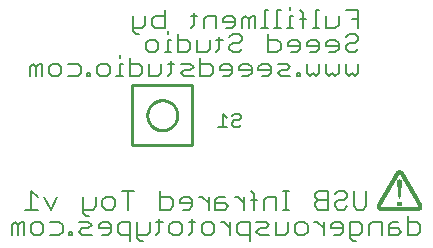
<source format=gbr>
G04 EAGLE Gerber RS-274X export*
G75*
%MOMM*%
%FSLAX34Y34*%
%LPD*%
%INSilkscreen Bottom*%
%IPPOS*%
%AMOC8*
5,1,8,0,0,1.08239X$1,22.5*%
G01*
%ADD10C,0.203200*%
%ADD11C,0.177800*%
%ADD12C,0.218400*%
%ADD13C,0.127000*%
%ADD14R,0.015300X0.015200*%
%ADD15R,0.015200X0.015200*%
%ADD16R,0.015200X0.015300*%
%ADD17R,0.015300X0.015300*%


D10*
X572676Y207277D02*
X572676Y191516D01*
X580557Y191516D01*
X583184Y194143D01*
X583184Y199397D01*
X580557Y202024D01*
X572676Y202024D01*
X564186Y202024D02*
X558932Y202024D01*
X556305Y199397D01*
X556305Y191516D01*
X564186Y191516D01*
X566812Y194143D01*
X564186Y196770D01*
X556305Y196770D01*
X550441Y191516D02*
X550441Y202024D01*
X542560Y202024D01*
X539933Y199397D01*
X539933Y191516D01*
X528816Y186262D02*
X526189Y186262D01*
X523562Y188889D01*
X523562Y202024D01*
X531442Y202024D01*
X534069Y199397D01*
X534069Y194143D01*
X531442Y191516D01*
X523562Y191516D01*
X515071Y191516D02*
X509817Y191516D01*
X515071Y191516D02*
X517698Y194143D01*
X517698Y199397D01*
X515071Y202024D01*
X509817Y202024D01*
X507190Y199397D01*
X507190Y196770D01*
X517698Y196770D01*
X501326Y191516D02*
X501326Y202024D01*
X501326Y196770D02*
X496072Y202024D01*
X493445Y202024D01*
X485056Y191516D02*
X479803Y191516D01*
X477176Y194143D01*
X477176Y199397D01*
X479803Y202024D01*
X485056Y202024D01*
X487683Y199397D01*
X487683Y194143D01*
X485056Y191516D01*
X471312Y194143D02*
X471312Y202024D01*
X471312Y194143D02*
X468685Y191516D01*
X460804Y191516D01*
X460804Y202024D01*
X454940Y191516D02*
X447059Y191516D01*
X444432Y194143D01*
X447059Y196770D01*
X452313Y196770D01*
X454940Y199397D01*
X452313Y202024D01*
X444432Y202024D01*
X438569Y202024D02*
X438569Y186262D01*
X438569Y202024D02*
X430688Y202024D01*
X428061Y199397D01*
X428061Y194143D01*
X430688Y191516D01*
X438569Y191516D01*
X422197Y191516D02*
X422197Y202024D01*
X422197Y196770D02*
X416943Y202024D01*
X414316Y202024D01*
X405927Y191516D02*
X400673Y191516D01*
X398046Y194143D01*
X398046Y199397D01*
X400673Y202024D01*
X405927Y202024D01*
X408554Y199397D01*
X408554Y194143D01*
X405927Y191516D01*
X389556Y194143D02*
X389556Y204651D01*
X389556Y194143D02*
X386929Y191516D01*
X386929Y202024D02*
X392182Y202024D01*
X378641Y191516D02*
X373387Y191516D01*
X370760Y194143D01*
X370760Y199397D01*
X373387Y202024D01*
X378641Y202024D01*
X381268Y199397D01*
X381268Y194143D01*
X378641Y191516D01*
X362270Y194143D02*
X362270Y204651D01*
X362270Y194143D02*
X359643Y191516D01*
X359643Y202024D02*
X364897Y202024D01*
X353982Y202024D02*
X353982Y194143D01*
X351355Y191516D01*
X343475Y191516D01*
X343475Y188889D02*
X343475Y202024D01*
X343475Y188889D02*
X346101Y186262D01*
X348728Y186262D01*
X337611Y186262D02*
X337611Y202024D01*
X329730Y202024D01*
X327103Y199397D01*
X327103Y194143D01*
X329730Y191516D01*
X337611Y191516D01*
X318612Y191516D02*
X313358Y191516D01*
X318612Y191516D02*
X321239Y194143D01*
X321239Y199397D01*
X318612Y202024D01*
X313358Y202024D01*
X310731Y199397D01*
X310731Y196770D01*
X321239Y196770D01*
X304867Y191516D02*
X296987Y191516D01*
X294360Y194143D01*
X296987Y196770D01*
X302241Y196770D01*
X304867Y199397D01*
X302241Y202024D01*
X294360Y202024D01*
X288496Y194143D02*
X288496Y191516D01*
X288496Y194143D02*
X285869Y194143D01*
X285869Y191516D01*
X288496Y191516D01*
X277683Y202024D02*
X269802Y202024D01*
X277683Y202024D02*
X280310Y199397D01*
X280310Y194143D01*
X277683Y191516D01*
X269802Y191516D01*
X261312Y191516D02*
X256058Y191516D01*
X253431Y194143D01*
X253431Y199397D01*
X256058Y202024D01*
X261312Y202024D01*
X263939Y199397D01*
X263939Y194143D01*
X261312Y191516D01*
X247567Y191516D02*
X247567Y202024D01*
X244940Y202024D01*
X242313Y199397D01*
X242313Y191516D01*
X242313Y199397D02*
X239686Y202024D01*
X237059Y199397D01*
X237059Y191516D01*
D11*
X537591Y215394D02*
X537591Y228741D01*
X537591Y215394D02*
X534922Y212725D01*
X529583Y212725D01*
X526914Y215394D01*
X526914Y228741D01*
X513212Y228741D02*
X510542Y226071D01*
X513212Y228741D02*
X518550Y228741D01*
X521219Y226071D01*
X521219Y223402D01*
X518550Y220733D01*
X513212Y220733D01*
X510542Y218064D01*
X510542Y215394D01*
X513212Y212725D01*
X518550Y212725D01*
X521219Y215394D01*
X504848Y212725D02*
X504848Y228741D01*
X496840Y228741D01*
X494171Y226071D01*
X494171Y223402D01*
X496840Y220733D01*
X494171Y218064D01*
X494171Y215394D01*
X496840Y212725D01*
X504848Y212725D01*
X504848Y220733D02*
X496840Y220733D01*
X472105Y212725D02*
X466766Y212725D01*
X469435Y212725D02*
X469435Y228741D01*
X466766Y228741D02*
X472105Y228741D01*
X461190Y223402D02*
X461190Y212725D01*
X461190Y223402D02*
X453183Y223402D01*
X450513Y220733D01*
X450513Y212725D01*
X442150Y212725D02*
X442150Y226071D01*
X439480Y228741D01*
X439480Y220733D02*
X444819Y220733D01*
X433904Y223402D02*
X433904Y212725D01*
X433904Y218064D02*
X428566Y223402D01*
X425897Y223402D01*
X417592Y223402D02*
X412254Y223402D01*
X409584Y220733D01*
X409584Y212725D01*
X417592Y212725D01*
X420261Y215394D01*
X417592Y218064D01*
X409584Y218064D01*
X403890Y223402D02*
X403890Y212725D01*
X403890Y218064D02*
X398551Y223402D01*
X395882Y223402D01*
X387578Y212725D02*
X382239Y212725D01*
X387578Y212725D02*
X390247Y215394D01*
X390247Y220733D01*
X387578Y223402D01*
X382239Y223402D01*
X379570Y220733D01*
X379570Y218064D01*
X390247Y218064D01*
X363198Y212725D02*
X363198Y228741D01*
X363198Y212725D02*
X371206Y212725D01*
X373875Y215394D01*
X373875Y220733D01*
X371206Y223402D01*
X363198Y223402D01*
X335794Y228741D02*
X335794Y212725D01*
X341132Y228741D02*
X330455Y228741D01*
X322091Y212725D02*
X316753Y212725D01*
X314084Y215394D01*
X314084Y220733D01*
X316753Y223402D01*
X322091Y223402D01*
X324761Y220733D01*
X324761Y215394D01*
X322091Y212725D01*
X308389Y215394D02*
X308389Y223402D01*
X308389Y215394D02*
X305720Y212725D01*
X297712Y212725D01*
X297712Y210056D02*
X297712Y223402D01*
X297712Y210056D02*
X300381Y207386D01*
X303051Y207386D01*
X275646Y223402D02*
X270307Y212725D01*
X264969Y223402D01*
X259274Y223402D02*
X253936Y228741D01*
X253936Y212725D01*
X259274Y212725D02*
X248597Y212725D01*
D10*
X530352Y366268D02*
X530352Y382029D01*
X519844Y382029D01*
X525098Y374149D02*
X530352Y374149D01*
X513980Y376776D02*
X513980Y368895D01*
X511354Y366268D01*
X503473Y366268D01*
X503473Y376776D01*
X497609Y382029D02*
X494982Y382029D01*
X494982Y366268D01*
X497609Y366268D02*
X492355Y366268D01*
X484068Y366268D02*
X484068Y379403D01*
X481441Y382029D01*
X481441Y374149D02*
X486695Y374149D01*
X475780Y376776D02*
X473153Y376776D01*
X473153Y366268D01*
X475780Y366268D02*
X470526Y366268D01*
X473153Y382029D02*
X473153Y384656D01*
X464866Y382029D02*
X462239Y382029D01*
X462239Y366268D01*
X464866Y366268D02*
X459612Y366268D01*
X453951Y382029D02*
X451324Y382029D01*
X451324Y366268D01*
X448698Y366268D02*
X453951Y366268D01*
X443037Y366268D02*
X443037Y376776D01*
X440410Y376776D01*
X437783Y374149D01*
X437783Y366268D01*
X437783Y374149D02*
X435156Y376776D01*
X432529Y374149D01*
X432529Y366268D01*
X424039Y366268D02*
X418785Y366268D01*
X424039Y366268D02*
X426665Y368895D01*
X426665Y374149D01*
X424039Y376776D01*
X418785Y376776D01*
X416158Y374149D01*
X416158Y371522D01*
X426665Y371522D01*
X410294Y366268D02*
X410294Y376776D01*
X402413Y376776D01*
X399786Y374149D01*
X399786Y366268D01*
X391295Y368895D02*
X391295Y379403D01*
X391295Y368895D02*
X388669Y366268D01*
X388669Y376776D02*
X393922Y376776D01*
X366636Y382029D02*
X366636Y366268D01*
X358756Y366268D01*
X356129Y368895D01*
X356129Y374149D01*
X358756Y376776D01*
X366636Y376776D01*
X350265Y376776D02*
X350265Y368895D01*
X347638Y366268D01*
X339757Y366268D01*
X339757Y363641D02*
X339757Y376776D01*
X339757Y363641D02*
X342384Y361014D01*
X345011Y361014D01*
X519844Y359083D02*
X522471Y361709D01*
X527725Y361709D01*
X530352Y359083D01*
X530352Y356456D01*
X527725Y353829D01*
X522471Y353829D01*
X519844Y351202D01*
X519844Y348575D01*
X522471Y345948D01*
X527725Y345948D01*
X530352Y348575D01*
X511354Y345948D02*
X506100Y345948D01*
X511354Y345948D02*
X513980Y348575D01*
X513980Y353829D01*
X511354Y356456D01*
X506100Y356456D01*
X503473Y353829D01*
X503473Y351202D01*
X513980Y351202D01*
X494982Y345948D02*
X489728Y345948D01*
X494982Y345948D02*
X497609Y348575D01*
X497609Y353829D01*
X494982Y356456D01*
X489728Y356456D01*
X487101Y353829D01*
X487101Y351202D01*
X497609Y351202D01*
X478610Y345948D02*
X473357Y345948D01*
X478610Y345948D02*
X481237Y348575D01*
X481237Y353829D01*
X478610Y356456D01*
X473357Y356456D01*
X470730Y353829D01*
X470730Y351202D01*
X481237Y351202D01*
X454358Y345948D02*
X454358Y361709D01*
X454358Y345948D02*
X462239Y345948D01*
X464866Y348575D01*
X464866Y353829D01*
X462239Y356456D01*
X454358Y356456D01*
X424242Y361709D02*
X421615Y359083D01*
X424242Y361709D02*
X429496Y361709D01*
X432123Y359083D01*
X432123Y356456D01*
X429496Y353829D01*
X424242Y353829D01*
X421615Y351202D01*
X421615Y348575D01*
X424242Y345948D01*
X429496Y345948D01*
X432123Y348575D01*
X413124Y348575D02*
X413124Y359083D01*
X413124Y348575D02*
X410497Y345948D01*
X410497Y356456D02*
X415751Y356456D01*
X404837Y356456D02*
X404837Y348575D01*
X402210Y345948D01*
X394329Y345948D01*
X394329Y356456D01*
X377958Y361709D02*
X377958Y345948D01*
X385838Y345948D01*
X388465Y348575D01*
X388465Y353829D01*
X385838Y356456D01*
X377958Y356456D01*
X372094Y356456D02*
X369467Y356456D01*
X369467Y345948D01*
X372094Y345948D02*
X366840Y345948D01*
X369467Y361709D02*
X369467Y364336D01*
X358552Y345948D02*
X353298Y345948D01*
X350672Y348575D01*
X350672Y353829D01*
X353298Y356456D01*
X358552Y356456D01*
X361179Y353829D01*
X361179Y348575D01*
X358552Y345948D01*
X530352Y336136D02*
X530352Y328255D01*
X527725Y325628D01*
X525098Y328255D01*
X522471Y325628D01*
X519844Y328255D01*
X519844Y336136D01*
X513980Y336136D02*
X513980Y328255D01*
X511354Y325628D01*
X508727Y328255D01*
X506100Y325628D01*
X503473Y328255D01*
X503473Y336136D01*
X497609Y336136D02*
X497609Y328255D01*
X494982Y325628D01*
X492355Y328255D01*
X489728Y325628D01*
X487101Y328255D01*
X487101Y336136D01*
X481237Y328255D02*
X481237Y325628D01*
X481237Y328255D02*
X478610Y328255D01*
X478610Y325628D01*
X481237Y325628D01*
X473052Y325628D02*
X465171Y325628D01*
X462544Y328255D01*
X465171Y330882D01*
X470425Y330882D01*
X473052Y333509D01*
X470425Y336136D01*
X462544Y336136D01*
X454053Y325628D02*
X448799Y325628D01*
X454053Y325628D02*
X456680Y328255D01*
X456680Y333509D01*
X454053Y336136D01*
X448799Y336136D01*
X446172Y333509D01*
X446172Y330882D01*
X456680Y330882D01*
X437682Y325628D02*
X432428Y325628D01*
X437682Y325628D02*
X440308Y328255D01*
X440308Y333509D01*
X437682Y336136D01*
X432428Y336136D01*
X429801Y333509D01*
X429801Y330882D01*
X440308Y330882D01*
X421310Y325628D02*
X416056Y325628D01*
X421310Y325628D02*
X423937Y328255D01*
X423937Y333509D01*
X421310Y336136D01*
X416056Y336136D01*
X413429Y333509D01*
X413429Y330882D01*
X423937Y330882D01*
X397058Y325628D02*
X397058Y341389D01*
X397058Y325628D02*
X404938Y325628D01*
X407565Y328255D01*
X407565Y333509D01*
X404938Y336136D01*
X397058Y336136D01*
X391194Y325628D02*
X383313Y325628D01*
X380686Y328255D01*
X383313Y330882D01*
X388567Y330882D01*
X391194Y333509D01*
X388567Y336136D01*
X380686Y336136D01*
X372195Y338763D02*
X372195Y328255D01*
X369568Y325628D01*
X369568Y336136D02*
X374822Y336136D01*
X363908Y336136D02*
X363908Y328255D01*
X361281Y325628D01*
X353400Y325628D01*
X353400Y336136D01*
X337029Y341389D02*
X337029Y325628D01*
X344909Y325628D01*
X347536Y328255D01*
X347536Y333509D01*
X344909Y336136D01*
X337029Y336136D01*
X331165Y336136D02*
X328538Y336136D01*
X328538Y325628D01*
X331165Y325628D02*
X325911Y325628D01*
X328538Y341389D02*
X328538Y344016D01*
X317623Y325628D02*
X312370Y325628D01*
X309743Y328255D01*
X309743Y333509D01*
X312370Y336136D01*
X317623Y336136D01*
X320250Y333509D01*
X320250Y328255D01*
X317623Y325628D01*
X303879Y325628D02*
X303879Y328255D01*
X301252Y328255D01*
X301252Y325628D01*
X303879Y325628D01*
X293066Y336136D02*
X285185Y336136D01*
X293066Y336136D02*
X295693Y333509D01*
X295693Y328255D01*
X293066Y325628D01*
X285185Y325628D01*
X276694Y325628D02*
X271441Y325628D01*
X268814Y328255D01*
X268814Y333509D01*
X271441Y336136D01*
X276694Y336136D01*
X279321Y333509D01*
X279321Y328255D01*
X276694Y325628D01*
X262950Y325628D02*
X262950Y336136D01*
X260323Y336136D01*
X257696Y333509D01*
X257696Y325628D01*
X257696Y333509D02*
X255069Y336136D01*
X252442Y333509D01*
X252442Y325628D01*
D12*
X339344Y267208D02*
X390144Y267208D01*
X390144Y318008D01*
X339344Y318008D01*
X339344Y267208D01*
X352044Y292608D02*
X352048Y292920D01*
X352059Y293231D01*
X352078Y293542D01*
X352105Y293853D01*
X352140Y294163D01*
X352181Y294471D01*
X352231Y294779D01*
X352288Y295086D01*
X352353Y295391D01*
X352425Y295694D01*
X352504Y295995D01*
X352591Y296295D01*
X352685Y296592D01*
X352786Y296887D01*
X352895Y297179D01*
X353011Y297468D01*
X353134Y297755D01*
X353263Y298038D01*
X353400Y298318D01*
X353544Y298595D01*
X353694Y298868D01*
X353851Y299137D01*
X354014Y299402D01*
X354184Y299664D01*
X354361Y299921D01*
X354543Y300173D01*
X354732Y300421D01*
X354927Y300665D01*
X355127Y300903D01*
X355334Y301137D01*
X355546Y301365D01*
X355764Y301588D01*
X355987Y301806D01*
X356215Y302018D01*
X356449Y302225D01*
X356687Y302425D01*
X356931Y302620D01*
X357179Y302809D01*
X357431Y302991D01*
X357688Y303168D01*
X357950Y303338D01*
X358215Y303501D01*
X358484Y303658D01*
X358757Y303808D01*
X359034Y303952D01*
X359314Y304089D01*
X359597Y304218D01*
X359884Y304341D01*
X360173Y304457D01*
X360465Y304566D01*
X360760Y304667D01*
X361057Y304761D01*
X361357Y304848D01*
X361658Y304927D01*
X361961Y304999D01*
X362266Y305064D01*
X362573Y305121D01*
X362881Y305171D01*
X363189Y305212D01*
X363499Y305247D01*
X363810Y305274D01*
X364121Y305293D01*
X364432Y305304D01*
X364744Y305308D01*
X365056Y305304D01*
X365367Y305293D01*
X365678Y305274D01*
X365989Y305247D01*
X366299Y305212D01*
X366607Y305171D01*
X366915Y305121D01*
X367222Y305064D01*
X367527Y304999D01*
X367830Y304927D01*
X368131Y304848D01*
X368431Y304761D01*
X368728Y304667D01*
X369023Y304566D01*
X369315Y304457D01*
X369604Y304341D01*
X369891Y304218D01*
X370174Y304089D01*
X370454Y303952D01*
X370731Y303808D01*
X371004Y303658D01*
X371273Y303501D01*
X371538Y303338D01*
X371800Y303168D01*
X372057Y302991D01*
X372309Y302809D01*
X372557Y302620D01*
X372801Y302425D01*
X373039Y302225D01*
X373273Y302018D01*
X373501Y301806D01*
X373724Y301588D01*
X373942Y301365D01*
X374154Y301137D01*
X374361Y300903D01*
X374561Y300665D01*
X374756Y300421D01*
X374945Y300173D01*
X375127Y299921D01*
X375304Y299664D01*
X375474Y299402D01*
X375637Y299137D01*
X375794Y298868D01*
X375944Y298595D01*
X376088Y298318D01*
X376225Y298038D01*
X376354Y297755D01*
X376477Y297468D01*
X376593Y297179D01*
X376702Y296887D01*
X376803Y296592D01*
X376897Y296295D01*
X376984Y295995D01*
X377063Y295694D01*
X377135Y295391D01*
X377200Y295086D01*
X377257Y294779D01*
X377307Y294471D01*
X377348Y294163D01*
X377383Y293853D01*
X377410Y293542D01*
X377429Y293231D01*
X377440Y292920D01*
X377444Y292608D01*
X377440Y292296D01*
X377429Y291985D01*
X377410Y291674D01*
X377383Y291363D01*
X377348Y291053D01*
X377307Y290745D01*
X377257Y290437D01*
X377200Y290130D01*
X377135Y289825D01*
X377063Y289522D01*
X376984Y289221D01*
X376897Y288921D01*
X376803Y288624D01*
X376702Y288329D01*
X376593Y288037D01*
X376477Y287748D01*
X376354Y287461D01*
X376225Y287178D01*
X376088Y286898D01*
X375944Y286621D01*
X375794Y286348D01*
X375637Y286079D01*
X375474Y285814D01*
X375304Y285552D01*
X375127Y285295D01*
X374945Y285043D01*
X374756Y284795D01*
X374561Y284551D01*
X374361Y284313D01*
X374154Y284079D01*
X373942Y283851D01*
X373724Y283628D01*
X373501Y283410D01*
X373273Y283198D01*
X373039Y282991D01*
X372801Y282791D01*
X372557Y282596D01*
X372309Y282407D01*
X372057Y282225D01*
X371800Y282048D01*
X371538Y281878D01*
X371273Y281715D01*
X371004Y281558D01*
X370731Y281408D01*
X370454Y281264D01*
X370174Y281127D01*
X369891Y280998D01*
X369604Y280875D01*
X369315Y280759D01*
X369023Y280650D01*
X368728Y280549D01*
X368431Y280455D01*
X368131Y280368D01*
X367830Y280289D01*
X367527Y280217D01*
X367222Y280152D01*
X366915Y280095D01*
X366607Y280045D01*
X366299Y280004D01*
X365989Y279969D01*
X365678Y279942D01*
X365367Y279923D01*
X365056Y279912D01*
X364744Y279908D01*
X364432Y279912D01*
X364121Y279923D01*
X363810Y279942D01*
X363499Y279969D01*
X363189Y280004D01*
X362881Y280045D01*
X362573Y280095D01*
X362266Y280152D01*
X361961Y280217D01*
X361658Y280289D01*
X361357Y280368D01*
X361057Y280455D01*
X360760Y280549D01*
X360465Y280650D01*
X360173Y280759D01*
X359884Y280875D01*
X359597Y280998D01*
X359314Y281127D01*
X359034Y281264D01*
X358757Y281408D01*
X358484Y281558D01*
X358215Y281715D01*
X357950Y281878D01*
X357688Y282048D01*
X357431Y282225D01*
X357179Y282407D01*
X356931Y282596D01*
X356687Y282791D01*
X356449Y282991D01*
X356215Y283198D01*
X355987Y283410D01*
X355764Y283628D01*
X355546Y283851D01*
X355334Y284079D01*
X355127Y284313D01*
X354927Y284551D01*
X354732Y284795D01*
X354543Y285043D01*
X354361Y285295D01*
X354184Y285552D01*
X354014Y285814D01*
X353851Y286079D01*
X353694Y286348D01*
X353544Y286621D01*
X353400Y286898D01*
X353263Y287178D01*
X353134Y287461D01*
X353011Y287748D01*
X352895Y288037D01*
X352786Y288329D01*
X352685Y288624D01*
X352591Y288921D01*
X352504Y289221D01*
X352425Y289522D01*
X352353Y289825D01*
X352288Y290130D01*
X352231Y290437D01*
X352181Y290745D01*
X352140Y291053D01*
X352105Y291363D01*
X352078Y291674D01*
X352059Y291985D01*
X352048Y292296D01*
X352044Y292608D01*
D13*
X423812Y292108D02*
X425719Y294015D01*
X429532Y294015D01*
X431439Y292108D01*
X431439Y290202D01*
X429532Y288295D01*
X425719Y288295D01*
X423812Y286388D01*
X423812Y284482D01*
X425719Y282575D01*
X429532Y282575D01*
X431439Y284482D01*
X419745Y290202D02*
X415932Y294015D01*
X415932Y282575D01*
X419745Y282575D02*
X412119Y282575D01*
D14*
X581178Y211404D03*
X580873Y211404D03*
D15*
X580568Y211404D03*
X580263Y211404D03*
X579958Y211404D03*
D14*
X579654Y211404D03*
X579349Y211404D03*
D15*
X579044Y211404D03*
X578739Y211404D03*
X578434Y211404D03*
D14*
X578130Y211404D03*
X577825Y211404D03*
D15*
X577520Y211404D03*
X577215Y211404D03*
X576910Y211404D03*
D14*
X576606Y211404D03*
X576301Y211404D03*
D15*
X575996Y211404D03*
X575691Y211404D03*
X575386Y211404D03*
D14*
X575082Y211404D03*
X574777Y211404D03*
D15*
X574472Y211404D03*
X574167Y211404D03*
X573862Y211404D03*
D14*
X573558Y211404D03*
X573253Y211404D03*
D15*
X572948Y211404D03*
X572643Y211404D03*
X572338Y211404D03*
D14*
X572034Y211404D03*
X571729Y211404D03*
D15*
X571424Y211404D03*
X571119Y211404D03*
X570814Y211404D03*
D14*
X570510Y211404D03*
X570205Y211404D03*
D15*
X569900Y211404D03*
X569595Y211404D03*
X569290Y211404D03*
D14*
X568986Y211404D03*
X568681Y211404D03*
D15*
X568376Y211404D03*
X568071Y211404D03*
X567766Y211404D03*
D14*
X567462Y211404D03*
X567157Y211404D03*
D15*
X566852Y211404D03*
X566547Y211404D03*
X566242Y211404D03*
D14*
X565938Y211404D03*
X565633Y211404D03*
D15*
X565328Y211404D03*
X565023Y211404D03*
X564718Y211404D03*
D14*
X564414Y211404D03*
X564109Y211404D03*
D15*
X563804Y211404D03*
X563499Y211404D03*
X563194Y211404D03*
D14*
X562890Y211404D03*
X562585Y211404D03*
D15*
X562280Y211404D03*
X561975Y211404D03*
X561670Y211404D03*
D14*
X561366Y211404D03*
X561061Y211404D03*
D15*
X560756Y211404D03*
X560451Y211404D03*
X560146Y211404D03*
D14*
X559842Y211404D03*
X559537Y211404D03*
D15*
X559232Y211404D03*
X558927Y211404D03*
X558622Y211404D03*
D14*
X558318Y211404D03*
X558013Y211404D03*
D15*
X557708Y211404D03*
X557403Y211404D03*
X557098Y211404D03*
D14*
X556794Y211404D03*
X556489Y211404D03*
D15*
X556184Y211404D03*
X555879Y211404D03*
X555574Y211404D03*
D14*
X555270Y211404D03*
X554965Y211404D03*
D15*
X554660Y211404D03*
X554355Y211404D03*
X554050Y211404D03*
D14*
X553746Y211404D03*
X553441Y211404D03*
D15*
X553136Y211404D03*
X552831Y211404D03*
X552526Y211404D03*
D14*
X552222Y211404D03*
X551917Y211404D03*
D15*
X551612Y211404D03*
X551307Y211404D03*
X551002Y211404D03*
D16*
X582244Y211557D03*
X582092Y211557D03*
D17*
X581940Y211557D03*
D16*
X581787Y211557D03*
D17*
X581635Y211557D03*
D16*
X581482Y211557D03*
X581330Y211557D03*
D17*
X581178Y211557D03*
D16*
X581025Y211557D03*
D17*
X580873Y211557D03*
D16*
X580720Y211557D03*
X580568Y211557D03*
D17*
X580416Y211557D03*
D16*
X580263Y211557D03*
D17*
X580111Y211557D03*
D16*
X579958Y211557D03*
X579806Y211557D03*
D17*
X579654Y211557D03*
D16*
X579501Y211557D03*
D17*
X579349Y211557D03*
D16*
X579196Y211557D03*
X579044Y211557D03*
D17*
X578892Y211557D03*
D16*
X578739Y211557D03*
D17*
X578587Y211557D03*
D16*
X578434Y211557D03*
X578282Y211557D03*
D17*
X578130Y211557D03*
D16*
X577977Y211557D03*
D17*
X577825Y211557D03*
D16*
X577672Y211557D03*
X577520Y211557D03*
D17*
X577368Y211557D03*
D16*
X577215Y211557D03*
D17*
X577063Y211557D03*
D16*
X576910Y211557D03*
X576758Y211557D03*
D17*
X576606Y211557D03*
D16*
X576453Y211557D03*
D17*
X576301Y211557D03*
D16*
X576148Y211557D03*
X575996Y211557D03*
D17*
X575844Y211557D03*
D16*
X575691Y211557D03*
D17*
X575539Y211557D03*
D16*
X575386Y211557D03*
X575234Y211557D03*
D17*
X575082Y211557D03*
D16*
X574929Y211557D03*
D17*
X574777Y211557D03*
D16*
X574624Y211557D03*
X574472Y211557D03*
D17*
X574320Y211557D03*
D16*
X574167Y211557D03*
D17*
X574015Y211557D03*
D16*
X573862Y211557D03*
X573710Y211557D03*
D17*
X573558Y211557D03*
D16*
X573405Y211557D03*
D17*
X573253Y211557D03*
D16*
X573100Y211557D03*
X572948Y211557D03*
D17*
X572796Y211557D03*
D16*
X572643Y211557D03*
D17*
X572491Y211557D03*
D16*
X572338Y211557D03*
X572186Y211557D03*
D17*
X572034Y211557D03*
D16*
X571881Y211557D03*
D17*
X571729Y211557D03*
D16*
X571576Y211557D03*
X571424Y211557D03*
D17*
X571272Y211557D03*
D16*
X571119Y211557D03*
D17*
X570967Y211557D03*
D16*
X570814Y211557D03*
X570662Y211557D03*
D17*
X570510Y211557D03*
D16*
X570357Y211557D03*
D17*
X570205Y211557D03*
D16*
X570052Y211557D03*
X569900Y211557D03*
D17*
X569748Y211557D03*
D16*
X569595Y211557D03*
D17*
X569443Y211557D03*
D16*
X569290Y211557D03*
X569138Y211557D03*
D17*
X568986Y211557D03*
D16*
X568833Y211557D03*
D17*
X568681Y211557D03*
D16*
X568528Y211557D03*
X568376Y211557D03*
D17*
X568224Y211557D03*
D16*
X568071Y211557D03*
D17*
X567919Y211557D03*
D16*
X567766Y211557D03*
X567614Y211557D03*
D17*
X567462Y211557D03*
D16*
X567309Y211557D03*
D17*
X567157Y211557D03*
D16*
X567004Y211557D03*
X566852Y211557D03*
D17*
X566700Y211557D03*
D16*
X566547Y211557D03*
D17*
X566395Y211557D03*
D16*
X566242Y211557D03*
X566090Y211557D03*
D17*
X565938Y211557D03*
D16*
X565785Y211557D03*
D17*
X565633Y211557D03*
D16*
X565480Y211557D03*
X565328Y211557D03*
D17*
X565176Y211557D03*
D16*
X565023Y211557D03*
D17*
X564871Y211557D03*
D16*
X564718Y211557D03*
X564566Y211557D03*
D17*
X564414Y211557D03*
D16*
X564261Y211557D03*
D17*
X564109Y211557D03*
D16*
X563956Y211557D03*
X563804Y211557D03*
D17*
X563652Y211557D03*
D16*
X563499Y211557D03*
D17*
X563347Y211557D03*
D16*
X563194Y211557D03*
X563042Y211557D03*
D17*
X562890Y211557D03*
D16*
X562737Y211557D03*
D17*
X562585Y211557D03*
D16*
X562432Y211557D03*
X562280Y211557D03*
D17*
X562128Y211557D03*
D16*
X561975Y211557D03*
D17*
X561823Y211557D03*
D16*
X561670Y211557D03*
X561518Y211557D03*
D17*
X561366Y211557D03*
D16*
X561213Y211557D03*
D17*
X561061Y211557D03*
D16*
X560908Y211557D03*
X560756Y211557D03*
D17*
X560604Y211557D03*
D16*
X560451Y211557D03*
D17*
X560299Y211557D03*
D16*
X560146Y211557D03*
X559994Y211557D03*
D17*
X559842Y211557D03*
D16*
X559689Y211557D03*
D17*
X559537Y211557D03*
D16*
X559384Y211557D03*
X559232Y211557D03*
D17*
X559080Y211557D03*
D16*
X558927Y211557D03*
D17*
X558775Y211557D03*
D16*
X558622Y211557D03*
X558470Y211557D03*
D17*
X558318Y211557D03*
D16*
X558165Y211557D03*
D17*
X558013Y211557D03*
D16*
X557860Y211557D03*
X557708Y211557D03*
D17*
X557556Y211557D03*
D16*
X557403Y211557D03*
D17*
X557251Y211557D03*
D16*
X557098Y211557D03*
X556946Y211557D03*
D17*
X556794Y211557D03*
D16*
X556641Y211557D03*
D17*
X556489Y211557D03*
D16*
X556336Y211557D03*
X556184Y211557D03*
D17*
X556032Y211557D03*
D16*
X555879Y211557D03*
D17*
X555727Y211557D03*
D16*
X555574Y211557D03*
X555422Y211557D03*
D17*
X555270Y211557D03*
D16*
X555117Y211557D03*
D17*
X554965Y211557D03*
D16*
X554812Y211557D03*
X554660Y211557D03*
D17*
X554508Y211557D03*
D16*
X554355Y211557D03*
D17*
X554203Y211557D03*
D16*
X554050Y211557D03*
X553898Y211557D03*
D17*
X553746Y211557D03*
D16*
X553593Y211557D03*
D17*
X553441Y211557D03*
D16*
X553288Y211557D03*
X553136Y211557D03*
D17*
X552984Y211557D03*
D16*
X552831Y211557D03*
D17*
X552679Y211557D03*
D16*
X552526Y211557D03*
X552374Y211557D03*
D17*
X552222Y211557D03*
D16*
X552069Y211557D03*
D17*
X551917Y211557D03*
D16*
X551764Y211557D03*
X551612Y211557D03*
D17*
X551460Y211557D03*
D16*
X551307Y211557D03*
D17*
X551155Y211557D03*
D16*
X551002Y211557D03*
X550850Y211557D03*
D17*
X550698Y211557D03*
D16*
X550545Y211557D03*
D17*
X550393Y211557D03*
D16*
X550240Y211557D03*
X550088Y211557D03*
D14*
X582702Y211709D03*
D15*
X582549Y211709D03*
D14*
X582397Y211709D03*
D15*
X582244Y211709D03*
X582092Y211709D03*
D14*
X581940Y211709D03*
D15*
X581787Y211709D03*
D14*
X581635Y211709D03*
D15*
X581482Y211709D03*
X581330Y211709D03*
D14*
X581178Y211709D03*
D15*
X581025Y211709D03*
D14*
X580873Y211709D03*
D15*
X580720Y211709D03*
X580568Y211709D03*
D14*
X580416Y211709D03*
D15*
X580263Y211709D03*
D14*
X580111Y211709D03*
D15*
X579958Y211709D03*
X579806Y211709D03*
D14*
X579654Y211709D03*
D15*
X579501Y211709D03*
D14*
X579349Y211709D03*
D15*
X579196Y211709D03*
X579044Y211709D03*
D14*
X578892Y211709D03*
D15*
X578739Y211709D03*
D14*
X578587Y211709D03*
D15*
X578434Y211709D03*
X578282Y211709D03*
D14*
X578130Y211709D03*
D15*
X577977Y211709D03*
D14*
X577825Y211709D03*
D15*
X577672Y211709D03*
X577520Y211709D03*
D14*
X577368Y211709D03*
D15*
X577215Y211709D03*
D14*
X577063Y211709D03*
D15*
X576910Y211709D03*
X576758Y211709D03*
D14*
X576606Y211709D03*
D15*
X576453Y211709D03*
D14*
X576301Y211709D03*
D15*
X576148Y211709D03*
X575996Y211709D03*
D14*
X575844Y211709D03*
D15*
X575691Y211709D03*
D14*
X575539Y211709D03*
D15*
X575386Y211709D03*
X575234Y211709D03*
D14*
X575082Y211709D03*
D15*
X574929Y211709D03*
D14*
X574777Y211709D03*
D15*
X574624Y211709D03*
X574472Y211709D03*
D14*
X574320Y211709D03*
D15*
X574167Y211709D03*
D14*
X574015Y211709D03*
D15*
X573862Y211709D03*
X573710Y211709D03*
D14*
X573558Y211709D03*
D15*
X573405Y211709D03*
D14*
X573253Y211709D03*
D15*
X573100Y211709D03*
X572948Y211709D03*
D14*
X572796Y211709D03*
D15*
X572643Y211709D03*
D14*
X572491Y211709D03*
D15*
X572338Y211709D03*
X572186Y211709D03*
D14*
X572034Y211709D03*
D15*
X571881Y211709D03*
D14*
X571729Y211709D03*
D15*
X571576Y211709D03*
X571424Y211709D03*
D14*
X571272Y211709D03*
D15*
X571119Y211709D03*
D14*
X570967Y211709D03*
D15*
X570814Y211709D03*
X570662Y211709D03*
D14*
X570510Y211709D03*
D15*
X570357Y211709D03*
D14*
X570205Y211709D03*
D15*
X570052Y211709D03*
X569900Y211709D03*
D14*
X569748Y211709D03*
D15*
X569595Y211709D03*
D14*
X569443Y211709D03*
D15*
X569290Y211709D03*
X569138Y211709D03*
D14*
X568986Y211709D03*
D15*
X568833Y211709D03*
D14*
X568681Y211709D03*
D15*
X568528Y211709D03*
X568376Y211709D03*
D14*
X568224Y211709D03*
D15*
X568071Y211709D03*
D14*
X567919Y211709D03*
D15*
X567766Y211709D03*
X567614Y211709D03*
D14*
X567462Y211709D03*
D15*
X567309Y211709D03*
D14*
X567157Y211709D03*
D15*
X567004Y211709D03*
X566852Y211709D03*
D14*
X566700Y211709D03*
D15*
X566547Y211709D03*
D14*
X566395Y211709D03*
D15*
X566242Y211709D03*
X566090Y211709D03*
D14*
X565938Y211709D03*
D15*
X565785Y211709D03*
D14*
X565633Y211709D03*
D15*
X565480Y211709D03*
X565328Y211709D03*
D14*
X565176Y211709D03*
D15*
X565023Y211709D03*
D14*
X564871Y211709D03*
D15*
X564718Y211709D03*
X564566Y211709D03*
D14*
X564414Y211709D03*
D15*
X564261Y211709D03*
D14*
X564109Y211709D03*
D15*
X563956Y211709D03*
X563804Y211709D03*
D14*
X563652Y211709D03*
D15*
X563499Y211709D03*
D14*
X563347Y211709D03*
D15*
X563194Y211709D03*
X563042Y211709D03*
D14*
X562890Y211709D03*
D15*
X562737Y211709D03*
D14*
X562585Y211709D03*
D15*
X562432Y211709D03*
X562280Y211709D03*
D14*
X562128Y211709D03*
D15*
X561975Y211709D03*
D14*
X561823Y211709D03*
D15*
X561670Y211709D03*
X561518Y211709D03*
D14*
X561366Y211709D03*
D15*
X561213Y211709D03*
D14*
X561061Y211709D03*
D15*
X560908Y211709D03*
X560756Y211709D03*
D14*
X560604Y211709D03*
D15*
X560451Y211709D03*
D14*
X560299Y211709D03*
D15*
X560146Y211709D03*
X559994Y211709D03*
D14*
X559842Y211709D03*
D15*
X559689Y211709D03*
D14*
X559537Y211709D03*
D15*
X559384Y211709D03*
X559232Y211709D03*
D14*
X559080Y211709D03*
D15*
X558927Y211709D03*
D14*
X558775Y211709D03*
D15*
X558622Y211709D03*
X558470Y211709D03*
D14*
X558318Y211709D03*
D15*
X558165Y211709D03*
D14*
X558013Y211709D03*
D15*
X557860Y211709D03*
X557708Y211709D03*
D14*
X557556Y211709D03*
D15*
X557403Y211709D03*
D14*
X557251Y211709D03*
D15*
X557098Y211709D03*
X556946Y211709D03*
D14*
X556794Y211709D03*
D15*
X556641Y211709D03*
D14*
X556489Y211709D03*
D15*
X556336Y211709D03*
X556184Y211709D03*
D14*
X556032Y211709D03*
D15*
X555879Y211709D03*
D14*
X555727Y211709D03*
D15*
X555574Y211709D03*
X555422Y211709D03*
D14*
X555270Y211709D03*
D15*
X555117Y211709D03*
D14*
X554965Y211709D03*
D15*
X554812Y211709D03*
X554660Y211709D03*
D14*
X554508Y211709D03*
D15*
X554355Y211709D03*
D14*
X554203Y211709D03*
D15*
X554050Y211709D03*
X553898Y211709D03*
D14*
X553746Y211709D03*
D15*
X553593Y211709D03*
D14*
X553441Y211709D03*
D15*
X553288Y211709D03*
X553136Y211709D03*
D14*
X552984Y211709D03*
D15*
X552831Y211709D03*
D14*
X552679Y211709D03*
D15*
X552526Y211709D03*
X552374Y211709D03*
D14*
X552222Y211709D03*
D15*
X552069Y211709D03*
D14*
X551917Y211709D03*
D15*
X551764Y211709D03*
X551612Y211709D03*
D14*
X551460Y211709D03*
D15*
X551307Y211709D03*
D14*
X551155Y211709D03*
D15*
X551002Y211709D03*
X550850Y211709D03*
D14*
X550698Y211709D03*
D15*
X550545Y211709D03*
D14*
X550393Y211709D03*
D15*
X550240Y211709D03*
X550088Y211709D03*
D14*
X549936Y211709D03*
D15*
X549783Y211709D03*
D14*
X549631Y211709D03*
D15*
X549478Y211709D03*
D17*
X583159Y211862D03*
D16*
X583006Y211862D03*
X582854Y211862D03*
D17*
X582702Y211862D03*
D16*
X582549Y211862D03*
D17*
X582397Y211862D03*
D16*
X582244Y211862D03*
X582092Y211862D03*
D17*
X581940Y211862D03*
D16*
X581787Y211862D03*
D17*
X581635Y211862D03*
D16*
X581482Y211862D03*
X581330Y211862D03*
D17*
X581178Y211862D03*
D16*
X581025Y211862D03*
D17*
X580873Y211862D03*
D16*
X580720Y211862D03*
X580568Y211862D03*
D17*
X580416Y211862D03*
D16*
X580263Y211862D03*
D17*
X580111Y211862D03*
D16*
X579958Y211862D03*
X579806Y211862D03*
D17*
X579654Y211862D03*
D16*
X579501Y211862D03*
D17*
X579349Y211862D03*
D16*
X579196Y211862D03*
X579044Y211862D03*
D17*
X578892Y211862D03*
D16*
X578739Y211862D03*
D17*
X578587Y211862D03*
D16*
X578434Y211862D03*
X578282Y211862D03*
D17*
X578130Y211862D03*
D16*
X577977Y211862D03*
D17*
X577825Y211862D03*
D16*
X577672Y211862D03*
X577520Y211862D03*
D17*
X577368Y211862D03*
D16*
X577215Y211862D03*
D17*
X577063Y211862D03*
D16*
X576910Y211862D03*
X576758Y211862D03*
D17*
X576606Y211862D03*
D16*
X576453Y211862D03*
D17*
X576301Y211862D03*
D16*
X576148Y211862D03*
X575996Y211862D03*
D17*
X575844Y211862D03*
D16*
X575691Y211862D03*
D17*
X575539Y211862D03*
D16*
X575386Y211862D03*
X575234Y211862D03*
D17*
X575082Y211862D03*
D16*
X574929Y211862D03*
D17*
X574777Y211862D03*
D16*
X574624Y211862D03*
X574472Y211862D03*
D17*
X574320Y211862D03*
D16*
X574167Y211862D03*
D17*
X574015Y211862D03*
D16*
X573862Y211862D03*
X573710Y211862D03*
D17*
X573558Y211862D03*
D16*
X573405Y211862D03*
D17*
X573253Y211862D03*
D16*
X573100Y211862D03*
X572948Y211862D03*
D17*
X572796Y211862D03*
D16*
X572643Y211862D03*
D17*
X572491Y211862D03*
D16*
X572338Y211862D03*
X572186Y211862D03*
D17*
X572034Y211862D03*
D16*
X571881Y211862D03*
D17*
X571729Y211862D03*
D16*
X571576Y211862D03*
X571424Y211862D03*
D17*
X571272Y211862D03*
D16*
X571119Y211862D03*
D17*
X570967Y211862D03*
D16*
X570814Y211862D03*
X570662Y211862D03*
D17*
X570510Y211862D03*
D16*
X570357Y211862D03*
D17*
X570205Y211862D03*
D16*
X570052Y211862D03*
X569900Y211862D03*
D17*
X569748Y211862D03*
D16*
X569595Y211862D03*
D17*
X569443Y211862D03*
D16*
X569290Y211862D03*
X569138Y211862D03*
D17*
X568986Y211862D03*
D16*
X568833Y211862D03*
D17*
X568681Y211862D03*
D16*
X568528Y211862D03*
X568376Y211862D03*
D17*
X568224Y211862D03*
D16*
X568071Y211862D03*
D17*
X567919Y211862D03*
D16*
X567766Y211862D03*
X567614Y211862D03*
D17*
X567462Y211862D03*
D16*
X567309Y211862D03*
D17*
X567157Y211862D03*
D16*
X567004Y211862D03*
X566852Y211862D03*
D17*
X566700Y211862D03*
D16*
X566547Y211862D03*
D17*
X566395Y211862D03*
D16*
X566242Y211862D03*
X566090Y211862D03*
D17*
X565938Y211862D03*
D16*
X565785Y211862D03*
D17*
X565633Y211862D03*
D16*
X565480Y211862D03*
X565328Y211862D03*
D17*
X565176Y211862D03*
D16*
X565023Y211862D03*
D17*
X564871Y211862D03*
D16*
X564718Y211862D03*
X564566Y211862D03*
D17*
X564414Y211862D03*
D16*
X564261Y211862D03*
D17*
X564109Y211862D03*
D16*
X563956Y211862D03*
X563804Y211862D03*
D17*
X563652Y211862D03*
D16*
X563499Y211862D03*
D17*
X563347Y211862D03*
D16*
X563194Y211862D03*
X563042Y211862D03*
D17*
X562890Y211862D03*
D16*
X562737Y211862D03*
D17*
X562585Y211862D03*
D16*
X562432Y211862D03*
X562280Y211862D03*
D17*
X562128Y211862D03*
D16*
X561975Y211862D03*
D17*
X561823Y211862D03*
D16*
X561670Y211862D03*
X561518Y211862D03*
D17*
X561366Y211862D03*
D16*
X561213Y211862D03*
D17*
X561061Y211862D03*
D16*
X560908Y211862D03*
X560756Y211862D03*
D17*
X560604Y211862D03*
D16*
X560451Y211862D03*
D17*
X560299Y211862D03*
D16*
X560146Y211862D03*
X559994Y211862D03*
D17*
X559842Y211862D03*
D16*
X559689Y211862D03*
D17*
X559537Y211862D03*
D16*
X559384Y211862D03*
X559232Y211862D03*
D17*
X559080Y211862D03*
D16*
X558927Y211862D03*
D17*
X558775Y211862D03*
D16*
X558622Y211862D03*
X558470Y211862D03*
D17*
X558318Y211862D03*
D16*
X558165Y211862D03*
D17*
X558013Y211862D03*
D16*
X557860Y211862D03*
X557708Y211862D03*
D17*
X557556Y211862D03*
D16*
X557403Y211862D03*
D17*
X557251Y211862D03*
D16*
X557098Y211862D03*
X556946Y211862D03*
D17*
X556794Y211862D03*
D16*
X556641Y211862D03*
D17*
X556489Y211862D03*
D16*
X556336Y211862D03*
X556184Y211862D03*
D17*
X556032Y211862D03*
D16*
X555879Y211862D03*
D17*
X555727Y211862D03*
D16*
X555574Y211862D03*
X555422Y211862D03*
D17*
X555270Y211862D03*
D16*
X555117Y211862D03*
D17*
X554965Y211862D03*
D16*
X554812Y211862D03*
X554660Y211862D03*
D17*
X554508Y211862D03*
D16*
X554355Y211862D03*
D17*
X554203Y211862D03*
D16*
X554050Y211862D03*
X553898Y211862D03*
D17*
X553746Y211862D03*
D16*
X553593Y211862D03*
D17*
X553441Y211862D03*
D16*
X553288Y211862D03*
X553136Y211862D03*
D17*
X552984Y211862D03*
D16*
X552831Y211862D03*
D17*
X552679Y211862D03*
D16*
X552526Y211862D03*
X552374Y211862D03*
D17*
X552222Y211862D03*
D16*
X552069Y211862D03*
D17*
X551917Y211862D03*
D16*
X551764Y211862D03*
X551612Y211862D03*
D17*
X551460Y211862D03*
D16*
X551307Y211862D03*
D17*
X551155Y211862D03*
D16*
X551002Y211862D03*
X550850Y211862D03*
D17*
X550698Y211862D03*
D16*
X550545Y211862D03*
D17*
X550393Y211862D03*
D16*
X550240Y211862D03*
X550088Y211862D03*
D17*
X549936Y211862D03*
D16*
X549783Y211862D03*
D17*
X549631Y211862D03*
D16*
X549478Y211862D03*
X549326Y211862D03*
D17*
X549174Y211862D03*
D14*
X583464Y212014D03*
D15*
X583311Y212014D03*
D14*
X583159Y212014D03*
D15*
X583006Y212014D03*
X582854Y212014D03*
D14*
X582702Y212014D03*
D15*
X582549Y212014D03*
D14*
X582397Y212014D03*
D15*
X582244Y212014D03*
X582092Y212014D03*
D14*
X581940Y212014D03*
D15*
X581787Y212014D03*
D14*
X581635Y212014D03*
D15*
X581482Y212014D03*
X581330Y212014D03*
D14*
X581178Y212014D03*
D15*
X581025Y212014D03*
D14*
X580873Y212014D03*
D15*
X580720Y212014D03*
X580568Y212014D03*
D14*
X580416Y212014D03*
D15*
X580263Y212014D03*
D14*
X580111Y212014D03*
D15*
X579958Y212014D03*
X579806Y212014D03*
D14*
X579654Y212014D03*
D15*
X579501Y212014D03*
D14*
X579349Y212014D03*
D15*
X579196Y212014D03*
X579044Y212014D03*
D14*
X578892Y212014D03*
D15*
X578739Y212014D03*
D14*
X578587Y212014D03*
D15*
X578434Y212014D03*
X578282Y212014D03*
D14*
X578130Y212014D03*
D15*
X577977Y212014D03*
D14*
X577825Y212014D03*
D15*
X577672Y212014D03*
X577520Y212014D03*
D14*
X577368Y212014D03*
D15*
X577215Y212014D03*
D14*
X577063Y212014D03*
D15*
X576910Y212014D03*
X576758Y212014D03*
D14*
X576606Y212014D03*
D15*
X576453Y212014D03*
D14*
X576301Y212014D03*
D15*
X576148Y212014D03*
X575996Y212014D03*
D14*
X575844Y212014D03*
D15*
X575691Y212014D03*
D14*
X575539Y212014D03*
D15*
X575386Y212014D03*
X575234Y212014D03*
D14*
X575082Y212014D03*
D15*
X574929Y212014D03*
D14*
X574777Y212014D03*
D15*
X574624Y212014D03*
X574472Y212014D03*
D14*
X574320Y212014D03*
D15*
X574167Y212014D03*
D14*
X574015Y212014D03*
D15*
X573862Y212014D03*
X573710Y212014D03*
D14*
X573558Y212014D03*
D15*
X573405Y212014D03*
D14*
X573253Y212014D03*
D15*
X573100Y212014D03*
X572948Y212014D03*
D14*
X572796Y212014D03*
D15*
X572643Y212014D03*
D14*
X572491Y212014D03*
D15*
X572338Y212014D03*
X572186Y212014D03*
D14*
X572034Y212014D03*
D15*
X571881Y212014D03*
D14*
X571729Y212014D03*
D15*
X571576Y212014D03*
X571424Y212014D03*
D14*
X571272Y212014D03*
D15*
X571119Y212014D03*
D14*
X570967Y212014D03*
D15*
X570814Y212014D03*
X570662Y212014D03*
D14*
X570510Y212014D03*
D15*
X570357Y212014D03*
D14*
X570205Y212014D03*
D15*
X570052Y212014D03*
X569900Y212014D03*
D14*
X569748Y212014D03*
D15*
X569595Y212014D03*
D14*
X569443Y212014D03*
D15*
X569290Y212014D03*
X569138Y212014D03*
D14*
X568986Y212014D03*
D15*
X568833Y212014D03*
D14*
X568681Y212014D03*
D15*
X568528Y212014D03*
X568376Y212014D03*
D14*
X568224Y212014D03*
D15*
X568071Y212014D03*
D14*
X567919Y212014D03*
D15*
X567766Y212014D03*
X567614Y212014D03*
D14*
X567462Y212014D03*
D15*
X567309Y212014D03*
D14*
X567157Y212014D03*
D15*
X567004Y212014D03*
X566852Y212014D03*
D14*
X566700Y212014D03*
D15*
X566547Y212014D03*
D14*
X566395Y212014D03*
D15*
X566242Y212014D03*
X566090Y212014D03*
D14*
X565938Y212014D03*
D15*
X565785Y212014D03*
D14*
X565633Y212014D03*
D15*
X565480Y212014D03*
X565328Y212014D03*
D14*
X565176Y212014D03*
D15*
X565023Y212014D03*
D14*
X564871Y212014D03*
D15*
X564718Y212014D03*
X564566Y212014D03*
D14*
X564414Y212014D03*
D15*
X564261Y212014D03*
D14*
X564109Y212014D03*
D15*
X563956Y212014D03*
X563804Y212014D03*
D14*
X563652Y212014D03*
D15*
X563499Y212014D03*
D14*
X563347Y212014D03*
D15*
X563194Y212014D03*
X563042Y212014D03*
D14*
X562890Y212014D03*
D15*
X562737Y212014D03*
D14*
X562585Y212014D03*
D15*
X562432Y212014D03*
X562280Y212014D03*
D14*
X562128Y212014D03*
D15*
X561975Y212014D03*
D14*
X561823Y212014D03*
D15*
X561670Y212014D03*
X561518Y212014D03*
D14*
X561366Y212014D03*
D15*
X561213Y212014D03*
D14*
X561061Y212014D03*
D15*
X560908Y212014D03*
X560756Y212014D03*
D14*
X560604Y212014D03*
D15*
X560451Y212014D03*
D14*
X560299Y212014D03*
D15*
X560146Y212014D03*
X559994Y212014D03*
D14*
X559842Y212014D03*
D15*
X559689Y212014D03*
D14*
X559537Y212014D03*
D15*
X559384Y212014D03*
X559232Y212014D03*
D14*
X559080Y212014D03*
D15*
X558927Y212014D03*
D14*
X558775Y212014D03*
D15*
X558622Y212014D03*
X558470Y212014D03*
D14*
X558318Y212014D03*
D15*
X558165Y212014D03*
D14*
X558013Y212014D03*
D15*
X557860Y212014D03*
X557708Y212014D03*
D14*
X557556Y212014D03*
D15*
X557403Y212014D03*
D14*
X557251Y212014D03*
D15*
X557098Y212014D03*
X556946Y212014D03*
D14*
X556794Y212014D03*
D15*
X556641Y212014D03*
D14*
X556489Y212014D03*
D15*
X556336Y212014D03*
X556184Y212014D03*
D14*
X556032Y212014D03*
D15*
X555879Y212014D03*
D14*
X555727Y212014D03*
D15*
X555574Y212014D03*
X555422Y212014D03*
D14*
X555270Y212014D03*
D15*
X555117Y212014D03*
D14*
X554965Y212014D03*
D15*
X554812Y212014D03*
X554660Y212014D03*
D14*
X554508Y212014D03*
D15*
X554355Y212014D03*
D14*
X554203Y212014D03*
D15*
X554050Y212014D03*
X553898Y212014D03*
D14*
X553746Y212014D03*
D15*
X553593Y212014D03*
D14*
X553441Y212014D03*
D15*
X553288Y212014D03*
X553136Y212014D03*
D14*
X552984Y212014D03*
D15*
X552831Y212014D03*
D14*
X552679Y212014D03*
D15*
X552526Y212014D03*
X552374Y212014D03*
D14*
X552222Y212014D03*
D15*
X552069Y212014D03*
D14*
X551917Y212014D03*
D15*
X551764Y212014D03*
X551612Y212014D03*
D14*
X551460Y212014D03*
D15*
X551307Y212014D03*
D14*
X551155Y212014D03*
D15*
X551002Y212014D03*
X550850Y212014D03*
D14*
X550698Y212014D03*
D15*
X550545Y212014D03*
D14*
X550393Y212014D03*
D15*
X550240Y212014D03*
X550088Y212014D03*
D14*
X549936Y212014D03*
D15*
X549783Y212014D03*
D14*
X549631Y212014D03*
D15*
X549478Y212014D03*
X549326Y212014D03*
D14*
X549174Y212014D03*
D15*
X549021Y212014D03*
D14*
X548869Y212014D03*
D15*
X583616Y212166D03*
D14*
X583464Y212166D03*
D15*
X583311Y212166D03*
D14*
X583159Y212166D03*
D15*
X583006Y212166D03*
X582854Y212166D03*
D14*
X582702Y212166D03*
D15*
X582549Y212166D03*
D14*
X582397Y212166D03*
D15*
X582244Y212166D03*
X582092Y212166D03*
D14*
X581940Y212166D03*
D15*
X581787Y212166D03*
D14*
X581635Y212166D03*
D15*
X581482Y212166D03*
X581330Y212166D03*
D14*
X581178Y212166D03*
D15*
X581025Y212166D03*
D14*
X580873Y212166D03*
D15*
X580720Y212166D03*
X580568Y212166D03*
D14*
X580416Y212166D03*
D15*
X580263Y212166D03*
D14*
X580111Y212166D03*
D15*
X579958Y212166D03*
X579806Y212166D03*
D14*
X579654Y212166D03*
D15*
X579501Y212166D03*
D14*
X579349Y212166D03*
D15*
X579196Y212166D03*
X579044Y212166D03*
D14*
X578892Y212166D03*
D15*
X578739Y212166D03*
D14*
X578587Y212166D03*
D15*
X578434Y212166D03*
X578282Y212166D03*
D14*
X578130Y212166D03*
D15*
X577977Y212166D03*
D14*
X577825Y212166D03*
D15*
X577672Y212166D03*
X577520Y212166D03*
D14*
X577368Y212166D03*
D15*
X577215Y212166D03*
D14*
X577063Y212166D03*
D15*
X576910Y212166D03*
X576758Y212166D03*
D14*
X576606Y212166D03*
D15*
X576453Y212166D03*
D14*
X576301Y212166D03*
D15*
X576148Y212166D03*
X575996Y212166D03*
D14*
X575844Y212166D03*
D15*
X575691Y212166D03*
D14*
X575539Y212166D03*
D15*
X575386Y212166D03*
X575234Y212166D03*
D14*
X575082Y212166D03*
D15*
X574929Y212166D03*
D14*
X574777Y212166D03*
D15*
X574624Y212166D03*
X574472Y212166D03*
D14*
X574320Y212166D03*
D15*
X574167Y212166D03*
D14*
X574015Y212166D03*
D15*
X573862Y212166D03*
X573710Y212166D03*
D14*
X573558Y212166D03*
D15*
X573405Y212166D03*
D14*
X573253Y212166D03*
D15*
X573100Y212166D03*
X572948Y212166D03*
D14*
X572796Y212166D03*
D15*
X572643Y212166D03*
D14*
X572491Y212166D03*
D15*
X572338Y212166D03*
X572186Y212166D03*
D14*
X572034Y212166D03*
D15*
X571881Y212166D03*
D14*
X571729Y212166D03*
D15*
X571576Y212166D03*
X571424Y212166D03*
D14*
X571272Y212166D03*
D15*
X571119Y212166D03*
D14*
X570967Y212166D03*
D15*
X570814Y212166D03*
X570662Y212166D03*
D14*
X570510Y212166D03*
D15*
X570357Y212166D03*
D14*
X570205Y212166D03*
D15*
X570052Y212166D03*
X569900Y212166D03*
D14*
X569748Y212166D03*
D15*
X569595Y212166D03*
D14*
X569443Y212166D03*
D15*
X569290Y212166D03*
X569138Y212166D03*
D14*
X568986Y212166D03*
D15*
X568833Y212166D03*
D14*
X568681Y212166D03*
D15*
X568528Y212166D03*
X568376Y212166D03*
D14*
X568224Y212166D03*
D15*
X568071Y212166D03*
D14*
X567919Y212166D03*
D15*
X567766Y212166D03*
X567614Y212166D03*
D14*
X567462Y212166D03*
D15*
X567309Y212166D03*
D14*
X567157Y212166D03*
D15*
X567004Y212166D03*
X566852Y212166D03*
D14*
X566700Y212166D03*
D15*
X566547Y212166D03*
D14*
X566395Y212166D03*
D15*
X566242Y212166D03*
X566090Y212166D03*
D14*
X565938Y212166D03*
D15*
X565785Y212166D03*
D14*
X565633Y212166D03*
D15*
X565480Y212166D03*
X565328Y212166D03*
D14*
X565176Y212166D03*
D15*
X565023Y212166D03*
D14*
X564871Y212166D03*
D15*
X564718Y212166D03*
X564566Y212166D03*
D14*
X564414Y212166D03*
D15*
X564261Y212166D03*
D14*
X564109Y212166D03*
D15*
X563956Y212166D03*
X563804Y212166D03*
D14*
X563652Y212166D03*
D15*
X563499Y212166D03*
D14*
X563347Y212166D03*
D15*
X563194Y212166D03*
X563042Y212166D03*
D14*
X562890Y212166D03*
D15*
X562737Y212166D03*
D14*
X562585Y212166D03*
D15*
X562432Y212166D03*
X562280Y212166D03*
D14*
X562128Y212166D03*
D15*
X561975Y212166D03*
D14*
X561823Y212166D03*
D15*
X561670Y212166D03*
X561518Y212166D03*
D14*
X561366Y212166D03*
D15*
X561213Y212166D03*
D14*
X561061Y212166D03*
D15*
X560908Y212166D03*
X560756Y212166D03*
D14*
X560604Y212166D03*
D15*
X560451Y212166D03*
D14*
X560299Y212166D03*
D15*
X560146Y212166D03*
X559994Y212166D03*
D14*
X559842Y212166D03*
D15*
X559689Y212166D03*
D14*
X559537Y212166D03*
D15*
X559384Y212166D03*
X559232Y212166D03*
D14*
X559080Y212166D03*
D15*
X558927Y212166D03*
D14*
X558775Y212166D03*
D15*
X558622Y212166D03*
X558470Y212166D03*
D14*
X558318Y212166D03*
D15*
X558165Y212166D03*
D14*
X558013Y212166D03*
D15*
X557860Y212166D03*
X557708Y212166D03*
D14*
X557556Y212166D03*
D15*
X557403Y212166D03*
D14*
X557251Y212166D03*
D15*
X557098Y212166D03*
X556946Y212166D03*
D14*
X556794Y212166D03*
D15*
X556641Y212166D03*
D14*
X556489Y212166D03*
D15*
X556336Y212166D03*
X556184Y212166D03*
D14*
X556032Y212166D03*
D15*
X555879Y212166D03*
D14*
X555727Y212166D03*
D15*
X555574Y212166D03*
X555422Y212166D03*
D14*
X555270Y212166D03*
D15*
X555117Y212166D03*
D14*
X554965Y212166D03*
D15*
X554812Y212166D03*
X554660Y212166D03*
D14*
X554508Y212166D03*
D15*
X554355Y212166D03*
D14*
X554203Y212166D03*
D15*
X554050Y212166D03*
X553898Y212166D03*
D14*
X553746Y212166D03*
D15*
X553593Y212166D03*
D14*
X553441Y212166D03*
D15*
X553288Y212166D03*
X553136Y212166D03*
D14*
X552984Y212166D03*
D15*
X552831Y212166D03*
D14*
X552679Y212166D03*
D15*
X552526Y212166D03*
X552374Y212166D03*
D14*
X552222Y212166D03*
D15*
X552069Y212166D03*
D14*
X551917Y212166D03*
D15*
X551764Y212166D03*
X551612Y212166D03*
D14*
X551460Y212166D03*
D15*
X551307Y212166D03*
D14*
X551155Y212166D03*
D15*
X551002Y212166D03*
X550850Y212166D03*
D14*
X550698Y212166D03*
D15*
X550545Y212166D03*
D14*
X550393Y212166D03*
D15*
X550240Y212166D03*
X550088Y212166D03*
D14*
X549936Y212166D03*
D15*
X549783Y212166D03*
D14*
X549631Y212166D03*
D15*
X549478Y212166D03*
X549326Y212166D03*
D14*
X549174Y212166D03*
D15*
X549021Y212166D03*
D14*
X548869Y212166D03*
D15*
X548716Y212166D03*
D16*
X583768Y212319D03*
X583616Y212319D03*
D17*
X583464Y212319D03*
D16*
X583311Y212319D03*
D17*
X583159Y212319D03*
D16*
X583006Y212319D03*
X582854Y212319D03*
D17*
X582702Y212319D03*
D16*
X582549Y212319D03*
D17*
X582397Y212319D03*
D16*
X582244Y212319D03*
X582092Y212319D03*
D17*
X581940Y212319D03*
D16*
X581787Y212319D03*
D17*
X581635Y212319D03*
D16*
X581482Y212319D03*
X581330Y212319D03*
D17*
X581178Y212319D03*
D16*
X581025Y212319D03*
D17*
X580873Y212319D03*
D16*
X580720Y212319D03*
X580568Y212319D03*
D17*
X580416Y212319D03*
D16*
X580263Y212319D03*
D17*
X580111Y212319D03*
D16*
X579958Y212319D03*
X579806Y212319D03*
D17*
X579654Y212319D03*
D16*
X579501Y212319D03*
D17*
X579349Y212319D03*
D16*
X579196Y212319D03*
X579044Y212319D03*
D17*
X578892Y212319D03*
D16*
X578739Y212319D03*
D17*
X578587Y212319D03*
D16*
X578434Y212319D03*
X578282Y212319D03*
D17*
X578130Y212319D03*
D16*
X577977Y212319D03*
D17*
X577825Y212319D03*
D16*
X577672Y212319D03*
X577520Y212319D03*
D17*
X577368Y212319D03*
D16*
X577215Y212319D03*
D17*
X577063Y212319D03*
D16*
X576910Y212319D03*
X576758Y212319D03*
D17*
X576606Y212319D03*
D16*
X576453Y212319D03*
D17*
X576301Y212319D03*
D16*
X576148Y212319D03*
X575996Y212319D03*
D17*
X575844Y212319D03*
D16*
X575691Y212319D03*
D17*
X575539Y212319D03*
D16*
X575386Y212319D03*
X575234Y212319D03*
D17*
X575082Y212319D03*
D16*
X574929Y212319D03*
D17*
X574777Y212319D03*
D16*
X574624Y212319D03*
X574472Y212319D03*
D17*
X574320Y212319D03*
D16*
X574167Y212319D03*
D17*
X574015Y212319D03*
D16*
X573862Y212319D03*
X573710Y212319D03*
D17*
X573558Y212319D03*
D16*
X573405Y212319D03*
D17*
X573253Y212319D03*
D16*
X573100Y212319D03*
X572948Y212319D03*
D17*
X572796Y212319D03*
D16*
X572643Y212319D03*
D17*
X572491Y212319D03*
D16*
X572338Y212319D03*
X572186Y212319D03*
D17*
X572034Y212319D03*
D16*
X571881Y212319D03*
D17*
X571729Y212319D03*
D16*
X571576Y212319D03*
X571424Y212319D03*
D17*
X571272Y212319D03*
D16*
X571119Y212319D03*
D17*
X570967Y212319D03*
D16*
X570814Y212319D03*
X570662Y212319D03*
D17*
X570510Y212319D03*
D16*
X570357Y212319D03*
D17*
X570205Y212319D03*
D16*
X570052Y212319D03*
X569900Y212319D03*
D17*
X569748Y212319D03*
D16*
X569595Y212319D03*
D17*
X569443Y212319D03*
D16*
X569290Y212319D03*
X569138Y212319D03*
D17*
X568986Y212319D03*
D16*
X568833Y212319D03*
D17*
X568681Y212319D03*
D16*
X568528Y212319D03*
X568376Y212319D03*
D17*
X568224Y212319D03*
D16*
X568071Y212319D03*
D17*
X567919Y212319D03*
D16*
X567766Y212319D03*
X567614Y212319D03*
D17*
X567462Y212319D03*
D16*
X567309Y212319D03*
D17*
X567157Y212319D03*
D16*
X567004Y212319D03*
X566852Y212319D03*
D17*
X566700Y212319D03*
D16*
X566547Y212319D03*
D17*
X566395Y212319D03*
D16*
X566242Y212319D03*
X566090Y212319D03*
D17*
X565938Y212319D03*
D16*
X565785Y212319D03*
D17*
X565633Y212319D03*
D16*
X565480Y212319D03*
X565328Y212319D03*
D17*
X565176Y212319D03*
D16*
X565023Y212319D03*
D17*
X564871Y212319D03*
D16*
X564718Y212319D03*
X564566Y212319D03*
D17*
X564414Y212319D03*
D16*
X564261Y212319D03*
D17*
X564109Y212319D03*
D16*
X563956Y212319D03*
X563804Y212319D03*
D17*
X563652Y212319D03*
D16*
X563499Y212319D03*
D17*
X563347Y212319D03*
D16*
X563194Y212319D03*
X563042Y212319D03*
D17*
X562890Y212319D03*
D16*
X562737Y212319D03*
D17*
X562585Y212319D03*
D16*
X562432Y212319D03*
X562280Y212319D03*
D17*
X562128Y212319D03*
D16*
X561975Y212319D03*
D17*
X561823Y212319D03*
D16*
X561670Y212319D03*
X561518Y212319D03*
D17*
X561366Y212319D03*
D16*
X561213Y212319D03*
D17*
X561061Y212319D03*
D16*
X560908Y212319D03*
X560756Y212319D03*
D17*
X560604Y212319D03*
D16*
X560451Y212319D03*
D17*
X560299Y212319D03*
D16*
X560146Y212319D03*
X559994Y212319D03*
D17*
X559842Y212319D03*
D16*
X559689Y212319D03*
D17*
X559537Y212319D03*
D16*
X559384Y212319D03*
X559232Y212319D03*
D17*
X559080Y212319D03*
D16*
X558927Y212319D03*
D17*
X558775Y212319D03*
D16*
X558622Y212319D03*
X558470Y212319D03*
D17*
X558318Y212319D03*
D16*
X558165Y212319D03*
D17*
X558013Y212319D03*
D16*
X557860Y212319D03*
X557708Y212319D03*
D17*
X557556Y212319D03*
D16*
X557403Y212319D03*
D17*
X557251Y212319D03*
D16*
X557098Y212319D03*
X556946Y212319D03*
D17*
X556794Y212319D03*
D16*
X556641Y212319D03*
D17*
X556489Y212319D03*
D16*
X556336Y212319D03*
X556184Y212319D03*
D17*
X556032Y212319D03*
D16*
X555879Y212319D03*
D17*
X555727Y212319D03*
D16*
X555574Y212319D03*
X555422Y212319D03*
D17*
X555270Y212319D03*
D16*
X555117Y212319D03*
D17*
X554965Y212319D03*
D16*
X554812Y212319D03*
X554660Y212319D03*
D17*
X554508Y212319D03*
D16*
X554355Y212319D03*
D17*
X554203Y212319D03*
D16*
X554050Y212319D03*
X553898Y212319D03*
D17*
X553746Y212319D03*
D16*
X553593Y212319D03*
D17*
X553441Y212319D03*
D16*
X553288Y212319D03*
X553136Y212319D03*
D17*
X552984Y212319D03*
D16*
X552831Y212319D03*
D17*
X552679Y212319D03*
D16*
X552526Y212319D03*
X552374Y212319D03*
D17*
X552222Y212319D03*
D16*
X552069Y212319D03*
D17*
X551917Y212319D03*
D16*
X551764Y212319D03*
X551612Y212319D03*
D17*
X551460Y212319D03*
D16*
X551307Y212319D03*
D17*
X551155Y212319D03*
D16*
X551002Y212319D03*
X550850Y212319D03*
D17*
X550698Y212319D03*
D16*
X550545Y212319D03*
D17*
X550393Y212319D03*
D16*
X550240Y212319D03*
X550088Y212319D03*
D17*
X549936Y212319D03*
D16*
X549783Y212319D03*
D17*
X549631Y212319D03*
D16*
X549478Y212319D03*
X549326Y212319D03*
D17*
X549174Y212319D03*
D16*
X549021Y212319D03*
D17*
X548869Y212319D03*
D16*
X548716Y212319D03*
X548564Y212319D03*
D17*
X548412Y212319D03*
D14*
X583921Y212471D03*
D15*
X583768Y212471D03*
X583616Y212471D03*
D14*
X583464Y212471D03*
D15*
X583311Y212471D03*
D14*
X583159Y212471D03*
D15*
X583006Y212471D03*
X582854Y212471D03*
D14*
X582702Y212471D03*
D15*
X582549Y212471D03*
D14*
X582397Y212471D03*
D15*
X582244Y212471D03*
X582092Y212471D03*
D14*
X581940Y212471D03*
D15*
X581787Y212471D03*
D14*
X581635Y212471D03*
D15*
X581482Y212471D03*
X581330Y212471D03*
D14*
X581178Y212471D03*
D15*
X581025Y212471D03*
D14*
X580873Y212471D03*
D15*
X580720Y212471D03*
X580568Y212471D03*
D14*
X580416Y212471D03*
D15*
X580263Y212471D03*
D14*
X580111Y212471D03*
D15*
X579958Y212471D03*
X579806Y212471D03*
D14*
X579654Y212471D03*
D15*
X579501Y212471D03*
D14*
X579349Y212471D03*
D15*
X579196Y212471D03*
X579044Y212471D03*
D14*
X578892Y212471D03*
D15*
X578739Y212471D03*
D14*
X578587Y212471D03*
D15*
X578434Y212471D03*
X578282Y212471D03*
D14*
X578130Y212471D03*
D15*
X577977Y212471D03*
D14*
X577825Y212471D03*
D15*
X577672Y212471D03*
X577520Y212471D03*
D14*
X577368Y212471D03*
D15*
X577215Y212471D03*
D14*
X577063Y212471D03*
D15*
X576910Y212471D03*
X576758Y212471D03*
D14*
X576606Y212471D03*
D15*
X576453Y212471D03*
D14*
X576301Y212471D03*
D15*
X576148Y212471D03*
X575996Y212471D03*
D14*
X575844Y212471D03*
D15*
X575691Y212471D03*
D14*
X575539Y212471D03*
D15*
X575386Y212471D03*
X575234Y212471D03*
D14*
X575082Y212471D03*
D15*
X574929Y212471D03*
D14*
X574777Y212471D03*
D15*
X574624Y212471D03*
X574472Y212471D03*
D14*
X574320Y212471D03*
D15*
X574167Y212471D03*
D14*
X574015Y212471D03*
D15*
X573862Y212471D03*
X573710Y212471D03*
D14*
X573558Y212471D03*
D15*
X573405Y212471D03*
D14*
X573253Y212471D03*
D15*
X573100Y212471D03*
X572948Y212471D03*
D14*
X572796Y212471D03*
D15*
X572643Y212471D03*
D14*
X572491Y212471D03*
D15*
X572338Y212471D03*
X572186Y212471D03*
D14*
X572034Y212471D03*
D15*
X571881Y212471D03*
D14*
X571729Y212471D03*
D15*
X571576Y212471D03*
X571424Y212471D03*
D14*
X571272Y212471D03*
D15*
X571119Y212471D03*
D14*
X570967Y212471D03*
D15*
X570814Y212471D03*
X570662Y212471D03*
D14*
X570510Y212471D03*
D15*
X570357Y212471D03*
D14*
X570205Y212471D03*
D15*
X570052Y212471D03*
X569900Y212471D03*
D14*
X569748Y212471D03*
D15*
X569595Y212471D03*
D14*
X569443Y212471D03*
D15*
X569290Y212471D03*
X569138Y212471D03*
D14*
X568986Y212471D03*
D15*
X568833Y212471D03*
D14*
X568681Y212471D03*
D15*
X568528Y212471D03*
X568376Y212471D03*
D14*
X568224Y212471D03*
D15*
X568071Y212471D03*
D14*
X567919Y212471D03*
D15*
X567766Y212471D03*
X567614Y212471D03*
D14*
X567462Y212471D03*
D15*
X567309Y212471D03*
D14*
X567157Y212471D03*
D15*
X567004Y212471D03*
X566852Y212471D03*
D14*
X566700Y212471D03*
D15*
X566547Y212471D03*
D14*
X566395Y212471D03*
D15*
X566242Y212471D03*
X566090Y212471D03*
D14*
X565938Y212471D03*
D15*
X565785Y212471D03*
D14*
X565633Y212471D03*
D15*
X565480Y212471D03*
X565328Y212471D03*
D14*
X565176Y212471D03*
D15*
X565023Y212471D03*
D14*
X564871Y212471D03*
D15*
X564718Y212471D03*
X564566Y212471D03*
D14*
X564414Y212471D03*
D15*
X564261Y212471D03*
D14*
X564109Y212471D03*
D15*
X563956Y212471D03*
X563804Y212471D03*
D14*
X563652Y212471D03*
D15*
X563499Y212471D03*
D14*
X563347Y212471D03*
D15*
X563194Y212471D03*
X563042Y212471D03*
D14*
X562890Y212471D03*
D15*
X562737Y212471D03*
D14*
X562585Y212471D03*
D15*
X562432Y212471D03*
X562280Y212471D03*
D14*
X562128Y212471D03*
D15*
X561975Y212471D03*
D14*
X561823Y212471D03*
D15*
X561670Y212471D03*
X561518Y212471D03*
D14*
X561366Y212471D03*
D15*
X561213Y212471D03*
D14*
X561061Y212471D03*
D15*
X560908Y212471D03*
X560756Y212471D03*
D14*
X560604Y212471D03*
D15*
X560451Y212471D03*
D14*
X560299Y212471D03*
D15*
X560146Y212471D03*
X559994Y212471D03*
D14*
X559842Y212471D03*
D15*
X559689Y212471D03*
D14*
X559537Y212471D03*
D15*
X559384Y212471D03*
X559232Y212471D03*
D14*
X559080Y212471D03*
D15*
X558927Y212471D03*
D14*
X558775Y212471D03*
D15*
X558622Y212471D03*
X558470Y212471D03*
D14*
X558318Y212471D03*
D15*
X558165Y212471D03*
D14*
X558013Y212471D03*
D15*
X557860Y212471D03*
X557708Y212471D03*
D14*
X557556Y212471D03*
D15*
X557403Y212471D03*
D14*
X557251Y212471D03*
D15*
X557098Y212471D03*
X556946Y212471D03*
D14*
X556794Y212471D03*
D15*
X556641Y212471D03*
D14*
X556489Y212471D03*
D15*
X556336Y212471D03*
X556184Y212471D03*
D14*
X556032Y212471D03*
D15*
X555879Y212471D03*
D14*
X555727Y212471D03*
D15*
X555574Y212471D03*
X555422Y212471D03*
D14*
X555270Y212471D03*
D15*
X555117Y212471D03*
D14*
X554965Y212471D03*
D15*
X554812Y212471D03*
X554660Y212471D03*
D14*
X554508Y212471D03*
D15*
X554355Y212471D03*
D14*
X554203Y212471D03*
D15*
X554050Y212471D03*
X553898Y212471D03*
D14*
X553746Y212471D03*
D15*
X553593Y212471D03*
D14*
X553441Y212471D03*
D15*
X553288Y212471D03*
X553136Y212471D03*
D14*
X552984Y212471D03*
D15*
X552831Y212471D03*
D14*
X552679Y212471D03*
D15*
X552526Y212471D03*
X552374Y212471D03*
D14*
X552222Y212471D03*
D15*
X552069Y212471D03*
D14*
X551917Y212471D03*
D15*
X551764Y212471D03*
X551612Y212471D03*
D14*
X551460Y212471D03*
D15*
X551307Y212471D03*
D14*
X551155Y212471D03*
D15*
X551002Y212471D03*
X550850Y212471D03*
D14*
X550698Y212471D03*
D15*
X550545Y212471D03*
D14*
X550393Y212471D03*
D15*
X550240Y212471D03*
X550088Y212471D03*
D14*
X549936Y212471D03*
D15*
X549783Y212471D03*
D14*
X549631Y212471D03*
D15*
X549478Y212471D03*
X549326Y212471D03*
D14*
X549174Y212471D03*
D15*
X549021Y212471D03*
D14*
X548869Y212471D03*
D15*
X548716Y212471D03*
X548564Y212471D03*
D14*
X548412Y212471D03*
D15*
X548259Y212471D03*
D16*
X584073Y212624D03*
D17*
X583921Y212624D03*
D16*
X583768Y212624D03*
X583616Y212624D03*
D17*
X583464Y212624D03*
D16*
X583311Y212624D03*
D17*
X583159Y212624D03*
D16*
X583006Y212624D03*
X582854Y212624D03*
D17*
X582702Y212624D03*
D16*
X582549Y212624D03*
D17*
X582397Y212624D03*
D16*
X582244Y212624D03*
X582092Y212624D03*
D17*
X581940Y212624D03*
D16*
X581787Y212624D03*
D17*
X581635Y212624D03*
D16*
X581482Y212624D03*
X581330Y212624D03*
D17*
X581178Y212624D03*
D16*
X581025Y212624D03*
D17*
X580873Y212624D03*
D16*
X580720Y212624D03*
X580568Y212624D03*
D17*
X580416Y212624D03*
D16*
X580263Y212624D03*
D17*
X580111Y212624D03*
D16*
X579958Y212624D03*
X579806Y212624D03*
D17*
X579654Y212624D03*
D16*
X579501Y212624D03*
D17*
X579349Y212624D03*
D16*
X579196Y212624D03*
X579044Y212624D03*
D17*
X578892Y212624D03*
D16*
X578739Y212624D03*
D17*
X578587Y212624D03*
D16*
X578434Y212624D03*
X578282Y212624D03*
D17*
X578130Y212624D03*
D16*
X577977Y212624D03*
D17*
X577825Y212624D03*
D16*
X577672Y212624D03*
X577520Y212624D03*
D17*
X577368Y212624D03*
D16*
X577215Y212624D03*
D17*
X577063Y212624D03*
D16*
X576910Y212624D03*
X576758Y212624D03*
D17*
X576606Y212624D03*
D16*
X576453Y212624D03*
D17*
X576301Y212624D03*
D16*
X576148Y212624D03*
X575996Y212624D03*
D17*
X575844Y212624D03*
D16*
X575691Y212624D03*
D17*
X575539Y212624D03*
D16*
X575386Y212624D03*
X575234Y212624D03*
D17*
X575082Y212624D03*
D16*
X574929Y212624D03*
D17*
X574777Y212624D03*
D16*
X574624Y212624D03*
X574472Y212624D03*
D17*
X574320Y212624D03*
D16*
X574167Y212624D03*
D17*
X574015Y212624D03*
D16*
X573862Y212624D03*
X573710Y212624D03*
D17*
X573558Y212624D03*
D16*
X573405Y212624D03*
D17*
X573253Y212624D03*
D16*
X573100Y212624D03*
X572948Y212624D03*
D17*
X572796Y212624D03*
D16*
X572643Y212624D03*
D17*
X572491Y212624D03*
D16*
X572338Y212624D03*
X572186Y212624D03*
D17*
X572034Y212624D03*
D16*
X571881Y212624D03*
D17*
X571729Y212624D03*
D16*
X571576Y212624D03*
X571424Y212624D03*
D17*
X571272Y212624D03*
D16*
X571119Y212624D03*
D17*
X570967Y212624D03*
D16*
X570814Y212624D03*
X570662Y212624D03*
D17*
X570510Y212624D03*
D16*
X570357Y212624D03*
D17*
X570205Y212624D03*
D16*
X570052Y212624D03*
X569900Y212624D03*
D17*
X569748Y212624D03*
D16*
X569595Y212624D03*
D17*
X569443Y212624D03*
D16*
X569290Y212624D03*
X569138Y212624D03*
D17*
X568986Y212624D03*
D16*
X568833Y212624D03*
D17*
X568681Y212624D03*
D16*
X568528Y212624D03*
X568376Y212624D03*
D17*
X568224Y212624D03*
D16*
X568071Y212624D03*
D17*
X567919Y212624D03*
D16*
X567766Y212624D03*
X567614Y212624D03*
D17*
X567462Y212624D03*
D16*
X567309Y212624D03*
D17*
X567157Y212624D03*
D16*
X567004Y212624D03*
X566852Y212624D03*
D17*
X566700Y212624D03*
D16*
X566547Y212624D03*
D17*
X566395Y212624D03*
D16*
X566242Y212624D03*
X566090Y212624D03*
D17*
X565938Y212624D03*
D16*
X565785Y212624D03*
D17*
X565633Y212624D03*
D16*
X565480Y212624D03*
X565328Y212624D03*
D17*
X565176Y212624D03*
D16*
X565023Y212624D03*
D17*
X564871Y212624D03*
D16*
X564718Y212624D03*
X564566Y212624D03*
D17*
X564414Y212624D03*
D16*
X564261Y212624D03*
D17*
X564109Y212624D03*
D16*
X563956Y212624D03*
X563804Y212624D03*
D17*
X563652Y212624D03*
D16*
X563499Y212624D03*
D17*
X563347Y212624D03*
D16*
X563194Y212624D03*
X563042Y212624D03*
D17*
X562890Y212624D03*
D16*
X562737Y212624D03*
D17*
X562585Y212624D03*
D16*
X562432Y212624D03*
X562280Y212624D03*
D17*
X562128Y212624D03*
D16*
X561975Y212624D03*
D17*
X561823Y212624D03*
D16*
X561670Y212624D03*
X561518Y212624D03*
D17*
X561366Y212624D03*
D16*
X561213Y212624D03*
D17*
X561061Y212624D03*
D16*
X560908Y212624D03*
X560756Y212624D03*
D17*
X560604Y212624D03*
D16*
X560451Y212624D03*
D17*
X560299Y212624D03*
D16*
X560146Y212624D03*
X559994Y212624D03*
D17*
X559842Y212624D03*
D16*
X559689Y212624D03*
D17*
X559537Y212624D03*
D16*
X559384Y212624D03*
X559232Y212624D03*
D17*
X559080Y212624D03*
D16*
X558927Y212624D03*
D17*
X558775Y212624D03*
D16*
X558622Y212624D03*
X558470Y212624D03*
D17*
X558318Y212624D03*
D16*
X558165Y212624D03*
D17*
X558013Y212624D03*
D16*
X557860Y212624D03*
X557708Y212624D03*
D17*
X557556Y212624D03*
D16*
X557403Y212624D03*
D17*
X557251Y212624D03*
D16*
X557098Y212624D03*
X556946Y212624D03*
D17*
X556794Y212624D03*
D16*
X556641Y212624D03*
D17*
X556489Y212624D03*
D16*
X556336Y212624D03*
X556184Y212624D03*
D17*
X556032Y212624D03*
D16*
X555879Y212624D03*
D17*
X555727Y212624D03*
D16*
X555574Y212624D03*
X555422Y212624D03*
D17*
X555270Y212624D03*
D16*
X555117Y212624D03*
D17*
X554965Y212624D03*
D16*
X554812Y212624D03*
X554660Y212624D03*
D17*
X554508Y212624D03*
D16*
X554355Y212624D03*
D17*
X554203Y212624D03*
D16*
X554050Y212624D03*
X553898Y212624D03*
D17*
X553746Y212624D03*
D16*
X553593Y212624D03*
D17*
X553441Y212624D03*
D16*
X553288Y212624D03*
X553136Y212624D03*
D17*
X552984Y212624D03*
D16*
X552831Y212624D03*
D17*
X552679Y212624D03*
D16*
X552526Y212624D03*
X552374Y212624D03*
D17*
X552222Y212624D03*
D16*
X552069Y212624D03*
D17*
X551917Y212624D03*
D16*
X551764Y212624D03*
X551612Y212624D03*
D17*
X551460Y212624D03*
D16*
X551307Y212624D03*
D17*
X551155Y212624D03*
D16*
X551002Y212624D03*
X550850Y212624D03*
D17*
X550698Y212624D03*
D16*
X550545Y212624D03*
D17*
X550393Y212624D03*
D16*
X550240Y212624D03*
X550088Y212624D03*
D17*
X549936Y212624D03*
D16*
X549783Y212624D03*
D17*
X549631Y212624D03*
D16*
X549478Y212624D03*
X549326Y212624D03*
D17*
X549174Y212624D03*
D16*
X549021Y212624D03*
D17*
X548869Y212624D03*
D16*
X548716Y212624D03*
X548564Y212624D03*
D17*
X548412Y212624D03*
D16*
X548259Y212624D03*
D17*
X548107Y212624D03*
D14*
X584226Y212776D03*
D15*
X584073Y212776D03*
D14*
X583921Y212776D03*
D15*
X583768Y212776D03*
X583616Y212776D03*
D14*
X583464Y212776D03*
D15*
X583311Y212776D03*
D14*
X583159Y212776D03*
D15*
X583006Y212776D03*
X582854Y212776D03*
D14*
X582702Y212776D03*
D15*
X582549Y212776D03*
D14*
X582397Y212776D03*
D15*
X582244Y212776D03*
X582092Y212776D03*
D14*
X581940Y212776D03*
D15*
X581787Y212776D03*
D14*
X581635Y212776D03*
D15*
X581482Y212776D03*
X581330Y212776D03*
D14*
X581178Y212776D03*
D15*
X581025Y212776D03*
D14*
X580873Y212776D03*
D15*
X580720Y212776D03*
X580568Y212776D03*
D14*
X580416Y212776D03*
D15*
X580263Y212776D03*
D14*
X580111Y212776D03*
D15*
X579958Y212776D03*
X579806Y212776D03*
D14*
X579654Y212776D03*
D15*
X579501Y212776D03*
D14*
X579349Y212776D03*
D15*
X579196Y212776D03*
X579044Y212776D03*
D14*
X578892Y212776D03*
D15*
X578739Y212776D03*
D14*
X578587Y212776D03*
D15*
X578434Y212776D03*
X578282Y212776D03*
D14*
X578130Y212776D03*
D15*
X577977Y212776D03*
D14*
X577825Y212776D03*
D15*
X577672Y212776D03*
X577520Y212776D03*
D14*
X577368Y212776D03*
D15*
X577215Y212776D03*
D14*
X577063Y212776D03*
D15*
X576910Y212776D03*
X576758Y212776D03*
D14*
X576606Y212776D03*
D15*
X576453Y212776D03*
D14*
X576301Y212776D03*
D15*
X576148Y212776D03*
X575996Y212776D03*
D14*
X575844Y212776D03*
D15*
X575691Y212776D03*
D14*
X575539Y212776D03*
D15*
X575386Y212776D03*
X575234Y212776D03*
D14*
X575082Y212776D03*
D15*
X574929Y212776D03*
D14*
X574777Y212776D03*
D15*
X574624Y212776D03*
X574472Y212776D03*
D14*
X574320Y212776D03*
D15*
X574167Y212776D03*
D14*
X574015Y212776D03*
D15*
X573862Y212776D03*
X573710Y212776D03*
D14*
X573558Y212776D03*
D15*
X573405Y212776D03*
D14*
X573253Y212776D03*
D15*
X573100Y212776D03*
X572948Y212776D03*
D14*
X572796Y212776D03*
D15*
X572643Y212776D03*
D14*
X572491Y212776D03*
D15*
X572338Y212776D03*
X572186Y212776D03*
D14*
X572034Y212776D03*
D15*
X571881Y212776D03*
D14*
X571729Y212776D03*
D15*
X571576Y212776D03*
X571424Y212776D03*
D14*
X571272Y212776D03*
D15*
X571119Y212776D03*
D14*
X570967Y212776D03*
D15*
X570814Y212776D03*
X570662Y212776D03*
D14*
X570510Y212776D03*
D15*
X570357Y212776D03*
D14*
X570205Y212776D03*
D15*
X570052Y212776D03*
X569900Y212776D03*
D14*
X569748Y212776D03*
D15*
X569595Y212776D03*
D14*
X569443Y212776D03*
D15*
X569290Y212776D03*
X569138Y212776D03*
D14*
X568986Y212776D03*
D15*
X568833Y212776D03*
D14*
X568681Y212776D03*
D15*
X568528Y212776D03*
X568376Y212776D03*
D14*
X568224Y212776D03*
D15*
X568071Y212776D03*
D14*
X567919Y212776D03*
D15*
X567766Y212776D03*
X567614Y212776D03*
D14*
X567462Y212776D03*
D15*
X567309Y212776D03*
D14*
X567157Y212776D03*
D15*
X567004Y212776D03*
X566852Y212776D03*
D14*
X566700Y212776D03*
D15*
X566547Y212776D03*
D14*
X566395Y212776D03*
D15*
X566242Y212776D03*
X566090Y212776D03*
D14*
X565938Y212776D03*
D15*
X565785Y212776D03*
D14*
X565633Y212776D03*
D15*
X565480Y212776D03*
X565328Y212776D03*
D14*
X565176Y212776D03*
D15*
X565023Y212776D03*
D14*
X564871Y212776D03*
D15*
X564718Y212776D03*
X564566Y212776D03*
D14*
X564414Y212776D03*
D15*
X564261Y212776D03*
D14*
X564109Y212776D03*
D15*
X563956Y212776D03*
X563804Y212776D03*
D14*
X563652Y212776D03*
D15*
X563499Y212776D03*
D14*
X563347Y212776D03*
D15*
X563194Y212776D03*
X563042Y212776D03*
D14*
X562890Y212776D03*
D15*
X562737Y212776D03*
D14*
X562585Y212776D03*
D15*
X562432Y212776D03*
X562280Y212776D03*
D14*
X562128Y212776D03*
D15*
X561975Y212776D03*
D14*
X561823Y212776D03*
D15*
X561670Y212776D03*
X561518Y212776D03*
D14*
X561366Y212776D03*
D15*
X561213Y212776D03*
D14*
X561061Y212776D03*
D15*
X560908Y212776D03*
X560756Y212776D03*
D14*
X560604Y212776D03*
D15*
X560451Y212776D03*
D14*
X560299Y212776D03*
D15*
X560146Y212776D03*
X559994Y212776D03*
D14*
X559842Y212776D03*
D15*
X559689Y212776D03*
D14*
X559537Y212776D03*
D15*
X559384Y212776D03*
X559232Y212776D03*
D14*
X559080Y212776D03*
D15*
X558927Y212776D03*
D14*
X558775Y212776D03*
D15*
X558622Y212776D03*
X558470Y212776D03*
D14*
X558318Y212776D03*
D15*
X558165Y212776D03*
D14*
X558013Y212776D03*
D15*
X557860Y212776D03*
X557708Y212776D03*
D14*
X557556Y212776D03*
D15*
X557403Y212776D03*
D14*
X557251Y212776D03*
D15*
X557098Y212776D03*
X556946Y212776D03*
D14*
X556794Y212776D03*
D15*
X556641Y212776D03*
D14*
X556489Y212776D03*
D15*
X556336Y212776D03*
X556184Y212776D03*
D14*
X556032Y212776D03*
D15*
X555879Y212776D03*
D14*
X555727Y212776D03*
D15*
X555574Y212776D03*
X555422Y212776D03*
D14*
X555270Y212776D03*
D15*
X555117Y212776D03*
D14*
X554965Y212776D03*
D15*
X554812Y212776D03*
X554660Y212776D03*
D14*
X554508Y212776D03*
D15*
X554355Y212776D03*
D14*
X554203Y212776D03*
D15*
X554050Y212776D03*
X553898Y212776D03*
D14*
X553746Y212776D03*
D15*
X553593Y212776D03*
D14*
X553441Y212776D03*
D15*
X553288Y212776D03*
X553136Y212776D03*
D14*
X552984Y212776D03*
D15*
X552831Y212776D03*
D14*
X552679Y212776D03*
D15*
X552526Y212776D03*
X552374Y212776D03*
D14*
X552222Y212776D03*
D15*
X552069Y212776D03*
D14*
X551917Y212776D03*
D15*
X551764Y212776D03*
X551612Y212776D03*
D14*
X551460Y212776D03*
D15*
X551307Y212776D03*
D14*
X551155Y212776D03*
D15*
X551002Y212776D03*
X550850Y212776D03*
D14*
X550698Y212776D03*
D15*
X550545Y212776D03*
D14*
X550393Y212776D03*
D15*
X550240Y212776D03*
X550088Y212776D03*
D14*
X549936Y212776D03*
D15*
X549783Y212776D03*
D14*
X549631Y212776D03*
D15*
X549478Y212776D03*
X549326Y212776D03*
D14*
X549174Y212776D03*
D15*
X549021Y212776D03*
D14*
X548869Y212776D03*
D15*
X548716Y212776D03*
X548564Y212776D03*
D14*
X548412Y212776D03*
D15*
X548259Y212776D03*
D14*
X548107Y212776D03*
D15*
X547954Y212776D03*
X584378Y212928D03*
D14*
X584226Y212928D03*
D15*
X584073Y212928D03*
D14*
X583921Y212928D03*
D15*
X583768Y212928D03*
X583616Y212928D03*
D14*
X583464Y212928D03*
D15*
X583311Y212928D03*
D14*
X583159Y212928D03*
D15*
X583006Y212928D03*
X582854Y212928D03*
D14*
X582702Y212928D03*
D15*
X582549Y212928D03*
D14*
X582397Y212928D03*
D15*
X582244Y212928D03*
X582092Y212928D03*
D14*
X581940Y212928D03*
D15*
X581787Y212928D03*
D14*
X581635Y212928D03*
D15*
X581482Y212928D03*
X581330Y212928D03*
D14*
X581178Y212928D03*
D15*
X581025Y212928D03*
D14*
X580873Y212928D03*
D15*
X580720Y212928D03*
X580568Y212928D03*
D14*
X580416Y212928D03*
D15*
X580263Y212928D03*
D14*
X580111Y212928D03*
D15*
X579958Y212928D03*
X579806Y212928D03*
D14*
X579654Y212928D03*
D15*
X579501Y212928D03*
D14*
X579349Y212928D03*
D15*
X579196Y212928D03*
X579044Y212928D03*
D14*
X578892Y212928D03*
D15*
X578739Y212928D03*
D14*
X578587Y212928D03*
D15*
X578434Y212928D03*
X578282Y212928D03*
D14*
X578130Y212928D03*
D15*
X577977Y212928D03*
D14*
X577825Y212928D03*
D15*
X577672Y212928D03*
X577520Y212928D03*
D14*
X577368Y212928D03*
D15*
X577215Y212928D03*
D14*
X577063Y212928D03*
D15*
X576910Y212928D03*
X576758Y212928D03*
D14*
X576606Y212928D03*
D15*
X576453Y212928D03*
D14*
X576301Y212928D03*
D15*
X576148Y212928D03*
X575996Y212928D03*
D14*
X575844Y212928D03*
D15*
X575691Y212928D03*
D14*
X575539Y212928D03*
D15*
X575386Y212928D03*
X575234Y212928D03*
D14*
X575082Y212928D03*
D15*
X574929Y212928D03*
D14*
X574777Y212928D03*
D15*
X574624Y212928D03*
X574472Y212928D03*
D14*
X574320Y212928D03*
D15*
X574167Y212928D03*
D14*
X574015Y212928D03*
D15*
X573862Y212928D03*
X573710Y212928D03*
D14*
X573558Y212928D03*
D15*
X573405Y212928D03*
D14*
X573253Y212928D03*
D15*
X573100Y212928D03*
X572948Y212928D03*
D14*
X572796Y212928D03*
D15*
X572643Y212928D03*
D14*
X572491Y212928D03*
D15*
X572338Y212928D03*
X572186Y212928D03*
D14*
X572034Y212928D03*
D15*
X571881Y212928D03*
D14*
X571729Y212928D03*
D15*
X571576Y212928D03*
X571424Y212928D03*
D14*
X571272Y212928D03*
D15*
X571119Y212928D03*
D14*
X570967Y212928D03*
D15*
X570814Y212928D03*
X570662Y212928D03*
D14*
X570510Y212928D03*
D15*
X570357Y212928D03*
D14*
X570205Y212928D03*
D15*
X570052Y212928D03*
X569900Y212928D03*
D14*
X569748Y212928D03*
D15*
X569595Y212928D03*
D14*
X569443Y212928D03*
D15*
X569290Y212928D03*
X569138Y212928D03*
D14*
X568986Y212928D03*
D15*
X568833Y212928D03*
D14*
X568681Y212928D03*
D15*
X568528Y212928D03*
X568376Y212928D03*
D14*
X568224Y212928D03*
D15*
X568071Y212928D03*
D14*
X567919Y212928D03*
D15*
X567766Y212928D03*
X567614Y212928D03*
D14*
X567462Y212928D03*
D15*
X567309Y212928D03*
D14*
X567157Y212928D03*
D15*
X567004Y212928D03*
X566852Y212928D03*
D14*
X566700Y212928D03*
D15*
X566547Y212928D03*
D14*
X566395Y212928D03*
D15*
X566242Y212928D03*
X566090Y212928D03*
D14*
X565938Y212928D03*
D15*
X565785Y212928D03*
D14*
X565633Y212928D03*
D15*
X565480Y212928D03*
X565328Y212928D03*
D14*
X565176Y212928D03*
D15*
X565023Y212928D03*
D14*
X564871Y212928D03*
D15*
X564718Y212928D03*
X564566Y212928D03*
D14*
X564414Y212928D03*
D15*
X564261Y212928D03*
D14*
X564109Y212928D03*
D15*
X563956Y212928D03*
X563804Y212928D03*
D14*
X563652Y212928D03*
D15*
X563499Y212928D03*
D14*
X563347Y212928D03*
D15*
X563194Y212928D03*
X563042Y212928D03*
D14*
X562890Y212928D03*
D15*
X562737Y212928D03*
D14*
X562585Y212928D03*
D15*
X562432Y212928D03*
X562280Y212928D03*
D14*
X562128Y212928D03*
D15*
X561975Y212928D03*
D14*
X561823Y212928D03*
D15*
X561670Y212928D03*
X561518Y212928D03*
D14*
X561366Y212928D03*
D15*
X561213Y212928D03*
D14*
X561061Y212928D03*
D15*
X560908Y212928D03*
X560756Y212928D03*
D14*
X560604Y212928D03*
D15*
X560451Y212928D03*
D14*
X560299Y212928D03*
D15*
X560146Y212928D03*
X559994Y212928D03*
D14*
X559842Y212928D03*
D15*
X559689Y212928D03*
D14*
X559537Y212928D03*
D15*
X559384Y212928D03*
X559232Y212928D03*
D14*
X559080Y212928D03*
D15*
X558927Y212928D03*
D14*
X558775Y212928D03*
D15*
X558622Y212928D03*
X558470Y212928D03*
D14*
X558318Y212928D03*
D15*
X558165Y212928D03*
D14*
X558013Y212928D03*
D15*
X557860Y212928D03*
X557708Y212928D03*
D14*
X557556Y212928D03*
D15*
X557403Y212928D03*
D14*
X557251Y212928D03*
D15*
X557098Y212928D03*
X556946Y212928D03*
D14*
X556794Y212928D03*
D15*
X556641Y212928D03*
D14*
X556489Y212928D03*
D15*
X556336Y212928D03*
X556184Y212928D03*
D14*
X556032Y212928D03*
D15*
X555879Y212928D03*
D14*
X555727Y212928D03*
D15*
X555574Y212928D03*
X555422Y212928D03*
D14*
X555270Y212928D03*
D15*
X555117Y212928D03*
D14*
X554965Y212928D03*
D15*
X554812Y212928D03*
X554660Y212928D03*
D14*
X554508Y212928D03*
D15*
X554355Y212928D03*
D14*
X554203Y212928D03*
D15*
X554050Y212928D03*
X553898Y212928D03*
D14*
X553746Y212928D03*
D15*
X553593Y212928D03*
D14*
X553441Y212928D03*
D15*
X553288Y212928D03*
X553136Y212928D03*
D14*
X552984Y212928D03*
D15*
X552831Y212928D03*
D14*
X552679Y212928D03*
D15*
X552526Y212928D03*
X552374Y212928D03*
D14*
X552222Y212928D03*
D15*
X552069Y212928D03*
D14*
X551917Y212928D03*
D15*
X551764Y212928D03*
X551612Y212928D03*
D14*
X551460Y212928D03*
D15*
X551307Y212928D03*
D14*
X551155Y212928D03*
D15*
X551002Y212928D03*
X550850Y212928D03*
D14*
X550698Y212928D03*
D15*
X550545Y212928D03*
D14*
X550393Y212928D03*
D15*
X550240Y212928D03*
X550088Y212928D03*
D14*
X549936Y212928D03*
D15*
X549783Y212928D03*
D14*
X549631Y212928D03*
D15*
X549478Y212928D03*
X549326Y212928D03*
D14*
X549174Y212928D03*
D15*
X549021Y212928D03*
D14*
X548869Y212928D03*
D15*
X548716Y212928D03*
X548564Y212928D03*
D14*
X548412Y212928D03*
D15*
X548259Y212928D03*
D14*
X548107Y212928D03*
D15*
X547954Y212928D03*
D16*
X584530Y213081D03*
X584378Y213081D03*
D17*
X584226Y213081D03*
D16*
X584073Y213081D03*
D17*
X583921Y213081D03*
D16*
X583768Y213081D03*
X583616Y213081D03*
D17*
X583464Y213081D03*
D16*
X583311Y213081D03*
D17*
X583159Y213081D03*
D16*
X583006Y213081D03*
X582854Y213081D03*
D17*
X582702Y213081D03*
D16*
X582549Y213081D03*
D17*
X582397Y213081D03*
D16*
X582244Y213081D03*
X582092Y213081D03*
D17*
X581940Y213081D03*
D16*
X581787Y213081D03*
D17*
X581635Y213081D03*
D16*
X581482Y213081D03*
X581330Y213081D03*
D17*
X581178Y213081D03*
D16*
X581025Y213081D03*
D17*
X580873Y213081D03*
D16*
X580720Y213081D03*
X580568Y213081D03*
D17*
X580416Y213081D03*
D16*
X580263Y213081D03*
D17*
X580111Y213081D03*
D16*
X579958Y213081D03*
X579806Y213081D03*
D17*
X579654Y213081D03*
D16*
X579501Y213081D03*
D17*
X579349Y213081D03*
D16*
X579196Y213081D03*
X579044Y213081D03*
D17*
X578892Y213081D03*
D16*
X578739Y213081D03*
D17*
X578587Y213081D03*
D16*
X578434Y213081D03*
X578282Y213081D03*
D17*
X578130Y213081D03*
D16*
X577977Y213081D03*
D17*
X577825Y213081D03*
D16*
X577672Y213081D03*
X577520Y213081D03*
D17*
X577368Y213081D03*
D16*
X577215Y213081D03*
D17*
X577063Y213081D03*
D16*
X576910Y213081D03*
X576758Y213081D03*
D17*
X576606Y213081D03*
D16*
X576453Y213081D03*
D17*
X576301Y213081D03*
D16*
X576148Y213081D03*
X575996Y213081D03*
D17*
X575844Y213081D03*
D16*
X575691Y213081D03*
D17*
X575539Y213081D03*
D16*
X575386Y213081D03*
X575234Y213081D03*
D17*
X575082Y213081D03*
D16*
X574929Y213081D03*
D17*
X574777Y213081D03*
D16*
X574624Y213081D03*
X574472Y213081D03*
D17*
X574320Y213081D03*
D16*
X574167Y213081D03*
D17*
X574015Y213081D03*
D16*
X573862Y213081D03*
X573710Y213081D03*
D17*
X573558Y213081D03*
D16*
X573405Y213081D03*
D17*
X573253Y213081D03*
D16*
X573100Y213081D03*
X572948Y213081D03*
D17*
X572796Y213081D03*
D16*
X572643Y213081D03*
D17*
X572491Y213081D03*
D16*
X572338Y213081D03*
X572186Y213081D03*
D17*
X572034Y213081D03*
D16*
X571881Y213081D03*
D17*
X571729Y213081D03*
D16*
X571576Y213081D03*
X571424Y213081D03*
D17*
X571272Y213081D03*
D16*
X571119Y213081D03*
D17*
X570967Y213081D03*
D16*
X570814Y213081D03*
X570662Y213081D03*
D17*
X570510Y213081D03*
D16*
X570357Y213081D03*
D17*
X570205Y213081D03*
D16*
X570052Y213081D03*
X569900Y213081D03*
D17*
X569748Y213081D03*
D16*
X569595Y213081D03*
D17*
X569443Y213081D03*
D16*
X569290Y213081D03*
X569138Y213081D03*
D17*
X568986Y213081D03*
D16*
X568833Y213081D03*
D17*
X568681Y213081D03*
D16*
X568528Y213081D03*
X568376Y213081D03*
D17*
X568224Y213081D03*
D16*
X568071Y213081D03*
D17*
X567919Y213081D03*
D16*
X567766Y213081D03*
X567614Y213081D03*
D17*
X567462Y213081D03*
D16*
X567309Y213081D03*
D17*
X567157Y213081D03*
D16*
X567004Y213081D03*
X566852Y213081D03*
D17*
X566700Y213081D03*
D16*
X566547Y213081D03*
D17*
X566395Y213081D03*
D16*
X566242Y213081D03*
X566090Y213081D03*
D17*
X565938Y213081D03*
D16*
X565785Y213081D03*
D17*
X565633Y213081D03*
D16*
X565480Y213081D03*
X565328Y213081D03*
D17*
X565176Y213081D03*
D16*
X565023Y213081D03*
D17*
X564871Y213081D03*
D16*
X564718Y213081D03*
X564566Y213081D03*
D17*
X564414Y213081D03*
D16*
X564261Y213081D03*
D17*
X564109Y213081D03*
D16*
X563956Y213081D03*
X563804Y213081D03*
D17*
X563652Y213081D03*
D16*
X563499Y213081D03*
D17*
X563347Y213081D03*
D16*
X563194Y213081D03*
X563042Y213081D03*
D17*
X562890Y213081D03*
D16*
X562737Y213081D03*
D17*
X562585Y213081D03*
D16*
X562432Y213081D03*
X562280Y213081D03*
D17*
X562128Y213081D03*
D16*
X561975Y213081D03*
D17*
X561823Y213081D03*
D16*
X561670Y213081D03*
X561518Y213081D03*
D17*
X561366Y213081D03*
D16*
X561213Y213081D03*
D17*
X561061Y213081D03*
D16*
X560908Y213081D03*
X560756Y213081D03*
D17*
X560604Y213081D03*
D16*
X560451Y213081D03*
D17*
X560299Y213081D03*
D16*
X560146Y213081D03*
X559994Y213081D03*
D17*
X559842Y213081D03*
D16*
X559689Y213081D03*
D17*
X559537Y213081D03*
D16*
X559384Y213081D03*
X559232Y213081D03*
D17*
X559080Y213081D03*
D16*
X558927Y213081D03*
D17*
X558775Y213081D03*
D16*
X558622Y213081D03*
X558470Y213081D03*
D17*
X558318Y213081D03*
D16*
X558165Y213081D03*
D17*
X558013Y213081D03*
D16*
X557860Y213081D03*
X557708Y213081D03*
D17*
X557556Y213081D03*
D16*
X557403Y213081D03*
D17*
X557251Y213081D03*
D16*
X557098Y213081D03*
X556946Y213081D03*
D17*
X556794Y213081D03*
D16*
X556641Y213081D03*
D17*
X556489Y213081D03*
D16*
X556336Y213081D03*
X556184Y213081D03*
D17*
X556032Y213081D03*
D16*
X555879Y213081D03*
D17*
X555727Y213081D03*
D16*
X555574Y213081D03*
X555422Y213081D03*
D17*
X555270Y213081D03*
D16*
X555117Y213081D03*
D17*
X554965Y213081D03*
D16*
X554812Y213081D03*
X554660Y213081D03*
D17*
X554508Y213081D03*
D16*
X554355Y213081D03*
D17*
X554203Y213081D03*
D16*
X554050Y213081D03*
X553898Y213081D03*
D17*
X553746Y213081D03*
D16*
X553593Y213081D03*
D17*
X553441Y213081D03*
D16*
X553288Y213081D03*
X553136Y213081D03*
D17*
X552984Y213081D03*
D16*
X552831Y213081D03*
D17*
X552679Y213081D03*
D16*
X552526Y213081D03*
X552374Y213081D03*
D17*
X552222Y213081D03*
D16*
X552069Y213081D03*
D17*
X551917Y213081D03*
D16*
X551764Y213081D03*
X551612Y213081D03*
D17*
X551460Y213081D03*
D16*
X551307Y213081D03*
D17*
X551155Y213081D03*
D16*
X551002Y213081D03*
X550850Y213081D03*
D17*
X550698Y213081D03*
D16*
X550545Y213081D03*
D17*
X550393Y213081D03*
D16*
X550240Y213081D03*
X550088Y213081D03*
D17*
X549936Y213081D03*
D16*
X549783Y213081D03*
D17*
X549631Y213081D03*
D16*
X549478Y213081D03*
X549326Y213081D03*
D17*
X549174Y213081D03*
D16*
X549021Y213081D03*
D17*
X548869Y213081D03*
D16*
X548716Y213081D03*
X548564Y213081D03*
D17*
X548412Y213081D03*
D16*
X548259Y213081D03*
D17*
X548107Y213081D03*
D16*
X547954Y213081D03*
X547802Y213081D03*
D15*
X584530Y213233D03*
X584378Y213233D03*
D14*
X584226Y213233D03*
D15*
X584073Y213233D03*
D14*
X583921Y213233D03*
D15*
X583768Y213233D03*
X583616Y213233D03*
D14*
X583464Y213233D03*
D15*
X583311Y213233D03*
D14*
X583159Y213233D03*
D15*
X583006Y213233D03*
X582854Y213233D03*
D14*
X582702Y213233D03*
D15*
X582549Y213233D03*
D14*
X582397Y213233D03*
D15*
X582244Y213233D03*
X582092Y213233D03*
D14*
X581940Y213233D03*
D15*
X581787Y213233D03*
D14*
X581635Y213233D03*
D15*
X581482Y213233D03*
X581330Y213233D03*
D14*
X581178Y213233D03*
D15*
X581025Y213233D03*
D14*
X580873Y213233D03*
D15*
X580720Y213233D03*
X580568Y213233D03*
D14*
X580416Y213233D03*
D15*
X580263Y213233D03*
D14*
X580111Y213233D03*
D15*
X579958Y213233D03*
X579806Y213233D03*
D14*
X579654Y213233D03*
D15*
X579501Y213233D03*
D14*
X579349Y213233D03*
D15*
X579196Y213233D03*
X579044Y213233D03*
D14*
X578892Y213233D03*
D15*
X578739Y213233D03*
D14*
X578587Y213233D03*
D15*
X578434Y213233D03*
X578282Y213233D03*
D14*
X578130Y213233D03*
D15*
X577977Y213233D03*
D14*
X577825Y213233D03*
D15*
X577672Y213233D03*
X577520Y213233D03*
D14*
X577368Y213233D03*
D15*
X577215Y213233D03*
D14*
X577063Y213233D03*
D15*
X576910Y213233D03*
X576758Y213233D03*
D14*
X576606Y213233D03*
D15*
X576453Y213233D03*
D14*
X576301Y213233D03*
D15*
X576148Y213233D03*
X575996Y213233D03*
D14*
X575844Y213233D03*
D15*
X575691Y213233D03*
D14*
X575539Y213233D03*
D15*
X575386Y213233D03*
X575234Y213233D03*
D14*
X575082Y213233D03*
D15*
X574929Y213233D03*
D14*
X574777Y213233D03*
D15*
X574624Y213233D03*
X574472Y213233D03*
D14*
X574320Y213233D03*
D15*
X574167Y213233D03*
D14*
X574015Y213233D03*
D15*
X573862Y213233D03*
X573710Y213233D03*
D14*
X573558Y213233D03*
D15*
X573405Y213233D03*
D14*
X573253Y213233D03*
D15*
X573100Y213233D03*
X572948Y213233D03*
D14*
X572796Y213233D03*
D15*
X572643Y213233D03*
D14*
X572491Y213233D03*
D15*
X572338Y213233D03*
X572186Y213233D03*
D14*
X572034Y213233D03*
D15*
X571881Y213233D03*
D14*
X571729Y213233D03*
D15*
X571576Y213233D03*
X571424Y213233D03*
D14*
X571272Y213233D03*
D15*
X571119Y213233D03*
D14*
X570967Y213233D03*
D15*
X570814Y213233D03*
X570662Y213233D03*
D14*
X570510Y213233D03*
D15*
X570357Y213233D03*
D14*
X570205Y213233D03*
D15*
X570052Y213233D03*
X569900Y213233D03*
D14*
X569748Y213233D03*
D15*
X569595Y213233D03*
D14*
X569443Y213233D03*
D15*
X569290Y213233D03*
X569138Y213233D03*
D14*
X568986Y213233D03*
D15*
X568833Y213233D03*
D14*
X568681Y213233D03*
D15*
X568528Y213233D03*
X568376Y213233D03*
D14*
X568224Y213233D03*
D15*
X568071Y213233D03*
D14*
X567919Y213233D03*
D15*
X567766Y213233D03*
X567614Y213233D03*
D14*
X567462Y213233D03*
D15*
X567309Y213233D03*
D14*
X567157Y213233D03*
D15*
X567004Y213233D03*
X566852Y213233D03*
D14*
X566700Y213233D03*
D15*
X566547Y213233D03*
D14*
X566395Y213233D03*
D15*
X566242Y213233D03*
X566090Y213233D03*
D14*
X565938Y213233D03*
D15*
X565785Y213233D03*
D14*
X565633Y213233D03*
D15*
X565480Y213233D03*
X565328Y213233D03*
D14*
X565176Y213233D03*
D15*
X565023Y213233D03*
D14*
X564871Y213233D03*
D15*
X564718Y213233D03*
X564566Y213233D03*
D14*
X564414Y213233D03*
D15*
X564261Y213233D03*
D14*
X564109Y213233D03*
D15*
X563956Y213233D03*
X563804Y213233D03*
D14*
X563652Y213233D03*
D15*
X563499Y213233D03*
D14*
X563347Y213233D03*
D15*
X563194Y213233D03*
X563042Y213233D03*
D14*
X562890Y213233D03*
D15*
X562737Y213233D03*
D14*
X562585Y213233D03*
D15*
X562432Y213233D03*
X562280Y213233D03*
D14*
X562128Y213233D03*
D15*
X561975Y213233D03*
D14*
X561823Y213233D03*
D15*
X561670Y213233D03*
X561518Y213233D03*
D14*
X561366Y213233D03*
D15*
X561213Y213233D03*
D14*
X561061Y213233D03*
D15*
X560908Y213233D03*
X560756Y213233D03*
D14*
X560604Y213233D03*
D15*
X560451Y213233D03*
D14*
X560299Y213233D03*
D15*
X560146Y213233D03*
X559994Y213233D03*
D14*
X559842Y213233D03*
D15*
X559689Y213233D03*
D14*
X559537Y213233D03*
D15*
X559384Y213233D03*
X559232Y213233D03*
D14*
X559080Y213233D03*
D15*
X558927Y213233D03*
D14*
X558775Y213233D03*
D15*
X558622Y213233D03*
X558470Y213233D03*
D14*
X558318Y213233D03*
D15*
X558165Y213233D03*
D14*
X558013Y213233D03*
D15*
X557860Y213233D03*
X557708Y213233D03*
D14*
X557556Y213233D03*
D15*
X557403Y213233D03*
D14*
X557251Y213233D03*
D15*
X557098Y213233D03*
X556946Y213233D03*
D14*
X556794Y213233D03*
D15*
X556641Y213233D03*
D14*
X556489Y213233D03*
D15*
X556336Y213233D03*
X556184Y213233D03*
D14*
X556032Y213233D03*
D15*
X555879Y213233D03*
D14*
X555727Y213233D03*
D15*
X555574Y213233D03*
X555422Y213233D03*
D14*
X555270Y213233D03*
D15*
X555117Y213233D03*
D14*
X554965Y213233D03*
D15*
X554812Y213233D03*
X554660Y213233D03*
D14*
X554508Y213233D03*
D15*
X554355Y213233D03*
D14*
X554203Y213233D03*
D15*
X554050Y213233D03*
X553898Y213233D03*
D14*
X553746Y213233D03*
D15*
X553593Y213233D03*
D14*
X553441Y213233D03*
D15*
X553288Y213233D03*
X553136Y213233D03*
D14*
X552984Y213233D03*
D15*
X552831Y213233D03*
D14*
X552679Y213233D03*
D15*
X552526Y213233D03*
X552374Y213233D03*
D14*
X552222Y213233D03*
D15*
X552069Y213233D03*
D14*
X551917Y213233D03*
D15*
X551764Y213233D03*
X551612Y213233D03*
D14*
X551460Y213233D03*
D15*
X551307Y213233D03*
D14*
X551155Y213233D03*
D15*
X551002Y213233D03*
X550850Y213233D03*
D14*
X550698Y213233D03*
D15*
X550545Y213233D03*
D14*
X550393Y213233D03*
D15*
X550240Y213233D03*
X550088Y213233D03*
D14*
X549936Y213233D03*
D15*
X549783Y213233D03*
D14*
X549631Y213233D03*
D15*
X549478Y213233D03*
X549326Y213233D03*
D14*
X549174Y213233D03*
D15*
X549021Y213233D03*
D14*
X548869Y213233D03*
D15*
X548716Y213233D03*
X548564Y213233D03*
D14*
X548412Y213233D03*
D15*
X548259Y213233D03*
D14*
X548107Y213233D03*
D15*
X547954Y213233D03*
X547802Y213233D03*
D14*
X547650Y213233D03*
D17*
X584683Y213386D03*
D16*
X584530Y213386D03*
X584378Y213386D03*
D17*
X584226Y213386D03*
D16*
X584073Y213386D03*
D17*
X583921Y213386D03*
D16*
X583768Y213386D03*
X583616Y213386D03*
D17*
X583464Y213386D03*
D16*
X583311Y213386D03*
D17*
X583159Y213386D03*
D16*
X583006Y213386D03*
X582854Y213386D03*
D17*
X582702Y213386D03*
D16*
X582549Y213386D03*
D17*
X582397Y213386D03*
D16*
X582244Y213386D03*
X582092Y213386D03*
D17*
X581940Y213386D03*
D16*
X581787Y213386D03*
D17*
X581635Y213386D03*
D16*
X581482Y213386D03*
X581330Y213386D03*
D17*
X581178Y213386D03*
D16*
X581025Y213386D03*
D17*
X580873Y213386D03*
D16*
X580720Y213386D03*
X580568Y213386D03*
D17*
X580416Y213386D03*
D16*
X580263Y213386D03*
D17*
X580111Y213386D03*
D16*
X579958Y213386D03*
X579806Y213386D03*
D17*
X579654Y213386D03*
D16*
X579501Y213386D03*
D17*
X579349Y213386D03*
D16*
X579196Y213386D03*
X579044Y213386D03*
D17*
X578892Y213386D03*
D16*
X578739Y213386D03*
D17*
X578587Y213386D03*
D16*
X578434Y213386D03*
X578282Y213386D03*
D17*
X578130Y213386D03*
D16*
X577977Y213386D03*
D17*
X577825Y213386D03*
D16*
X577672Y213386D03*
X577520Y213386D03*
D17*
X577368Y213386D03*
D16*
X577215Y213386D03*
D17*
X577063Y213386D03*
D16*
X576910Y213386D03*
X576758Y213386D03*
D17*
X576606Y213386D03*
D16*
X576453Y213386D03*
D17*
X576301Y213386D03*
D16*
X576148Y213386D03*
X575996Y213386D03*
D17*
X575844Y213386D03*
D16*
X575691Y213386D03*
D17*
X575539Y213386D03*
D16*
X575386Y213386D03*
X575234Y213386D03*
D17*
X575082Y213386D03*
D16*
X574929Y213386D03*
D17*
X574777Y213386D03*
D16*
X574624Y213386D03*
X574472Y213386D03*
D17*
X574320Y213386D03*
D16*
X574167Y213386D03*
D17*
X574015Y213386D03*
D16*
X573862Y213386D03*
X573710Y213386D03*
D17*
X573558Y213386D03*
D16*
X573405Y213386D03*
D17*
X573253Y213386D03*
D16*
X573100Y213386D03*
X572948Y213386D03*
D17*
X572796Y213386D03*
D16*
X572643Y213386D03*
D17*
X572491Y213386D03*
D16*
X572338Y213386D03*
X572186Y213386D03*
D17*
X572034Y213386D03*
D16*
X571881Y213386D03*
D17*
X571729Y213386D03*
D16*
X571576Y213386D03*
X571424Y213386D03*
D17*
X571272Y213386D03*
D16*
X571119Y213386D03*
D17*
X570967Y213386D03*
D16*
X570814Y213386D03*
X570662Y213386D03*
D17*
X570510Y213386D03*
D16*
X570357Y213386D03*
D17*
X570205Y213386D03*
D16*
X570052Y213386D03*
X569900Y213386D03*
D17*
X569748Y213386D03*
D16*
X569595Y213386D03*
D17*
X569443Y213386D03*
D16*
X569290Y213386D03*
X569138Y213386D03*
D17*
X568986Y213386D03*
D16*
X568833Y213386D03*
D17*
X568681Y213386D03*
D16*
X568528Y213386D03*
X568376Y213386D03*
D17*
X568224Y213386D03*
D16*
X568071Y213386D03*
D17*
X567919Y213386D03*
D16*
X567766Y213386D03*
X567614Y213386D03*
D17*
X567462Y213386D03*
D16*
X567309Y213386D03*
D17*
X567157Y213386D03*
D16*
X567004Y213386D03*
X566852Y213386D03*
D17*
X566700Y213386D03*
D16*
X566547Y213386D03*
D17*
X566395Y213386D03*
D16*
X566242Y213386D03*
X566090Y213386D03*
D17*
X565938Y213386D03*
D16*
X565785Y213386D03*
D17*
X565633Y213386D03*
D16*
X565480Y213386D03*
X565328Y213386D03*
D17*
X565176Y213386D03*
D16*
X565023Y213386D03*
D17*
X564871Y213386D03*
D16*
X564718Y213386D03*
X564566Y213386D03*
D17*
X564414Y213386D03*
D16*
X564261Y213386D03*
D17*
X564109Y213386D03*
D16*
X563956Y213386D03*
X563804Y213386D03*
D17*
X563652Y213386D03*
D16*
X563499Y213386D03*
D17*
X563347Y213386D03*
D16*
X563194Y213386D03*
X563042Y213386D03*
D17*
X562890Y213386D03*
D16*
X562737Y213386D03*
D17*
X562585Y213386D03*
D16*
X562432Y213386D03*
X562280Y213386D03*
D17*
X562128Y213386D03*
D16*
X561975Y213386D03*
D17*
X561823Y213386D03*
D16*
X561670Y213386D03*
X561518Y213386D03*
D17*
X561366Y213386D03*
D16*
X561213Y213386D03*
D17*
X561061Y213386D03*
D16*
X560908Y213386D03*
X560756Y213386D03*
D17*
X560604Y213386D03*
D16*
X560451Y213386D03*
D17*
X560299Y213386D03*
D16*
X560146Y213386D03*
X559994Y213386D03*
D17*
X559842Y213386D03*
D16*
X559689Y213386D03*
D17*
X559537Y213386D03*
D16*
X559384Y213386D03*
X559232Y213386D03*
D17*
X559080Y213386D03*
D16*
X558927Y213386D03*
D17*
X558775Y213386D03*
D16*
X558622Y213386D03*
X558470Y213386D03*
D17*
X558318Y213386D03*
D16*
X558165Y213386D03*
D17*
X558013Y213386D03*
D16*
X557860Y213386D03*
X557708Y213386D03*
D17*
X557556Y213386D03*
D16*
X557403Y213386D03*
D17*
X557251Y213386D03*
D16*
X557098Y213386D03*
X556946Y213386D03*
D17*
X556794Y213386D03*
D16*
X556641Y213386D03*
D17*
X556489Y213386D03*
D16*
X556336Y213386D03*
X556184Y213386D03*
D17*
X556032Y213386D03*
D16*
X555879Y213386D03*
D17*
X555727Y213386D03*
D16*
X555574Y213386D03*
X555422Y213386D03*
D17*
X555270Y213386D03*
D16*
X555117Y213386D03*
D17*
X554965Y213386D03*
D16*
X554812Y213386D03*
X554660Y213386D03*
D17*
X554508Y213386D03*
D16*
X554355Y213386D03*
D17*
X554203Y213386D03*
D16*
X554050Y213386D03*
X553898Y213386D03*
D17*
X553746Y213386D03*
D16*
X553593Y213386D03*
D17*
X553441Y213386D03*
D16*
X553288Y213386D03*
X553136Y213386D03*
D17*
X552984Y213386D03*
D16*
X552831Y213386D03*
D17*
X552679Y213386D03*
D16*
X552526Y213386D03*
X552374Y213386D03*
D17*
X552222Y213386D03*
D16*
X552069Y213386D03*
D17*
X551917Y213386D03*
D16*
X551764Y213386D03*
X551612Y213386D03*
D17*
X551460Y213386D03*
D16*
X551307Y213386D03*
D17*
X551155Y213386D03*
D16*
X551002Y213386D03*
X550850Y213386D03*
D17*
X550698Y213386D03*
D16*
X550545Y213386D03*
D17*
X550393Y213386D03*
D16*
X550240Y213386D03*
X550088Y213386D03*
D17*
X549936Y213386D03*
D16*
X549783Y213386D03*
D17*
X549631Y213386D03*
D16*
X549478Y213386D03*
X549326Y213386D03*
D17*
X549174Y213386D03*
D16*
X549021Y213386D03*
D17*
X548869Y213386D03*
D16*
X548716Y213386D03*
X548564Y213386D03*
D17*
X548412Y213386D03*
D16*
X548259Y213386D03*
D17*
X548107Y213386D03*
D16*
X547954Y213386D03*
X547802Y213386D03*
D17*
X547650Y213386D03*
D14*
X584683Y213538D03*
D15*
X584530Y213538D03*
X584378Y213538D03*
D14*
X584226Y213538D03*
D15*
X584073Y213538D03*
D14*
X583921Y213538D03*
D15*
X583768Y213538D03*
X583616Y213538D03*
D14*
X583464Y213538D03*
D15*
X583311Y213538D03*
D14*
X583159Y213538D03*
D15*
X583006Y213538D03*
X582854Y213538D03*
D14*
X582702Y213538D03*
D15*
X582549Y213538D03*
D14*
X582397Y213538D03*
D15*
X582244Y213538D03*
X582092Y213538D03*
D14*
X581940Y213538D03*
D15*
X581787Y213538D03*
D14*
X581635Y213538D03*
D15*
X581482Y213538D03*
X581330Y213538D03*
D14*
X581178Y213538D03*
D15*
X581025Y213538D03*
D14*
X580873Y213538D03*
D15*
X580720Y213538D03*
X580568Y213538D03*
D14*
X580416Y213538D03*
D15*
X580263Y213538D03*
D14*
X580111Y213538D03*
D15*
X579958Y213538D03*
X579806Y213538D03*
D14*
X579654Y213538D03*
D15*
X579501Y213538D03*
D14*
X579349Y213538D03*
D15*
X579196Y213538D03*
X579044Y213538D03*
D14*
X578892Y213538D03*
D15*
X578739Y213538D03*
D14*
X578587Y213538D03*
D15*
X578434Y213538D03*
X578282Y213538D03*
D14*
X578130Y213538D03*
D15*
X577977Y213538D03*
D14*
X577825Y213538D03*
D15*
X577672Y213538D03*
X577520Y213538D03*
D14*
X577368Y213538D03*
D15*
X577215Y213538D03*
D14*
X577063Y213538D03*
D15*
X576910Y213538D03*
X576758Y213538D03*
D14*
X576606Y213538D03*
D15*
X576453Y213538D03*
D14*
X576301Y213538D03*
D15*
X576148Y213538D03*
X575996Y213538D03*
D14*
X575844Y213538D03*
D15*
X575691Y213538D03*
D14*
X575539Y213538D03*
D15*
X575386Y213538D03*
X575234Y213538D03*
D14*
X575082Y213538D03*
D15*
X574929Y213538D03*
D14*
X574777Y213538D03*
D15*
X574624Y213538D03*
X574472Y213538D03*
D14*
X574320Y213538D03*
D15*
X574167Y213538D03*
D14*
X574015Y213538D03*
D15*
X573862Y213538D03*
X573710Y213538D03*
D14*
X573558Y213538D03*
D15*
X573405Y213538D03*
D14*
X573253Y213538D03*
D15*
X573100Y213538D03*
X572948Y213538D03*
D14*
X572796Y213538D03*
D15*
X572643Y213538D03*
D14*
X572491Y213538D03*
D15*
X572338Y213538D03*
X572186Y213538D03*
D14*
X572034Y213538D03*
D15*
X571881Y213538D03*
D14*
X571729Y213538D03*
D15*
X571576Y213538D03*
X571424Y213538D03*
D14*
X571272Y213538D03*
D15*
X571119Y213538D03*
D14*
X570967Y213538D03*
D15*
X570814Y213538D03*
X570662Y213538D03*
D14*
X570510Y213538D03*
D15*
X570357Y213538D03*
D14*
X570205Y213538D03*
D15*
X570052Y213538D03*
X569900Y213538D03*
D14*
X569748Y213538D03*
D15*
X569595Y213538D03*
D14*
X569443Y213538D03*
D15*
X569290Y213538D03*
X569138Y213538D03*
D14*
X568986Y213538D03*
D15*
X568833Y213538D03*
D14*
X568681Y213538D03*
D15*
X568528Y213538D03*
X568376Y213538D03*
D14*
X568224Y213538D03*
D15*
X568071Y213538D03*
D14*
X567919Y213538D03*
D15*
X567766Y213538D03*
X567614Y213538D03*
D14*
X567462Y213538D03*
D15*
X567309Y213538D03*
D14*
X567157Y213538D03*
D15*
X567004Y213538D03*
X566852Y213538D03*
D14*
X566700Y213538D03*
D15*
X566547Y213538D03*
D14*
X566395Y213538D03*
D15*
X566242Y213538D03*
X566090Y213538D03*
D14*
X565938Y213538D03*
D15*
X565785Y213538D03*
D14*
X565633Y213538D03*
D15*
X565480Y213538D03*
X565328Y213538D03*
D14*
X565176Y213538D03*
D15*
X565023Y213538D03*
D14*
X564871Y213538D03*
D15*
X564718Y213538D03*
X564566Y213538D03*
D14*
X564414Y213538D03*
D15*
X564261Y213538D03*
D14*
X564109Y213538D03*
D15*
X563956Y213538D03*
X563804Y213538D03*
D14*
X563652Y213538D03*
D15*
X563499Y213538D03*
D14*
X563347Y213538D03*
D15*
X563194Y213538D03*
X563042Y213538D03*
D14*
X562890Y213538D03*
D15*
X562737Y213538D03*
D14*
X562585Y213538D03*
D15*
X562432Y213538D03*
X562280Y213538D03*
D14*
X562128Y213538D03*
D15*
X561975Y213538D03*
D14*
X561823Y213538D03*
D15*
X561670Y213538D03*
X561518Y213538D03*
D14*
X561366Y213538D03*
D15*
X561213Y213538D03*
D14*
X561061Y213538D03*
D15*
X560908Y213538D03*
X560756Y213538D03*
D14*
X560604Y213538D03*
D15*
X560451Y213538D03*
D14*
X560299Y213538D03*
D15*
X560146Y213538D03*
X559994Y213538D03*
D14*
X559842Y213538D03*
D15*
X559689Y213538D03*
D14*
X559537Y213538D03*
D15*
X559384Y213538D03*
X559232Y213538D03*
D14*
X559080Y213538D03*
D15*
X558927Y213538D03*
D14*
X558775Y213538D03*
D15*
X558622Y213538D03*
X558470Y213538D03*
D14*
X558318Y213538D03*
D15*
X558165Y213538D03*
D14*
X558013Y213538D03*
D15*
X557860Y213538D03*
X557708Y213538D03*
D14*
X557556Y213538D03*
D15*
X557403Y213538D03*
D14*
X557251Y213538D03*
D15*
X557098Y213538D03*
X556946Y213538D03*
D14*
X556794Y213538D03*
D15*
X556641Y213538D03*
D14*
X556489Y213538D03*
D15*
X556336Y213538D03*
X556184Y213538D03*
D14*
X556032Y213538D03*
D15*
X555879Y213538D03*
D14*
X555727Y213538D03*
D15*
X555574Y213538D03*
X555422Y213538D03*
D14*
X555270Y213538D03*
D15*
X555117Y213538D03*
D14*
X554965Y213538D03*
D15*
X554812Y213538D03*
X554660Y213538D03*
D14*
X554508Y213538D03*
D15*
X554355Y213538D03*
D14*
X554203Y213538D03*
D15*
X554050Y213538D03*
X553898Y213538D03*
D14*
X553746Y213538D03*
D15*
X553593Y213538D03*
D14*
X553441Y213538D03*
D15*
X553288Y213538D03*
X553136Y213538D03*
D14*
X552984Y213538D03*
D15*
X552831Y213538D03*
D14*
X552679Y213538D03*
D15*
X552526Y213538D03*
X552374Y213538D03*
D14*
X552222Y213538D03*
D15*
X552069Y213538D03*
D14*
X551917Y213538D03*
D15*
X551764Y213538D03*
X551612Y213538D03*
D14*
X551460Y213538D03*
D15*
X551307Y213538D03*
D14*
X551155Y213538D03*
D15*
X551002Y213538D03*
X550850Y213538D03*
D14*
X550698Y213538D03*
D15*
X550545Y213538D03*
D14*
X550393Y213538D03*
D15*
X550240Y213538D03*
X550088Y213538D03*
D14*
X549936Y213538D03*
D15*
X549783Y213538D03*
D14*
X549631Y213538D03*
D15*
X549478Y213538D03*
X549326Y213538D03*
D14*
X549174Y213538D03*
D15*
X549021Y213538D03*
D14*
X548869Y213538D03*
D15*
X548716Y213538D03*
X548564Y213538D03*
D14*
X548412Y213538D03*
D15*
X548259Y213538D03*
D14*
X548107Y213538D03*
D15*
X547954Y213538D03*
X547802Y213538D03*
D14*
X547650Y213538D03*
D15*
X547497Y213538D03*
X584835Y213690D03*
D14*
X584683Y213690D03*
D15*
X584530Y213690D03*
X584378Y213690D03*
D14*
X584226Y213690D03*
D15*
X584073Y213690D03*
D14*
X583921Y213690D03*
D15*
X583768Y213690D03*
X583616Y213690D03*
D14*
X583464Y213690D03*
D15*
X583311Y213690D03*
D14*
X583159Y213690D03*
D15*
X583006Y213690D03*
X582854Y213690D03*
D14*
X582702Y213690D03*
D15*
X582549Y213690D03*
D14*
X582397Y213690D03*
D15*
X582244Y213690D03*
X582092Y213690D03*
D14*
X581940Y213690D03*
D15*
X581787Y213690D03*
D14*
X581635Y213690D03*
D15*
X581482Y213690D03*
X581330Y213690D03*
D14*
X581178Y213690D03*
D15*
X581025Y213690D03*
D14*
X580873Y213690D03*
D15*
X580720Y213690D03*
X580568Y213690D03*
D14*
X580416Y213690D03*
D15*
X580263Y213690D03*
D14*
X580111Y213690D03*
D15*
X579958Y213690D03*
X579806Y213690D03*
D14*
X579654Y213690D03*
D15*
X579501Y213690D03*
D14*
X579349Y213690D03*
D15*
X579196Y213690D03*
X579044Y213690D03*
D14*
X578892Y213690D03*
D15*
X578739Y213690D03*
D14*
X578587Y213690D03*
D15*
X578434Y213690D03*
X578282Y213690D03*
D14*
X578130Y213690D03*
D15*
X577977Y213690D03*
D14*
X577825Y213690D03*
D15*
X577672Y213690D03*
X577520Y213690D03*
D14*
X577368Y213690D03*
D15*
X577215Y213690D03*
D14*
X577063Y213690D03*
D15*
X576910Y213690D03*
X576758Y213690D03*
D14*
X576606Y213690D03*
D15*
X576453Y213690D03*
D14*
X576301Y213690D03*
D15*
X576148Y213690D03*
X575996Y213690D03*
D14*
X575844Y213690D03*
D15*
X575691Y213690D03*
D14*
X575539Y213690D03*
D15*
X575386Y213690D03*
X575234Y213690D03*
D14*
X575082Y213690D03*
D15*
X574929Y213690D03*
D14*
X574777Y213690D03*
D15*
X574624Y213690D03*
X574472Y213690D03*
D14*
X574320Y213690D03*
D15*
X574167Y213690D03*
D14*
X574015Y213690D03*
D15*
X573862Y213690D03*
X573710Y213690D03*
D14*
X573558Y213690D03*
D15*
X573405Y213690D03*
D14*
X573253Y213690D03*
D15*
X573100Y213690D03*
X572948Y213690D03*
D14*
X572796Y213690D03*
D15*
X572643Y213690D03*
D14*
X572491Y213690D03*
D15*
X572338Y213690D03*
X572186Y213690D03*
D14*
X572034Y213690D03*
D15*
X571881Y213690D03*
D14*
X571729Y213690D03*
D15*
X571576Y213690D03*
X571424Y213690D03*
D14*
X571272Y213690D03*
D15*
X571119Y213690D03*
D14*
X570967Y213690D03*
D15*
X570814Y213690D03*
X570662Y213690D03*
D14*
X570510Y213690D03*
D15*
X570357Y213690D03*
D14*
X570205Y213690D03*
D15*
X570052Y213690D03*
X569900Y213690D03*
D14*
X569748Y213690D03*
D15*
X569595Y213690D03*
D14*
X569443Y213690D03*
D15*
X569290Y213690D03*
X569138Y213690D03*
D14*
X568986Y213690D03*
D15*
X568833Y213690D03*
D14*
X568681Y213690D03*
D15*
X568528Y213690D03*
X568376Y213690D03*
D14*
X568224Y213690D03*
D15*
X568071Y213690D03*
D14*
X567919Y213690D03*
D15*
X567766Y213690D03*
X567614Y213690D03*
D14*
X567462Y213690D03*
D15*
X567309Y213690D03*
D14*
X567157Y213690D03*
D15*
X567004Y213690D03*
X566852Y213690D03*
D14*
X566700Y213690D03*
D15*
X566547Y213690D03*
D14*
X566395Y213690D03*
D15*
X566242Y213690D03*
X566090Y213690D03*
D14*
X565938Y213690D03*
D15*
X565785Y213690D03*
D14*
X565633Y213690D03*
D15*
X565480Y213690D03*
X565328Y213690D03*
D14*
X565176Y213690D03*
D15*
X565023Y213690D03*
D14*
X564871Y213690D03*
D15*
X564718Y213690D03*
X564566Y213690D03*
D14*
X564414Y213690D03*
D15*
X564261Y213690D03*
D14*
X564109Y213690D03*
D15*
X563956Y213690D03*
X563804Y213690D03*
D14*
X563652Y213690D03*
D15*
X563499Y213690D03*
D14*
X563347Y213690D03*
D15*
X563194Y213690D03*
X563042Y213690D03*
D14*
X562890Y213690D03*
D15*
X562737Y213690D03*
D14*
X562585Y213690D03*
D15*
X562432Y213690D03*
X562280Y213690D03*
D14*
X562128Y213690D03*
D15*
X561975Y213690D03*
D14*
X561823Y213690D03*
D15*
X561670Y213690D03*
X561518Y213690D03*
D14*
X561366Y213690D03*
D15*
X561213Y213690D03*
D14*
X561061Y213690D03*
D15*
X560908Y213690D03*
X560756Y213690D03*
D14*
X560604Y213690D03*
D15*
X560451Y213690D03*
D14*
X560299Y213690D03*
D15*
X560146Y213690D03*
X559994Y213690D03*
D14*
X559842Y213690D03*
D15*
X559689Y213690D03*
D14*
X559537Y213690D03*
D15*
X559384Y213690D03*
X559232Y213690D03*
D14*
X559080Y213690D03*
D15*
X558927Y213690D03*
D14*
X558775Y213690D03*
D15*
X558622Y213690D03*
X558470Y213690D03*
D14*
X558318Y213690D03*
D15*
X558165Y213690D03*
D14*
X558013Y213690D03*
D15*
X557860Y213690D03*
X557708Y213690D03*
D14*
X557556Y213690D03*
D15*
X557403Y213690D03*
D14*
X557251Y213690D03*
D15*
X557098Y213690D03*
X556946Y213690D03*
D14*
X556794Y213690D03*
D15*
X556641Y213690D03*
D14*
X556489Y213690D03*
D15*
X556336Y213690D03*
X556184Y213690D03*
D14*
X556032Y213690D03*
D15*
X555879Y213690D03*
D14*
X555727Y213690D03*
D15*
X555574Y213690D03*
X555422Y213690D03*
D14*
X555270Y213690D03*
D15*
X555117Y213690D03*
D14*
X554965Y213690D03*
D15*
X554812Y213690D03*
X554660Y213690D03*
D14*
X554508Y213690D03*
D15*
X554355Y213690D03*
D14*
X554203Y213690D03*
D15*
X554050Y213690D03*
X553898Y213690D03*
D14*
X553746Y213690D03*
D15*
X553593Y213690D03*
D14*
X553441Y213690D03*
D15*
X553288Y213690D03*
X553136Y213690D03*
D14*
X552984Y213690D03*
D15*
X552831Y213690D03*
D14*
X552679Y213690D03*
D15*
X552526Y213690D03*
X552374Y213690D03*
D14*
X552222Y213690D03*
D15*
X552069Y213690D03*
D14*
X551917Y213690D03*
D15*
X551764Y213690D03*
X551612Y213690D03*
D14*
X551460Y213690D03*
D15*
X551307Y213690D03*
D14*
X551155Y213690D03*
D15*
X551002Y213690D03*
X550850Y213690D03*
D14*
X550698Y213690D03*
D15*
X550545Y213690D03*
D14*
X550393Y213690D03*
D15*
X550240Y213690D03*
X550088Y213690D03*
D14*
X549936Y213690D03*
D15*
X549783Y213690D03*
D14*
X549631Y213690D03*
D15*
X549478Y213690D03*
X549326Y213690D03*
D14*
X549174Y213690D03*
D15*
X549021Y213690D03*
D14*
X548869Y213690D03*
D15*
X548716Y213690D03*
X548564Y213690D03*
D14*
X548412Y213690D03*
D15*
X548259Y213690D03*
D14*
X548107Y213690D03*
D15*
X547954Y213690D03*
X547802Y213690D03*
D14*
X547650Y213690D03*
D15*
X547497Y213690D03*
D16*
X584835Y213843D03*
D17*
X584683Y213843D03*
D16*
X584530Y213843D03*
X584378Y213843D03*
D17*
X584226Y213843D03*
D16*
X584073Y213843D03*
D17*
X583921Y213843D03*
D16*
X583768Y213843D03*
X583616Y213843D03*
D17*
X583464Y213843D03*
D16*
X583311Y213843D03*
D17*
X583159Y213843D03*
D16*
X583006Y213843D03*
X582854Y213843D03*
D17*
X582702Y213843D03*
D16*
X582549Y213843D03*
D17*
X582397Y213843D03*
D16*
X582244Y213843D03*
X582092Y213843D03*
D17*
X581940Y213843D03*
D16*
X581787Y213843D03*
D17*
X581635Y213843D03*
D16*
X581482Y213843D03*
X581330Y213843D03*
D17*
X581178Y213843D03*
D16*
X581025Y213843D03*
D17*
X580873Y213843D03*
D16*
X580720Y213843D03*
X580568Y213843D03*
D17*
X580416Y213843D03*
D16*
X580263Y213843D03*
D17*
X580111Y213843D03*
D16*
X579958Y213843D03*
X579806Y213843D03*
D17*
X579654Y213843D03*
D16*
X579501Y213843D03*
D17*
X579349Y213843D03*
D16*
X579196Y213843D03*
X579044Y213843D03*
D17*
X578892Y213843D03*
D16*
X578739Y213843D03*
D17*
X578587Y213843D03*
D16*
X578434Y213843D03*
X578282Y213843D03*
D17*
X578130Y213843D03*
D16*
X577977Y213843D03*
D17*
X577825Y213843D03*
D16*
X577672Y213843D03*
X577520Y213843D03*
D17*
X577368Y213843D03*
D16*
X577215Y213843D03*
D17*
X577063Y213843D03*
D16*
X576910Y213843D03*
X576758Y213843D03*
D17*
X576606Y213843D03*
D16*
X576453Y213843D03*
D17*
X576301Y213843D03*
D16*
X576148Y213843D03*
X575996Y213843D03*
D17*
X575844Y213843D03*
D16*
X575691Y213843D03*
D17*
X575539Y213843D03*
D16*
X575386Y213843D03*
X575234Y213843D03*
D17*
X575082Y213843D03*
D16*
X574929Y213843D03*
D17*
X574777Y213843D03*
D16*
X574624Y213843D03*
X574472Y213843D03*
D17*
X574320Y213843D03*
D16*
X574167Y213843D03*
D17*
X574015Y213843D03*
D16*
X573862Y213843D03*
X573710Y213843D03*
D17*
X573558Y213843D03*
D16*
X573405Y213843D03*
D17*
X573253Y213843D03*
D16*
X573100Y213843D03*
X572948Y213843D03*
D17*
X572796Y213843D03*
D16*
X572643Y213843D03*
D17*
X572491Y213843D03*
D16*
X572338Y213843D03*
X572186Y213843D03*
D17*
X572034Y213843D03*
D16*
X571881Y213843D03*
D17*
X571729Y213843D03*
D16*
X571576Y213843D03*
X571424Y213843D03*
D17*
X571272Y213843D03*
D16*
X571119Y213843D03*
D17*
X570967Y213843D03*
D16*
X570814Y213843D03*
X570662Y213843D03*
D17*
X570510Y213843D03*
D16*
X570357Y213843D03*
D17*
X570205Y213843D03*
D16*
X570052Y213843D03*
X569900Y213843D03*
D17*
X569748Y213843D03*
D16*
X569595Y213843D03*
D17*
X569443Y213843D03*
D16*
X569290Y213843D03*
X569138Y213843D03*
D17*
X568986Y213843D03*
D16*
X568833Y213843D03*
D17*
X568681Y213843D03*
D16*
X568528Y213843D03*
X568376Y213843D03*
D17*
X568224Y213843D03*
D16*
X568071Y213843D03*
D17*
X567919Y213843D03*
D16*
X567766Y213843D03*
X567614Y213843D03*
D17*
X567462Y213843D03*
D16*
X567309Y213843D03*
D17*
X567157Y213843D03*
D16*
X567004Y213843D03*
X566852Y213843D03*
D17*
X566700Y213843D03*
D16*
X566547Y213843D03*
D17*
X566395Y213843D03*
D16*
X566242Y213843D03*
X566090Y213843D03*
D17*
X565938Y213843D03*
D16*
X565785Y213843D03*
D17*
X565633Y213843D03*
D16*
X565480Y213843D03*
X565328Y213843D03*
D17*
X565176Y213843D03*
D16*
X565023Y213843D03*
D17*
X564871Y213843D03*
D16*
X564718Y213843D03*
X564566Y213843D03*
D17*
X564414Y213843D03*
D16*
X564261Y213843D03*
D17*
X564109Y213843D03*
D16*
X563956Y213843D03*
X563804Y213843D03*
D17*
X563652Y213843D03*
D16*
X563499Y213843D03*
D17*
X563347Y213843D03*
D16*
X563194Y213843D03*
X563042Y213843D03*
D17*
X562890Y213843D03*
D16*
X562737Y213843D03*
D17*
X562585Y213843D03*
D16*
X562432Y213843D03*
X562280Y213843D03*
D17*
X562128Y213843D03*
D16*
X561975Y213843D03*
D17*
X561823Y213843D03*
D16*
X561670Y213843D03*
X561518Y213843D03*
D17*
X561366Y213843D03*
D16*
X561213Y213843D03*
D17*
X561061Y213843D03*
D16*
X560908Y213843D03*
X560756Y213843D03*
D17*
X560604Y213843D03*
D16*
X560451Y213843D03*
D17*
X560299Y213843D03*
D16*
X560146Y213843D03*
X559994Y213843D03*
D17*
X559842Y213843D03*
D16*
X559689Y213843D03*
D17*
X559537Y213843D03*
D16*
X559384Y213843D03*
X559232Y213843D03*
D17*
X559080Y213843D03*
D16*
X558927Y213843D03*
D17*
X558775Y213843D03*
D16*
X558622Y213843D03*
X558470Y213843D03*
D17*
X558318Y213843D03*
D16*
X558165Y213843D03*
D17*
X558013Y213843D03*
D16*
X557860Y213843D03*
X557708Y213843D03*
D17*
X557556Y213843D03*
D16*
X557403Y213843D03*
D17*
X557251Y213843D03*
D16*
X557098Y213843D03*
X556946Y213843D03*
D17*
X556794Y213843D03*
D16*
X556641Y213843D03*
D17*
X556489Y213843D03*
D16*
X556336Y213843D03*
X556184Y213843D03*
D17*
X556032Y213843D03*
D16*
X555879Y213843D03*
D17*
X555727Y213843D03*
D16*
X555574Y213843D03*
X555422Y213843D03*
D17*
X555270Y213843D03*
D16*
X555117Y213843D03*
D17*
X554965Y213843D03*
D16*
X554812Y213843D03*
X554660Y213843D03*
D17*
X554508Y213843D03*
D16*
X554355Y213843D03*
D17*
X554203Y213843D03*
D16*
X554050Y213843D03*
X553898Y213843D03*
D17*
X553746Y213843D03*
D16*
X553593Y213843D03*
D17*
X553441Y213843D03*
D16*
X553288Y213843D03*
X553136Y213843D03*
D17*
X552984Y213843D03*
D16*
X552831Y213843D03*
D17*
X552679Y213843D03*
D16*
X552526Y213843D03*
X552374Y213843D03*
D17*
X552222Y213843D03*
D16*
X552069Y213843D03*
D17*
X551917Y213843D03*
D16*
X551764Y213843D03*
X551612Y213843D03*
D17*
X551460Y213843D03*
D16*
X551307Y213843D03*
D17*
X551155Y213843D03*
D16*
X551002Y213843D03*
X550850Y213843D03*
D17*
X550698Y213843D03*
D16*
X550545Y213843D03*
D17*
X550393Y213843D03*
D16*
X550240Y213843D03*
X550088Y213843D03*
D17*
X549936Y213843D03*
D16*
X549783Y213843D03*
D17*
X549631Y213843D03*
D16*
X549478Y213843D03*
X549326Y213843D03*
D17*
X549174Y213843D03*
D16*
X549021Y213843D03*
D17*
X548869Y213843D03*
D16*
X548716Y213843D03*
X548564Y213843D03*
D17*
X548412Y213843D03*
D16*
X548259Y213843D03*
D17*
X548107Y213843D03*
D16*
X547954Y213843D03*
X547802Y213843D03*
D17*
X547650Y213843D03*
D16*
X547497Y213843D03*
D15*
X584835Y213995D03*
D14*
X584683Y213995D03*
D15*
X584530Y213995D03*
X584378Y213995D03*
D14*
X584226Y213995D03*
D15*
X584073Y213995D03*
D14*
X583921Y213995D03*
D15*
X583768Y213995D03*
X583616Y213995D03*
D14*
X583464Y213995D03*
D15*
X583311Y213995D03*
D14*
X583159Y213995D03*
D15*
X583006Y213995D03*
X582854Y213995D03*
D14*
X582702Y213995D03*
D15*
X582549Y213995D03*
D14*
X582397Y213995D03*
D15*
X582244Y213995D03*
X582092Y213995D03*
D14*
X581940Y213995D03*
D15*
X581787Y213995D03*
D14*
X581635Y213995D03*
D15*
X581482Y213995D03*
X581330Y213995D03*
D14*
X581178Y213995D03*
D15*
X581025Y213995D03*
D14*
X580873Y213995D03*
D15*
X580720Y213995D03*
X580568Y213995D03*
D14*
X580416Y213995D03*
D15*
X580263Y213995D03*
D14*
X580111Y213995D03*
D15*
X579958Y213995D03*
X579806Y213995D03*
D14*
X579654Y213995D03*
D15*
X579501Y213995D03*
D14*
X579349Y213995D03*
D15*
X579196Y213995D03*
X579044Y213995D03*
D14*
X578892Y213995D03*
D15*
X578739Y213995D03*
D14*
X578587Y213995D03*
D15*
X578434Y213995D03*
X578282Y213995D03*
D14*
X578130Y213995D03*
D15*
X577977Y213995D03*
D14*
X577825Y213995D03*
D15*
X577672Y213995D03*
X577520Y213995D03*
D14*
X577368Y213995D03*
D15*
X577215Y213995D03*
D14*
X577063Y213995D03*
D15*
X576910Y213995D03*
X576758Y213995D03*
D14*
X576606Y213995D03*
D15*
X576453Y213995D03*
D14*
X576301Y213995D03*
D15*
X576148Y213995D03*
X575996Y213995D03*
D14*
X575844Y213995D03*
D15*
X575691Y213995D03*
D14*
X575539Y213995D03*
D15*
X575386Y213995D03*
X575234Y213995D03*
D14*
X575082Y213995D03*
D15*
X574929Y213995D03*
D14*
X574777Y213995D03*
D15*
X574624Y213995D03*
X574472Y213995D03*
D14*
X574320Y213995D03*
D15*
X574167Y213995D03*
D14*
X574015Y213995D03*
D15*
X573862Y213995D03*
X573710Y213995D03*
D14*
X573558Y213995D03*
D15*
X573405Y213995D03*
D14*
X573253Y213995D03*
D15*
X573100Y213995D03*
X572948Y213995D03*
D14*
X572796Y213995D03*
D15*
X572643Y213995D03*
D14*
X572491Y213995D03*
D15*
X572338Y213995D03*
X572186Y213995D03*
D14*
X572034Y213995D03*
D15*
X571881Y213995D03*
D14*
X571729Y213995D03*
D15*
X571576Y213995D03*
X571424Y213995D03*
D14*
X571272Y213995D03*
D15*
X571119Y213995D03*
D14*
X570967Y213995D03*
D15*
X570814Y213995D03*
X570662Y213995D03*
D14*
X570510Y213995D03*
D15*
X570357Y213995D03*
D14*
X570205Y213995D03*
D15*
X570052Y213995D03*
X569900Y213995D03*
D14*
X569748Y213995D03*
D15*
X569595Y213995D03*
D14*
X569443Y213995D03*
D15*
X569290Y213995D03*
X569138Y213995D03*
D14*
X568986Y213995D03*
D15*
X568833Y213995D03*
D14*
X568681Y213995D03*
D15*
X568528Y213995D03*
X568376Y213995D03*
D14*
X568224Y213995D03*
D15*
X568071Y213995D03*
D14*
X567919Y213995D03*
D15*
X567766Y213995D03*
X567614Y213995D03*
D14*
X567462Y213995D03*
D15*
X567309Y213995D03*
D14*
X567157Y213995D03*
D15*
X567004Y213995D03*
X566852Y213995D03*
D14*
X566700Y213995D03*
D15*
X566547Y213995D03*
D14*
X566395Y213995D03*
D15*
X566242Y213995D03*
X566090Y213995D03*
D14*
X565938Y213995D03*
D15*
X565785Y213995D03*
D14*
X565633Y213995D03*
D15*
X565480Y213995D03*
X565328Y213995D03*
D14*
X565176Y213995D03*
D15*
X565023Y213995D03*
D14*
X564871Y213995D03*
D15*
X564718Y213995D03*
X564566Y213995D03*
D14*
X564414Y213995D03*
D15*
X564261Y213995D03*
D14*
X564109Y213995D03*
D15*
X563956Y213995D03*
X563804Y213995D03*
D14*
X563652Y213995D03*
D15*
X563499Y213995D03*
D14*
X563347Y213995D03*
D15*
X563194Y213995D03*
X563042Y213995D03*
D14*
X562890Y213995D03*
D15*
X562737Y213995D03*
D14*
X562585Y213995D03*
D15*
X562432Y213995D03*
X562280Y213995D03*
D14*
X562128Y213995D03*
D15*
X561975Y213995D03*
D14*
X561823Y213995D03*
D15*
X561670Y213995D03*
X561518Y213995D03*
D14*
X561366Y213995D03*
D15*
X561213Y213995D03*
D14*
X561061Y213995D03*
D15*
X560908Y213995D03*
X560756Y213995D03*
D14*
X560604Y213995D03*
D15*
X560451Y213995D03*
D14*
X560299Y213995D03*
D15*
X560146Y213995D03*
X559994Y213995D03*
D14*
X559842Y213995D03*
D15*
X559689Y213995D03*
D14*
X559537Y213995D03*
D15*
X559384Y213995D03*
X559232Y213995D03*
D14*
X559080Y213995D03*
D15*
X558927Y213995D03*
D14*
X558775Y213995D03*
D15*
X558622Y213995D03*
X558470Y213995D03*
D14*
X558318Y213995D03*
D15*
X558165Y213995D03*
D14*
X558013Y213995D03*
D15*
X557860Y213995D03*
X557708Y213995D03*
D14*
X557556Y213995D03*
D15*
X557403Y213995D03*
D14*
X557251Y213995D03*
D15*
X557098Y213995D03*
X556946Y213995D03*
D14*
X556794Y213995D03*
D15*
X556641Y213995D03*
D14*
X556489Y213995D03*
D15*
X556336Y213995D03*
X556184Y213995D03*
D14*
X556032Y213995D03*
D15*
X555879Y213995D03*
D14*
X555727Y213995D03*
D15*
X555574Y213995D03*
X555422Y213995D03*
D14*
X555270Y213995D03*
D15*
X555117Y213995D03*
D14*
X554965Y213995D03*
D15*
X554812Y213995D03*
X554660Y213995D03*
D14*
X554508Y213995D03*
D15*
X554355Y213995D03*
D14*
X554203Y213995D03*
D15*
X554050Y213995D03*
X553898Y213995D03*
D14*
X553746Y213995D03*
D15*
X553593Y213995D03*
D14*
X553441Y213995D03*
D15*
X553288Y213995D03*
X553136Y213995D03*
D14*
X552984Y213995D03*
D15*
X552831Y213995D03*
D14*
X552679Y213995D03*
D15*
X552526Y213995D03*
X552374Y213995D03*
D14*
X552222Y213995D03*
D15*
X552069Y213995D03*
D14*
X551917Y213995D03*
D15*
X551764Y213995D03*
X551612Y213995D03*
D14*
X551460Y213995D03*
D15*
X551307Y213995D03*
D14*
X551155Y213995D03*
D15*
X551002Y213995D03*
X550850Y213995D03*
D14*
X550698Y213995D03*
D15*
X550545Y213995D03*
D14*
X550393Y213995D03*
D15*
X550240Y213995D03*
X550088Y213995D03*
D14*
X549936Y213995D03*
D15*
X549783Y213995D03*
D14*
X549631Y213995D03*
D15*
X549478Y213995D03*
X549326Y213995D03*
D14*
X549174Y213995D03*
D15*
X549021Y213995D03*
D14*
X548869Y213995D03*
D15*
X548716Y213995D03*
X548564Y213995D03*
D14*
X548412Y213995D03*
D15*
X548259Y213995D03*
D14*
X548107Y213995D03*
D15*
X547954Y213995D03*
X547802Y213995D03*
D14*
X547650Y213995D03*
D15*
X547497Y213995D03*
D14*
X547345Y213995D03*
D16*
X584835Y214148D03*
D17*
X584683Y214148D03*
D16*
X584530Y214148D03*
X584378Y214148D03*
D17*
X584226Y214148D03*
D16*
X584073Y214148D03*
D17*
X583921Y214148D03*
D16*
X583768Y214148D03*
X583616Y214148D03*
D17*
X583464Y214148D03*
D16*
X583311Y214148D03*
D17*
X583159Y214148D03*
D16*
X583006Y214148D03*
X582854Y214148D03*
D17*
X582702Y214148D03*
D16*
X582549Y214148D03*
D17*
X582397Y214148D03*
D16*
X582244Y214148D03*
X582092Y214148D03*
D17*
X581940Y214148D03*
D16*
X581787Y214148D03*
D17*
X550393Y214148D03*
D16*
X550240Y214148D03*
X550088Y214148D03*
D17*
X549936Y214148D03*
D16*
X549783Y214148D03*
D17*
X549631Y214148D03*
D16*
X549478Y214148D03*
X549326Y214148D03*
D17*
X549174Y214148D03*
D16*
X549021Y214148D03*
D17*
X548869Y214148D03*
D16*
X548716Y214148D03*
X548564Y214148D03*
D17*
X548412Y214148D03*
D16*
X548259Y214148D03*
D17*
X548107Y214148D03*
D16*
X547954Y214148D03*
X547802Y214148D03*
D17*
X547650Y214148D03*
D16*
X547497Y214148D03*
D17*
X547345Y214148D03*
D14*
X584988Y214300D03*
D15*
X584835Y214300D03*
D14*
X584683Y214300D03*
D15*
X584530Y214300D03*
X584378Y214300D03*
D14*
X584226Y214300D03*
D15*
X584073Y214300D03*
D14*
X583921Y214300D03*
D15*
X583768Y214300D03*
X583616Y214300D03*
D14*
X583464Y214300D03*
D15*
X583311Y214300D03*
D14*
X583159Y214300D03*
D15*
X583006Y214300D03*
X582854Y214300D03*
D14*
X582702Y214300D03*
D15*
X582549Y214300D03*
D14*
X582397Y214300D03*
D15*
X582244Y214300D03*
X550088Y214300D03*
D14*
X549936Y214300D03*
D15*
X549783Y214300D03*
D14*
X549631Y214300D03*
D15*
X549478Y214300D03*
X549326Y214300D03*
D14*
X549174Y214300D03*
D15*
X549021Y214300D03*
D14*
X548869Y214300D03*
D15*
X548716Y214300D03*
X548564Y214300D03*
D14*
X548412Y214300D03*
D15*
X548259Y214300D03*
D14*
X548107Y214300D03*
D15*
X547954Y214300D03*
X547802Y214300D03*
D14*
X547650Y214300D03*
D15*
X547497Y214300D03*
D14*
X547345Y214300D03*
X584988Y214452D03*
D15*
X584835Y214452D03*
D14*
X584683Y214452D03*
D15*
X584530Y214452D03*
X584378Y214452D03*
D14*
X584226Y214452D03*
D15*
X584073Y214452D03*
D14*
X583921Y214452D03*
D15*
X583768Y214452D03*
X583616Y214452D03*
D14*
X583464Y214452D03*
D15*
X583311Y214452D03*
D14*
X583159Y214452D03*
D15*
X583006Y214452D03*
X582854Y214452D03*
D14*
X582702Y214452D03*
D15*
X582549Y214452D03*
D14*
X582397Y214452D03*
X549936Y214452D03*
D15*
X549783Y214452D03*
D14*
X549631Y214452D03*
D15*
X549478Y214452D03*
X549326Y214452D03*
D14*
X549174Y214452D03*
D15*
X549021Y214452D03*
D14*
X548869Y214452D03*
D15*
X548716Y214452D03*
X548564Y214452D03*
D14*
X548412Y214452D03*
D15*
X548259Y214452D03*
D14*
X548107Y214452D03*
D15*
X547954Y214452D03*
X547802Y214452D03*
D14*
X547650Y214452D03*
D15*
X547497Y214452D03*
D14*
X547345Y214452D03*
D17*
X584988Y214605D03*
D16*
X584835Y214605D03*
D17*
X584683Y214605D03*
D16*
X584530Y214605D03*
X584378Y214605D03*
D17*
X584226Y214605D03*
D16*
X584073Y214605D03*
D17*
X583921Y214605D03*
D16*
X583768Y214605D03*
X583616Y214605D03*
D17*
X583464Y214605D03*
D16*
X583311Y214605D03*
D17*
X583159Y214605D03*
D16*
X583006Y214605D03*
X582854Y214605D03*
D17*
X582702Y214605D03*
D16*
X582549Y214605D03*
D17*
X582397Y214605D03*
D16*
X549783Y214605D03*
D17*
X549631Y214605D03*
D16*
X549478Y214605D03*
X549326Y214605D03*
D17*
X549174Y214605D03*
D16*
X549021Y214605D03*
D17*
X548869Y214605D03*
D16*
X548716Y214605D03*
X548564Y214605D03*
D17*
X548412Y214605D03*
D16*
X548259Y214605D03*
D17*
X548107Y214605D03*
D16*
X547954Y214605D03*
X547802Y214605D03*
D17*
X547650Y214605D03*
D16*
X547497Y214605D03*
D17*
X547345Y214605D03*
D14*
X584988Y214757D03*
D15*
X584835Y214757D03*
D14*
X584683Y214757D03*
D15*
X584530Y214757D03*
X584378Y214757D03*
D14*
X584226Y214757D03*
D15*
X584073Y214757D03*
D14*
X583921Y214757D03*
D15*
X583768Y214757D03*
X583616Y214757D03*
D14*
X583464Y214757D03*
D15*
X583311Y214757D03*
D14*
X583159Y214757D03*
D15*
X583006Y214757D03*
X582854Y214757D03*
D14*
X582702Y214757D03*
D15*
X582549Y214757D03*
X549783Y214757D03*
D14*
X549631Y214757D03*
D15*
X549478Y214757D03*
X549326Y214757D03*
D14*
X549174Y214757D03*
D15*
X549021Y214757D03*
D14*
X548869Y214757D03*
D15*
X548716Y214757D03*
X548564Y214757D03*
D14*
X548412Y214757D03*
D15*
X548259Y214757D03*
D14*
X548107Y214757D03*
D15*
X547954Y214757D03*
X547802Y214757D03*
D14*
X547650Y214757D03*
D15*
X547497Y214757D03*
D14*
X547345Y214757D03*
D17*
X584988Y214910D03*
D16*
X584835Y214910D03*
D17*
X584683Y214910D03*
D16*
X584530Y214910D03*
X584378Y214910D03*
D17*
X584226Y214910D03*
D16*
X584073Y214910D03*
D17*
X583921Y214910D03*
D16*
X583768Y214910D03*
X583616Y214910D03*
D17*
X583464Y214910D03*
D16*
X583311Y214910D03*
D17*
X583159Y214910D03*
D16*
X583006Y214910D03*
X582854Y214910D03*
D17*
X582702Y214910D03*
D16*
X582549Y214910D03*
X549783Y214910D03*
D17*
X549631Y214910D03*
D16*
X549478Y214910D03*
X549326Y214910D03*
D17*
X549174Y214910D03*
D16*
X549021Y214910D03*
D17*
X548869Y214910D03*
D16*
X548716Y214910D03*
X548564Y214910D03*
D17*
X548412Y214910D03*
D16*
X548259Y214910D03*
D17*
X548107Y214910D03*
D16*
X547954Y214910D03*
X547802Y214910D03*
D17*
X547650Y214910D03*
D16*
X547497Y214910D03*
D17*
X547345Y214910D03*
D14*
X584988Y215062D03*
D15*
X584835Y215062D03*
D14*
X584683Y215062D03*
D15*
X584530Y215062D03*
X584378Y215062D03*
D14*
X584226Y215062D03*
D15*
X584073Y215062D03*
D14*
X583921Y215062D03*
D15*
X583768Y215062D03*
X583616Y215062D03*
D14*
X583464Y215062D03*
D15*
X583311Y215062D03*
D14*
X583159Y215062D03*
D15*
X583006Y215062D03*
X582854Y215062D03*
D14*
X582702Y215062D03*
D15*
X582549Y215062D03*
D14*
X582397Y215062D03*
D15*
X549783Y215062D03*
D14*
X549631Y215062D03*
D15*
X549478Y215062D03*
X549326Y215062D03*
D14*
X549174Y215062D03*
D15*
X549021Y215062D03*
D14*
X548869Y215062D03*
D15*
X548716Y215062D03*
X548564Y215062D03*
D14*
X548412Y215062D03*
D15*
X548259Y215062D03*
D14*
X548107Y215062D03*
D15*
X547954Y215062D03*
X547802Y215062D03*
D14*
X547650Y215062D03*
D15*
X547497Y215062D03*
D14*
X547345Y215062D03*
X584988Y215214D03*
D15*
X584835Y215214D03*
D14*
X584683Y215214D03*
D15*
X584530Y215214D03*
X584378Y215214D03*
D14*
X584226Y215214D03*
D15*
X584073Y215214D03*
D14*
X583921Y215214D03*
D15*
X583768Y215214D03*
X583616Y215214D03*
D14*
X583464Y215214D03*
D15*
X583311Y215214D03*
D14*
X583159Y215214D03*
D15*
X583006Y215214D03*
X582854Y215214D03*
D14*
X582702Y215214D03*
D15*
X582549Y215214D03*
D14*
X582397Y215214D03*
D15*
X549783Y215214D03*
D14*
X549631Y215214D03*
D15*
X549478Y215214D03*
X549326Y215214D03*
D14*
X549174Y215214D03*
D15*
X549021Y215214D03*
D14*
X548869Y215214D03*
D15*
X548716Y215214D03*
X548564Y215214D03*
D14*
X548412Y215214D03*
D15*
X548259Y215214D03*
D14*
X548107Y215214D03*
D15*
X547954Y215214D03*
X547802Y215214D03*
D14*
X547650Y215214D03*
D15*
X547497Y215214D03*
D14*
X547345Y215214D03*
D17*
X584988Y215367D03*
D16*
X584835Y215367D03*
D17*
X584683Y215367D03*
D16*
X584530Y215367D03*
X584378Y215367D03*
D17*
X584226Y215367D03*
D16*
X584073Y215367D03*
D17*
X583921Y215367D03*
D16*
X583768Y215367D03*
X583616Y215367D03*
D17*
X583464Y215367D03*
D16*
X583311Y215367D03*
D17*
X583159Y215367D03*
D16*
X583006Y215367D03*
X582854Y215367D03*
D17*
X582702Y215367D03*
D16*
X582549Y215367D03*
D17*
X582397Y215367D03*
D16*
X566242Y215367D03*
D17*
X565938Y215367D03*
D16*
X565785Y215367D03*
D17*
X549936Y215367D03*
D16*
X549783Y215367D03*
D17*
X549631Y215367D03*
D16*
X549478Y215367D03*
X549326Y215367D03*
D17*
X549174Y215367D03*
D16*
X549021Y215367D03*
D17*
X548869Y215367D03*
D16*
X548716Y215367D03*
X548564Y215367D03*
D17*
X548412Y215367D03*
D16*
X548259Y215367D03*
D17*
X548107Y215367D03*
D16*
X547954Y215367D03*
X547802Y215367D03*
D17*
X547650Y215367D03*
D16*
X547497Y215367D03*
D17*
X547345Y215367D03*
D14*
X584988Y215519D03*
D15*
X584835Y215519D03*
D14*
X584683Y215519D03*
D15*
X584530Y215519D03*
X584378Y215519D03*
D14*
X584226Y215519D03*
D15*
X584073Y215519D03*
D14*
X583921Y215519D03*
D15*
X583768Y215519D03*
X583616Y215519D03*
D14*
X583464Y215519D03*
D15*
X583311Y215519D03*
D14*
X583159Y215519D03*
D15*
X583006Y215519D03*
X582854Y215519D03*
D14*
X582702Y215519D03*
D15*
X582549Y215519D03*
D14*
X582397Y215519D03*
X566700Y215519D03*
D15*
X566547Y215519D03*
D14*
X566395Y215519D03*
D15*
X566242Y215519D03*
X566090Y215519D03*
D14*
X565938Y215519D03*
D15*
X565785Y215519D03*
D14*
X565633Y215519D03*
D15*
X565480Y215519D03*
X565328Y215519D03*
D14*
X549936Y215519D03*
D15*
X549783Y215519D03*
D14*
X549631Y215519D03*
D15*
X549478Y215519D03*
X549326Y215519D03*
D14*
X549174Y215519D03*
D15*
X549021Y215519D03*
D14*
X548869Y215519D03*
D15*
X548716Y215519D03*
X548564Y215519D03*
D14*
X548412Y215519D03*
D15*
X548259Y215519D03*
D14*
X548107Y215519D03*
D15*
X547954Y215519D03*
X547802Y215519D03*
D14*
X547650Y215519D03*
D15*
X547497Y215519D03*
D14*
X547345Y215519D03*
D16*
X584835Y215672D03*
D17*
X584683Y215672D03*
D16*
X584530Y215672D03*
X584378Y215672D03*
D17*
X584226Y215672D03*
D16*
X584073Y215672D03*
D17*
X583921Y215672D03*
D16*
X583768Y215672D03*
X583616Y215672D03*
D17*
X583464Y215672D03*
D16*
X583311Y215672D03*
D17*
X583159Y215672D03*
D16*
X583006Y215672D03*
X582854Y215672D03*
D17*
X582702Y215672D03*
D16*
X582549Y215672D03*
D17*
X582397Y215672D03*
D16*
X582244Y215672D03*
X567004Y215672D03*
X566852Y215672D03*
D17*
X566700Y215672D03*
D16*
X566547Y215672D03*
D17*
X566395Y215672D03*
D16*
X566242Y215672D03*
X566090Y215672D03*
D17*
X565938Y215672D03*
D16*
X565785Y215672D03*
D17*
X565633Y215672D03*
D16*
X565480Y215672D03*
X565328Y215672D03*
D17*
X565176Y215672D03*
D16*
X565023Y215672D03*
X550088Y215672D03*
D17*
X549936Y215672D03*
D16*
X549783Y215672D03*
D17*
X549631Y215672D03*
D16*
X549478Y215672D03*
X549326Y215672D03*
D17*
X549174Y215672D03*
D16*
X549021Y215672D03*
D17*
X548869Y215672D03*
D16*
X548716Y215672D03*
X548564Y215672D03*
D17*
X548412Y215672D03*
D16*
X548259Y215672D03*
D17*
X548107Y215672D03*
D16*
X547954Y215672D03*
X547802Y215672D03*
D17*
X547650Y215672D03*
D16*
X547497Y215672D03*
D17*
X547345Y215672D03*
D15*
X584835Y215824D03*
D14*
X584683Y215824D03*
D15*
X584530Y215824D03*
X584378Y215824D03*
D14*
X584226Y215824D03*
D15*
X584073Y215824D03*
D14*
X583921Y215824D03*
D15*
X583768Y215824D03*
X583616Y215824D03*
D14*
X583464Y215824D03*
D15*
X583311Y215824D03*
D14*
X583159Y215824D03*
D15*
X583006Y215824D03*
X582854Y215824D03*
D14*
X582702Y215824D03*
D15*
X582549Y215824D03*
D14*
X582397Y215824D03*
D15*
X582244Y215824D03*
D14*
X567157Y215824D03*
D15*
X567004Y215824D03*
X566852Y215824D03*
D14*
X566700Y215824D03*
D15*
X566547Y215824D03*
D14*
X566395Y215824D03*
D15*
X566242Y215824D03*
X566090Y215824D03*
D14*
X565938Y215824D03*
D15*
X565785Y215824D03*
D14*
X565633Y215824D03*
D15*
X565480Y215824D03*
X565328Y215824D03*
D14*
X565176Y215824D03*
D15*
X565023Y215824D03*
D14*
X564871Y215824D03*
D15*
X550088Y215824D03*
D14*
X549936Y215824D03*
D15*
X549783Y215824D03*
D14*
X549631Y215824D03*
D15*
X549478Y215824D03*
X549326Y215824D03*
D14*
X549174Y215824D03*
D15*
X549021Y215824D03*
D14*
X548869Y215824D03*
D15*
X548716Y215824D03*
X548564Y215824D03*
D14*
X548412Y215824D03*
D15*
X548259Y215824D03*
D14*
X548107Y215824D03*
D15*
X547954Y215824D03*
X547802Y215824D03*
D14*
X547650Y215824D03*
D15*
X547497Y215824D03*
X584835Y215976D03*
D14*
X584683Y215976D03*
D15*
X584530Y215976D03*
X584378Y215976D03*
D14*
X584226Y215976D03*
D15*
X584073Y215976D03*
D14*
X583921Y215976D03*
D15*
X583768Y215976D03*
X583616Y215976D03*
D14*
X583464Y215976D03*
D15*
X583311Y215976D03*
D14*
X583159Y215976D03*
D15*
X583006Y215976D03*
X582854Y215976D03*
D14*
X582702Y215976D03*
D15*
X582549Y215976D03*
D14*
X582397Y215976D03*
D15*
X582244Y215976D03*
X582092Y215976D03*
X567309Y215976D03*
D14*
X567157Y215976D03*
D15*
X567004Y215976D03*
X566852Y215976D03*
D14*
X566700Y215976D03*
D15*
X566547Y215976D03*
D14*
X566395Y215976D03*
D15*
X566242Y215976D03*
X566090Y215976D03*
D14*
X565938Y215976D03*
D15*
X565785Y215976D03*
D14*
X565633Y215976D03*
D15*
X565480Y215976D03*
X565328Y215976D03*
D14*
X565176Y215976D03*
D15*
X565023Y215976D03*
D14*
X564871Y215976D03*
D15*
X564718Y215976D03*
X550240Y215976D03*
X550088Y215976D03*
D14*
X549936Y215976D03*
D15*
X549783Y215976D03*
D14*
X549631Y215976D03*
D15*
X549478Y215976D03*
X549326Y215976D03*
D14*
X549174Y215976D03*
D15*
X549021Y215976D03*
D14*
X548869Y215976D03*
D15*
X548716Y215976D03*
X548564Y215976D03*
D14*
X548412Y215976D03*
D15*
X548259Y215976D03*
D14*
X548107Y215976D03*
D15*
X547954Y215976D03*
X547802Y215976D03*
D14*
X547650Y215976D03*
D15*
X547497Y215976D03*
D16*
X584835Y216129D03*
D17*
X584683Y216129D03*
D16*
X584530Y216129D03*
X584378Y216129D03*
D17*
X584226Y216129D03*
D16*
X584073Y216129D03*
D17*
X583921Y216129D03*
D16*
X583768Y216129D03*
X583616Y216129D03*
D17*
X583464Y216129D03*
D16*
X583311Y216129D03*
D17*
X583159Y216129D03*
D16*
X583006Y216129D03*
X582854Y216129D03*
D17*
X582702Y216129D03*
D16*
X582549Y216129D03*
D17*
X582397Y216129D03*
D16*
X582244Y216129D03*
X582092Y216129D03*
D17*
X581940Y216129D03*
D16*
X567309Y216129D03*
D17*
X567157Y216129D03*
D16*
X567004Y216129D03*
X566852Y216129D03*
D17*
X566700Y216129D03*
D16*
X566547Y216129D03*
D17*
X566395Y216129D03*
D16*
X566242Y216129D03*
X566090Y216129D03*
D17*
X565938Y216129D03*
D16*
X565785Y216129D03*
D17*
X565633Y216129D03*
D16*
X565480Y216129D03*
X565328Y216129D03*
D17*
X565176Y216129D03*
D16*
X565023Y216129D03*
D17*
X564871Y216129D03*
D16*
X564718Y216129D03*
X564566Y216129D03*
X550240Y216129D03*
X550088Y216129D03*
D17*
X549936Y216129D03*
D16*
X549783Y216129D03*
D17*
X549631Y216129D03*
D16*
X549478Y216129D03*
X549326Y216129D03*
D17*
X549174Y216129D03*
D16*
X549021Y216129D03*
D17*
X548869Y216129D03*
D16*
X548716Y216129D03*
X548564Y216129D03*
D17*
X548412Y216129D03*
D16*
X548259Y216129D03*
D17*
X548107Y216129D03*
D16*
X547954Y216129D03*
X547802Y216129D03*
D17*
X547650Y216129D03*
D16*
X547497Y216129D03*
D14*
X584683Y216281D03*
D15*
X584530Y216281D03*
X584378Y216281D03*
D14*
X584226Y216281D03*
D15*
X584073Y216281D03*
D14*
X583921Y216281D03*
D15*
X583768Y216281D03*
X583616Y216281D03*
D14*
X583464Y216281D03*
D15*
X583311Y216281D03*
D14*
X583159Y216281D03*
D15*
X583006Y216281D03*
X582854Y216281D03*
D14*
X582702Y216281D03*
D15*
X582549Y216281D03*
D14*
X582397Y216281D03*
D15*
X582244Y216281D03*
X582092Y216281D03*
D14*
X581940Y216281D03*
X567462Y216281D03*
D15*
X567309Y216281D03*
D14*
X567157Y216281D03*
D15*
X567004Y216281D03*
X566852Y216281D03*
D14*
X566700Y216281D03*
D15*
X566547Y216281D03*
D14*
X566395Y216281D03*
D15*
X566242Y216281D03*
X566090Y216281D03*
D14*
X565938Y216281D03*
D15*
X565785Y216281D03*
D14*
X565633Y216281D03*
D15*
X565480Y216281D03*
X565328Y216281D03*
D14*
X565176Y216281D03*
D15*
X565023Y216281D03*
D14*
X564871Y216281D03*
D15*
X564718Y216281D03*
X564566Y216281D03*
D14*
X550393Y216281D03*
D15*
X550240Y216281D03*
X550088Y216281D03*
D14*
X549936Y216281D03*
D15*
X549783Y216281D03*
D14*
X549631Y216281D03*
D15*
X549478Y216281D03*
X549326Y216281D03*
D14*
X549174Y216281D03*
D15*
X549021Y216281D03*
D14*
X548869Y216281D03*
D15*
X548716Y216281D03*
X548564Y216281D03*
D14*
X548412Y216281D03*
D15*
X548259Y216281D03*
D14*
X548107Y216281D03*
D15*
X547954Y216281D03*
X547802Y216281D03*
D14*
X547650Y216281D03*
D15*
X547497Y216281D03*
D17*
X584683Y216434D03*
D16*
X584530Y216434D03*
X584378Y216434D03*
D17*
X584226Y216434D03*
D16*
X584073Y216434D03*
D17*
X583921Y216434D03*
D16*
X583768Y216434D03*
X583616Y216434D03*
D17*
X583464Y216434D03*
D16*
X583311Y216434D03*
D17*
X583159Y216434D03*
D16*
X583006Y216434D03*
X582854Y216434D03*
D17*
X582702Y216434D03*
D16*
X582549Y216434D03*
D17*
X582397Y216434D03*
D16*
X582244Y216434D03*
X582092Y216434D03*
D17*
X581940Y216434D03*
D16*
X581787Y216434D03*
X567614Y216434D03*
D17*
X567462Y216434D03*
D16*
X567309Y216434D03*
D17*
X567157Y216434D03*
D16*
X567004Y216434D03*
X566852Y216434D03*
D17*
X566700Y216434D03*
D16*
X566547Y216434D03*
D17*
X566395Y216434D03*
D16*
X566242Y216434D03*
X566090Y216434D03*
D17*
X565938Y216434D03*
D16*
X565785Y216434D03*
D17*
X565633Y216434D03*
D16*
X565480Y216434D03*
X565328Y216434D03*
D17*
X565176Y216434D03*
D16*
X565023Y216434D03*
D17*
X564871Y216434D03*
D16*
X564718Y216434D03*
X564566Y216434D03*
D17*
X564414Y216434D03*
X550393Y216434D03*
D16*
X550240Y216434D03*
X550088Y216434D03*
D17*
X549936Y216434D03*
D16*
X549783Y216434D03*
D17*
X549631Y216434D03*
D16*
X549478Y216434D03*
X549326Y216434D03*
D17*
X549174Y216434D03*
D16*
X549021Y216434D03*
D17*
X548869Y216434D03*
D16*
X548716Y216434D03*
X548564Y216434D03*
D17*
X548412Y216434D03*
D16*
X548259Y216434D03*
D17*
X548107Y216434D03*
D16*
X547954Y216434D03*
X547802Y216434D03*
D17*
X547650Y216434D03*
D15*
X584530Y216586D03*
X584378Y216586D03*
D14*
X584226Y216586D03*
D15*
X584073Y216586D03*
D14*
X583921Y216586D03*
D15*
X583768Y216586D03*
X583616Y216586D03*
D14*
X583464Y216586D03*
D15*
X583311Y216586D03*
D14*
X583159Y216586D03*
D15*
X583006Y216586D03*
X582854Y216586D03*
D14*
X582702Y216586D03*
D15*
X582549Y216586D03*
D14*
X582397Y216586D03*
D15*
X582244Y216586D03*
X582092Y216586D03*
D14*
X581940Y216586D03*
D15*
X581787Y216586D03*
X567614Y216586D03*
D14*
X567462Y216586D03*
D15*
X567309Y216586D03*
D14*
X567157Y216586D03*
D15*
X567004Y216586D03*
X566852Y216586D03*
D14*
X566700Y216586D03*
D15*
X566547Y216586D03*
D14*
X566395Y216586D03*
D15*
X566242Y216586D03*
X566090Y216586D03*
D14*
X565938Y216586D03*
D15*
X565785Y216586D03*
D14*
X565633Y216586D03*
D15*
X565480Y216586D03*
X565328Y216586D03*
D14*
X565176Y216586D03*
D15*
X565023Y216586D03*
D14*
X564871Y216586D03*
D15*
X564718Y216586D03*
X564566Y216586D03*
D14*
X564414Y216586D03*
D15*
X550545Y216586D03*
D14*
X550393Y216586D03*
D15*
X550240Y216586D03*
X550088Y216586D03*
D14*
X549936Y216586D03*
D15*
X549783Y216586D03*
D14*
X549631Y216586D03*
D15*
X549478Y216586D03*
X549326Y216586D03*
D14*
X549174Y216586D03*
D15*
X549021Y216586D03*
D14*
X548869Y216586D03*
D15*
X548716Y216586D03*
X548564Y216586D03*
D14*
X548412Y216586D03*
D15*
X548259Y216586D03*
D14*
X548107Y216586D03*
D15*
X547954Y216586D03*
X547802Y216586D03*
D14*
X547650Y216586D03*
D15*
X584530Y216738D03*
X584378Y216738D03*
D14*
X584226Y216738D03*
D15*
X584073Y216738D03*
D14*
X583921Y216738D03*
D15*
X583768Y216738D03*
X583616Y216738D03*
D14*
X583464Y216738D03*
D15*
X583311Y216738D03*
D14*
X583159Y216738D03*
D15*
X583006Y216738D03*
X582854Y216738D03*
D14*
X582702Y216738D03*
D15*
X582549Y216738D03*
D14*
X582397Y216738D03*
D15*
X582244Y216738D03*
X582092Y216738D03*
D14*
X581940Y216738D03*
D15*
X581787Y216738D03*
D14*
X581635Y216738D03*
D15*
X567614Y216738D03*
D14*
X567462Y216738D03*
D15*
X567309Y216738D03*
D14*
X567157Y216738D03*
D15*
X567004Y216738D03*
X566852Y216738D03*
D14*
X566700Y216738D03*
D15*
X566547Y216738D03*
D14*
X566395Y216738D03*
D15*
X566242Y216738D03*
X566090Y216738D03*
D14*
X565938Y216738D03*
D15*
X565785Y216738D03*
D14*
X565633Y216738D03*
D15*
X565480Y216738D03*
X565328Y216738D03*
D14*
X565176Y216738D03*
D15*
X565023Y216738D03*
D14*
X564871Y216738D03*
D15*
X564718Y216738D03*
X564566Y216738D03*
D14*
X564414Y216738D03*
X550698Y216738D03*
D15*
X550545Y216738D03*
D14*
X550393Y216738D03*
D15*
X550240Y216738D03*
X550088Y216738D03*
D14*
X549936Y216738D03*
D15*
X549783Y216738D03*
D14*
X549631Y216738D03*
D15*
X549478Y216738D03*
X549326Y216738D03*
D14*
X549174Y216738D03*
D15*
X549021Y216738D03*
D14*
X548869Y216738D03*
D15*
X548716Y216738D03*
X548564Y216738D03*
D14*
X548412Y216738D03*
D15*
X548259Y216738D03*
D14*
X548107Y216738D03*
D15*
X547954Y216738D03*
X547802Y216738D03*
D16*
X584530Y216891D03*
X584378Y216891D03*
D17*
X584226Y216891D03*
D16*
X584073Y216891D03*
D17*
X583921Y216891D03*
D16*
X583768Y216891D03*
X583616Y216891D03*
D17*
X583464Y216891D03*
D16*
X583311Y216891D03*
D17*
X583159Y216891D03*
D16*
X583006Y216891D03*
X582854Y216891D03*
D17*
X582702Y216891D03*
D16*
X582549Y216891D03*
D17*
X582397Y216891D03*
D16*
X582244Y216891D03*
X582092Y216891D03*
D17*
X581940Y216891D03*
D16*
X581787Y216891D03*
D17*
X581635Y216891D03*
D16*
X567614Y216891D03*
D17*
X567462Y216891D03*
D16*
X567309Y216891D03*
D17*
X567157Y216891D03*
D16*
X567004Y216891D03*
X566852Y216891D03*
D17*
X566700Y216891D03*
D16*
X566547Y216891D03*
D17*
X566395Y216891D03*
D16*
X566242Y216891D03*
X566090Y216891D03*
D17*
X565938Y216891D03*
D16*
X565785Y216891D03*
D17*
X565633Y216891D03*
D16*
X565480Y216891D03*
X565328Y216891D03*
D17*
X565176Y216891D03*
D16*
X565023Y216891D03*
D17*
X564871Y216891D03*
D16*
X564718Y216891D03*
X564566Y216891D03*
D17*
X564414Y216891D03*
X550698Y216891D03*
D16*
X550545Y216891D03*
D17*
X550393Y216891D03*
D16*
X550240Y216891D03*
X550088Y216891D03*
D17*
X549936Y216891D03*
D16*
X549783Y216891D03*
D17*
X549631Y216891D03*
D16*
X549478Y216891D03*
X549326Y216891D03*
D17*
X549174Y216891D03*
D16*
X549021Y216891D03*
D17*
X548869Y216891D03*
D16*
X548716Y216891D03*
X548564Y216891D03*
D17*
X548412Y216891D03*
D16*
X548259Y216891D03*
D17*
X548107Y216891D03*
D16*
X547954Y216891D03*
X547802Y216891D03*
D15*
X584378Y217043D03*
D14*
X584226Y217043D03*
D15*
X584073Y217043D03*
D14*
X583921Y217043D03*
D15*
X583768Y217043D03*
X583616Y217043D03*
D14*
X583464Y217043D03*
D15*
X583311Y217043D03*
D14*
X583159Y217043D03*
D15*
X583006Y217043D03*
X582854Y217043D03*
D14*
X582702Y217043D03*
D15*
X582549Y217043D03*
D14*
X582397Y217043D03*
D15*
X582244Y217043D03*
X582092Y217043D03*
D14*
X581940Y217043D03*
D15*
X581787Y217043D03*
D14*
X581635Y217043D03*
D15*
X581482Y217043D03*
X567614Y217043D03*
D14*
X567462Y217043D03*
D15*
X567309Y217043D03*
D14*
X567157Y217043D03*
D15*
X567004Y217043D03*
X566852Y217043D03*
D14*
X566700Y217043D03*
D15*
X566547Y217043D03*
D14*
X566395Y217043D03*
D15*
X566242Y217043D03*
X566090Y217043D03*
D14*
X565938Y217043D03*
D15*
X565785Y217043D03*
D14*
X565633Y217043D03*
D15*
X565480Y217043D03*
X565328Y217043D03*
D14*
X565176Y217043D03*
D15*
X565023Y217043D03*
D14*
X564871Y217043D03*
D15*
X564718Y217043D03*
X564566Y217043D03*
D14*
X564414Y217043D03*
D15*
X550850Y217043D03*
D14*
X550698Y217043D03*
D15*
X550545Y217043D03*
D14*
X550393Y217043D03*
D15*
X550240Y217043D03*
X550088Y217043D03*
D14*
X549936Y217043D03*
D15*
X549783Y217043D03*
D14*
X549631Y217043D03*
D15*
X549478Y217043D03*
X549326Y217043D03*
D14*
X549174Y217043D03*
D15*
X549021Y217043D03*
D14*
X548869Y217043D03*
D15*
X548716Y217043D03*
X548564Y217043D03*
D14*
X548412Y217043D03*
D15*
X548259Y217043D03*
D14*
X548107Y217043D03*
D15*
X547954Y217043D03*
D16*
X584378Y217196D03*
D17*
X584226Y217196D03*
D16*
X584073Y217196D03*
D17*
X583921Y217196D03*
D16*
X583768Y217196D03*
X583616Y217196D03*
D17*
X583464Y217196D03*
D16*
X583311Y217196D03*
D17*
X583159Y217196D03*
D16*
X583006Y217196D03*
X582854Y217196D03*
D17*
X582702Y217196D03*
D16*
X582549Y217196D03*
D17*
X582397Y217196D03*
D16*
X582244Y217196D03*
X582092Y217196D03*
D17*
X581940Y217196D03*
D16*
X581787Y217196D03*
D17*
X581635Y217196D03*
D16*
X581482Y217196D03*
X581330Y217196D03*
X567614Y217196D03*
D17*
X567462Y217196D03*
D16*
X567309Y217196D03*
D17*
X567157Y217196D03*
D16*
X567004Y217196D03*
X566852Y217196D03*
D17*
X566700Y217196D03*
D16*
X566547Y217196D03*
D17*
X566395Y217196D03*
D16*
X566242Y217196D03*
X566090Y217196D03*
D17*
X565938Y217196D03*
D16*
X565785Y217196D03*
D17*
X565633Y217196D03*
D16*
X565480Y217196D03*
X565328Y217196D03*
D17*
X565176Y217196D03*
D16*
X565023Y217196D03*
D17*
X564871Y217196D03*
D16*
X564718Y217196D03*
X564566Y217196D03*
D17*
X564414Y217196D03*
D16*
X564261Y217196D03*
X550850Y217196D03*
D17*
X550698Y217196D03*
D16*
X550545Y217196D03*
D17*
X550393Y217196D03*
D16*
X550240Y217196D03*
X550088Y217196D03*
D17*
X549936Y217196D03*
D16*
X549783Y217196D03*
D17*
X549631Y217196D03*
D16*
X549478Y217196D03*
X549326Y217196D03*
D17*
X549174Y217196D03*
D16*
X549021Y217196D03*
D17*
X548869Y217196D03*
D16*
X548716Y217196D03*
X548564Y217196D03*
D17*
X548412Y217196D03*
D16*
X548259Y217196D03*
D17*
X548107Y217196D03*
D16*
X547954Y217196D03*
D14*
X584226Y217348D03*
D15*
X584073Y217348D03*
D14*
X583921Y217348D03*
D15*
X583768Y217348D03*
X583616Y217348D03*
D14*
X583464Y217348D03*
D15*
X583311Y217348D03*
D14*
X583159Y217348D03*
D15*
X583006Y217348D03*
X582854Y217348D03*
D14*
X582702Y217348D03*
D15*
X582549Y217348D03*
D14*
X582397Y217348D03*
D15*
X582244Y217348D03*
X582092Y217348D03*
D14*
X581940Y217348D03*
D15*
X581787Y217348D03*
D14*
X581635Y217348D03*
D15*
X581482Y217348D03*
X581330Y217348D03*
X567614Y217348D03*
D14*
X567462Y217348D03*
D15*
X567309Y217348D03*
D14*
X567157Y217348D03*
D15*
X567004Y217348D03*
X566852Y217348D03*
D14*
X566700Y217348D03*
D15*
X566547Y217348D03*
D14*
X566395Y217348D03*
D15*
X566242Y217348D03*
X566090Y217348D03*
D14*
X565938Y217348D03*
D15*
X565785Y217348D03*
D14*
X565633Y217348D03*
D15*
X565480Y217348D03*
X565328Y217348D03*
D14*
X565176Y217348D03*
D15*
X565023Y217348D03*
D14*
X564871Y217348D03*
D15*
X564718Y217348D03*
X564566Y217348D03*
D14*
X564414Y217348D03*
D15*
X551002Y217348D03*
X550850Y217348D03*
D14*
X550698Y217348D03*
D15*
X550545Y217348D03*
D14*
X550393Y217348D03*
D15*
X550240Y217348D03*
X550088Y217348D03*
D14*
X549936Y217348D03*
D15*
X549783Y217348D03*
D14*
X549631Y217348D03*
D15*
X549478Y217348D03*
X549326Y217348D03*
D14*
X549174Y217348D03*
D15*
X549021Y217348D03*
D14*
X548869Y217348D03*
D15*
X548716Y217348D03*
X548564Y217348D03*
D14*
X548412Y217348D03*
D15*
X548259Y217348D03*
D14*
X548107Y217348D03*
D15*
X584073Y217500D03*
D14*
X583921Y217500D03*
D15*
X583768Y217500D03*
X583616Y217500D03*
D14*
X583464Y217500D03*
D15*
X583311Y217500D03*
D14*
X583159Y217500D03*
D15*
X583006Y217500D03*
X582854Y217500D03*
D14*
X582702Y217500D03*
D15*
X582549Y217500D03*
D14*
X582397Y217500D03*
D15*
X582244Y217500D03*
X582092Y217500D03*
D14*
X581940Y217500D03*
D15*
X581787Y217500D03*
D14*
X581635Y217500D03*
D15*
X581482Y217500D03*
X581330Y217500D03*
D14*
X581178Y217500D03*
D15*
X567614Y217500D03*
D14*
X567462Y217500D03*
D15*
X567309Y217500D03*
D14*
X567157Y217500D03*
D15*
X567004Y217500D03*
X566852Y217500D03*
D14*
X566700Y217500D03*
D15*
X566547Y217500D03*
D14*
X566395Y217500D03*
D15*
X566242Y217500D03*
X566090Y217500D03*
D14*
X565938Y217500D03*
D15*
X565785Y217500D03*
D14*
X565633Y217500D03*
D15*
X565480Y217500D03*
X565328Y217500D03*
D14*
X565176Y217500D03*
D15*
X565023Y217500D03*
D14*
X564871Y217500D03*
D15*
X564718Y217500D03*
X564566Y217500D03*
D14*
X564414Y217500D03*
D15*
X551002Y217500D03*
X550850Y217500D03*
D14*
X550698Y217500D03*
D15*
X550545Y217500D03*
D14*
X550393Y217500D03*
D15*
X550240Y217500D03*
X550088Y217500D03*
D14*
X549936Y217500D03*
D15*
X549783Y217500D03*
D14*
X549631Y217500D03*
D15*
X549478Y217500D03*
X549326Y217500D03*
D14*
X549174Y217500D03*
D15*
X549021Y217500D03*
D14*
X548869Y217500D03*
D15*
X548716Y217500D03*
X548564Y217500D03*
D14*
X548412Y217500D03*
D15*
X548259Y217500D03*
D14*
X548107Y217500D03*
D16*
X584073Y217653D03*
D17*
X583921Y217653D03*
D16*
X583768Y217653D03*
X583616Y217653D03*
D17*
X583464Y217653D03*
D16*
X583311Y217653D03*
D17*
X583159Y217653D03*
D16*
X583006Y217653D03*
X582854Y217653D03*
D17*
X582702Y217653D03*
D16*
X582549Y217653D03*
D17*
X582397Y217653D03*
D16*
X582244Y217653D03*
X582092Y217653D03*
D17*
X581940Y217653D03*
D16*
X581787Y217653D03*
D17*
X581635Y217653D03*
D16*
X581482Y217653D03*
X581330Y217653D03*
D17*
X581178Y217653D03*
D16*
X567614Y217653D03*
D17*
X567462Y217653D03*
D16*
X567309Y217653D03*
D17*
X567157Y217653D03*
D16*
X567004Y217653D03*
X566852Y217653D03*
D17*
X566700Y217653D03*
D16*
X566547Y217653D03*
D17*
X566395Y217653D03*
D16*
X566242Y217653D03*
X566090Y217653D03*
D17*
X565938Y217653D03*
D16*
X565785Y217653D03*
D17*
X565633Y217653D03*
D16*
X565480Y217653D03*
X565328Y217653D03*
D17*
X565176Y217653D03*
D16*
X565023Y217653D03*
D17*
X564871Y217653D03*
D16*
X564718Y217653D03*
X564566Y217653D03*
D17*
X564414Y217653D03*
X551155Y217653D03*
D16*
X551002Y217653D03*
X550850Y217653D03*
D17*
X550698Y217653D03*
D16*
X550545Y217653D03*
D17*
X550393Y217653D03*
D16*
X550240Y217653D03*
X550088Y217653D03*
D17*
X549936Y217653D03*
D16*
X549783Y217653D03*
D17*
X549631Y217653D03*
D16*
X549478Y217653D03*
X549326Y217653D03*
D17*
X549174Y217653D03*
D16*
X549021Y217653D03*
D17*
X548869Y217653D03*
D16*
X548716Y217653D03*
X548564Y217653D03*
D17*
X548412Y217653D03*
D16*
X548259Y217653D03*
D14*
X583921Y217805D03*
D15*
X583768Y217805D03*
X583616Y217805D03*
D14*
X583464Y217805D03*
D15*
X583311Y217805D03*
D14*
X583159Y217805D03*
D15*
X583006Y217805D03*
X582854Y217805D03*
D14*
X582702Y217805D03*
D15*
X582549Y217805D03*
D14*
X582397Y217805D03*
D15*
X582244Y217805D03*
X582092Y217805D03*
D14*
X581940Y217805D03*
D15*
X581787Y217805D03*
D14*
X581635Y217805D03*
D15*
X581482Y217805D03*
X581330Y217805D03*
D14*
X581178Y217805D03*
D15*
X581025Y217805D03*
D14*
X567462Y217805D03*
D15*
X567309Y217805D03*
D14*
X567157Y217805D03*
D15*
X567004Y217805D03*
X566852Y217805D03*
D14*
X566700Y217805D03*
D15*
X566547Y217805D03*
D14*
X566395Y217805D03*
D15*
X566242Y217805D03*
X566090Y217805D03*
D14*
X565938Y217805D03*
D15*
X565785Y217805D03*
D14*
X565633Y217805D03*
D15*
X565480Y217805D03*
X565328Y217805D03*
D14*
X565176Y217805D03*
D15*
X565023Y217805D03*
D14*
X564871Y217805D03*
D15*
X564718Y217805D03*
X564566Y217805D03*
D14*
X564414Y217805D03*
D15*
X551307Y217805D03*
D14*
X551155Y217805D03*
D15*
X551002Y217805D03*
X550850Y217805D03*
D14*
X550698Y217805D03*
D15*
X550545Y217805D03*
D14*
X550393Y217805D03*
D15*
X550240Y217805D03*
X550088Y217805D03*
D14*
X549936Y217805D03*
D15*
X549783Y217805D03*
D14*
X549631Y217805D03*
D15*
X549478Y217805D03*
X549326Y217805D03*
D14*
X549174Y217805D03*
D15*
X549021Y217805D03*
D14*
X548869Y217805D03*
D15*
X548716Y217805D03*
X548564Y217805D03*
D14*
X548412Y217805D03*
D15*
X548259Y217805D03*
D17*
X583921Y217958D03*
D16*
X583768Y217958D03*
X583616Y217958D03*
D17*
X583464Y217958D03*
D16*
X583311Y217958D03*
D17*
X583159Y217958D03*
D16*
X583006Y217958D03*
X582854Y217958D03*
D17*
X582702Y217958D03*
D16*
X582549Y217958D03*
D17*
X582397Y217958D03*
D16*
X582244Y217958D03*
X582092Y217958D03*
D17*
X581940Y217958D03*
D16*
X581787Y217958D03*
D17*
X581635Y217958D03*
D16*
X581482Y217958D03*
X581330Y217958D03*
D17*
X581178Y217958D03*
D16*
X581025Y217958D03*
D17*
X567462Y217958D03*
D16*
X567309Y217958D03*
D17*
X567157Y217958D03*
D16*
X567004Y217958D03*
X566852Y217958D03*
D17*
X566700Y217958D03*
D16*
X566547Y217958D03*
D17*
X566395Y217958D03*
D16*
X566242Y217958D03*
X566090Y217958D03*
D17*
X565938Y217958D03*
D16*
X565785Y217958D03*
D17*
X565633Y217958D03*
D16*
X565480Y217958D03*
X565328Y217958D03*
D17*
X565176Y217958D03*
D16*
X565023Y217958D03*
D17*
X564871Y217958D03*
D16*
X564718Y217958D03*
X564566Y217958D03*
X551307Y217958D03*
D17*
X551155Y217958D03*
D16*
X551002Y217958D03*
X550850Y217958D03*
D17*
X550698Y217958D03*
D16*
X550545Y217958D03*
D17*
X550393Y217958D03*
D16*
X550240Y217958D03*
X550088Y217958D03*
D17*
X549936Y217958D03*
D16*
X549783Y217958D03*
D17*
X549631Y217958D03*
D16*
X549478Y217958D03*
X549326Y217958D03*
D17*
X549174Y217958D03*
D16*
X549021Y217958D03*
D17*
X548869Y217958D03*
D16*
X548716Y217958D03*
X548564Y217958D03*
D17*
X548412Y217958D03*
D15*
X583768Y218110D03*
X583616Y218110D03*
D14*
X583464Y218110D03*
D15*
X583311Y218110D03*
D14*
X583159Y218110D03*
D15*
X583006Y218110D03*
X582854Y218110D03*
D14*
X582702Y218110D03*
D15*
X582549Y218110D03*
D14*
X582397Y218110D03*
D15*
X582244Y218110D03*
X582092Y218110D03*
D14*
X581940Y218110D03*
D15*
X581787Y218110D03*
D14*
X581635Y218110D03*
D15*
X581482Y218110D03*
X581330Y218110D03*
D14*
X581178Y218110D03*
D15*
X581025Y218110D03*
D14*
X580873Y218110D03*
D15*
X567309Y218110D03*
D14*
X567157Y218110D03*
D15*
X567004Y218110D03*
X566852Y218110D03*
D14*
X566700Y218110D03*
D15*
X566547Y218110D03*
D14*
X566395Y218110D03*
D15*
X566242Y218110D03*
X566090Y218110D03*
D14*
X565938Y218110D03*
D15*
X565785Y218110D03*
D14*
X565633Y218110D03*
D15*
X565480Y218110D03*
X565328Y218110D03*
D14*
X565176Y218110D03*
D15*
X565023Y218110D03*
D14*
X564871Y218110D03*
D15*
X564718Y218110D03*
D14*
X551460Y218110D03*
D15*
X551307Y218110D03*
D14*
X551155Y218110D03*
D15*
X551002Y218110D03*
X550850Y218110D03*
D14*
X550698Y218110D03*
D15*
X550545Y218110D03*
D14*
X550393Y218110D03*
D15*
X550240Y218110D03*
X550088Y218110D03*
D14*
X549936Y218110D03*
D15*
X549783Y218110D03*
D14*
X549631Y218110D03*
D15*
X549478Y218110D03*
X549326Y218110D03*
D14*
X549174Y218110D03*
D15*
X549021Y218110D03*
D14*
X548869Y218110D03*
D15*
X548716Y218110D03*
X548564Y218110D03*
X583616Y218262D03*
D14*
X583464Y218262D03*
D15*
X583311Y218262D03*
D14*
X583159Y218262D03*
D15*
X583006Y218262D03*
X582854Y218262D03*
D14*
X582702Y218262D03*
D15*
X582549Y218262D03*
D14*
X582397Y218262D03*
D15*
X582244Y218262D03*
X582092Y218262D03*
D14*
X581940Y218262D03*
D15*
X581787Y218262D03*
D14*
X581635Y218262D03*
D15*
X581482Y218262D03*
X581330Y218262D03*
D14*
X581178Y218262D03*
D15*
X581025Y218262D03*
D14*
X580873Y218262D03*
D15*
X580720Y218262D03*
X567309Y218262D03*
D14*
X567157Y218262D03*
D15*
X567004Y218262D03*
X566852Y218262D03*
D14*
X566700Y218262D03*
D15*
X566547Y218262D03*
D14*
X566395Y218262D03*
D15*
X566242Y218262D03*
X566090Y218262D03*
D14*
X565938Y218262D03*
D15*
X565785Y218262D03*
D14*
X565633Y218262D03*
D15*
X565480Y218262D03*
X565328Y218262D03*
D14*
X565176Y218262D03*
D15*
X565023Y218262D03*
D14*
X564871Y218262D03*
X551460Y218262D03*
D15*
X551307Y218262D03*
D14*
X551155Y218262D03*
D15*
X551002Y218262D03*
X550850Y218262D03*
D14*
X550698Y218262D03*
D15*
X550545Y218262D03*
D14*
X550393Y218262D03*
D15*
X550240Y218262D03*
X550088Y218262D03*
D14*
X549936Y218262D03*
D15*
X549783Y218262D03*
D14*
X549631Y218262D03*
D15*
X549478Y218262D03*
X549326Y218262D03*
D14*
X549174Y218262D03*
D15*
X549021Y218262D03*
D14*
X548869Y218262D03*
D15*
X548716Y218262D03*
X548564Y218262D03*
D16*
X583616Y218415D03*
D17*
X583464Y218415D03*
D16*
X583311Y218415D03*
D17*
X583159Y218415D03*
D16*
X583006Y218415D03*
X582854Y218415D03*
D17*
X582702Y218415D03*
D16*
X582549Y218415D03*
D17*
X582397Y218415D03*
D16*
X582244Y218415D03*
X582092Y218415D03*
D17*
X581940Y218415D03*
D16*
X581787Y218415D03*
D17*
X581635Y218415D03*
D16*
X581482Y218415D03*
X581330Y218415D03*
D17*
X581178Y218415D03*
D16*
X581025Y218415D03*
D17*
X580873Y218415D03*
D16*
X580720Y218415D03*
X567004Y218415D03*
X566852Y218415D03*
D17*
X566700Y218415D03*
D16*
X566547Y218415D03*
D17*
X566395Y218415D03*
D16*
X566242Y218415D03*
X566090Y218415D03*
D17*
X565938Y218415D03*
D16*
X565785Y218415D03*
D17*
X565633Y218415D03*
D16*
X565480Y218415D03*
X565328Y218415D03*
D17*
X565176Y218415D03*
D16*
X565023Y218415D03*
D17*
X564871Y218415D03*
D16*
X551612Y218415D03*
D17*
X551460Y218415D03*
D16*
X551307Y218415D03*
D17*
X551155Y218415D03*
D16*
X551002Y218415D03*
X550850Y218415D03*
D17*
X550698Y218415D03*
D16*
X550545Y218415D03*
D17*
X550393Y218415D03*
D16*
X550240Y218415D03*
X550088Y218415D03*
D17*
X549936Y218415D03*
D16*
X549783Y218415D03*
D17*
X549631Y218415D03*
D16*
X549478Y218415D03*
X549326Y218415D03*
D17*
X549174Y218415D03*
D16*
X549021Y218415D03*
D17*
X548869Y218415D03*
D16*
X548716Y218415D03*
D14*
X583464Y218567D03*
D15*
X583311Y218567D03*
D14*
X583159Y218567D03*
D15*
X583006Y218567D03*
X582854Y218567D03*
D14*
X582702Y218567D03*
D15*
X582549Y218567D03*
D14*
X582397Y218567D03*
D15*
X582244Y218567D03*
X582092Y218567D03*
D14*
X581940Y218567D03*
D15*
X581787Y218567D03*
D14*
X581635Y218567D03*
D15*
X581482Y218567D03*
X581330Y218567D03*
D14*
X581178Y218567D03*
D15*
X581025Y218567D03*
D14*
X580873Y218567D03*
D15*
X580720Y218567D03*
X580568Y218567D03*
X566852Y218567D03*
D14*
X566700Y218567D03*
D15*
X566547Y218567D03*
D14*
X566395Y218567D03*
D15*
X566242Y218567D03*
X566090Y218567D03*
D14*
X565938Y218567D03*
D15*
X565785Y218567D03*
D14*
X565633Y218567D03*
D15*
X565480Y218567D03*
X565328Y218567D03*
D14*
X565176Y218567D03*
D15*
X551764Y218567D03*
X551612Y218567D03*
D14*
X551460Y218567D03*
D15*
X551307Y218567D03*
D14*
X551155Y218567D03*
D15*
X551002Y218567D03*
X550850Y218567D03*
D14*
X550698Y218567D03*
D15*
X550545Y218567D03*
D14*
X550393Y218567D03*
D15*
X550240Y218567D03*
X550088Y218567D03*
D14*
X549936Y218567D03*
D15*
X549783Y218567D03*
D14*
X549631Y218567D03*
D15*
X549478Y218567D03*
X549326Y218567D03*
D14*
X549174Y218567D03*
D15*
X549021Y218567D03*
D14*
X548869Y218567D03*
D15*
X548716Y218567D03*
D17*
X583464Y218720D03*
D16*
X583311Y218720D03*
D17*
X583159Y218720D03*
D16*
X583006Y218720D03*
X582854Y218720D03*
D17*
X582702Y218720D03*
D16*
X582549Y218720D03*
D17*
X582397Y218720D03*
D16*
X582244Y218720D03*
X582092Y218720D03*
D17*
X581940Y218720D03*
D16*
X581787Y218720D03*
D17*
X581635Y218720D03*
D16*
X581482Y218720D03*
X581330Y218720D03*
D17*
X581178Y218720D03*
D16*
X581025Y218720D03*
D17*
X580873Y218720D03*
D16*
X580720Y218720D03*
X580568Y218720D03*
X566547Y218720D03*
D17*
X566395Y218720D03*
D16*
X566242Y218720D03*
X566090Y218720D03*
D17*
X565938Y218720D03*
D16*
X565785Y218720D03*
D17*
X565633Y218720D03*
D16*
X565480Y218720D03*
X551764Y218720D03*
X551612Y218720D03*
D17*
X551460Y218720D03*
D16*
X551307Y218720D03*
D17*
X551155Y218720D03*
D16*
X551002Y218720D03*
X550850Y218720D03*
D17*
X550698Y218720D03*
D16*
X550545Y218720D03*
D17*
X550393Y218720D03*
D16*
X550240Y218720D03*
X550088Y218720D03*
D17*
X549936Y218720D03*
D16*
X549783Y218720D03*
D17*
X549631Y218720D03*
D16*
X549478Y218720D03*
X549326Y218720D03*
D17*
X549174Y218720D03*
D16*
X549021Y218720D03*
D17*
X548869Y218720D03*
D15*
X583311Y218872D03*
D14*
X583159Y218872D03*
D15*
X583006Y218872D03*
X582854Y218872D03*
D14*
X582702Y218872D03*
D15*
X582549Y218872D03*
D14*
X582397Y218872D03*
D15*
X582244Y218872D03*
X582092Y218872D03*
D14*
X581940Y218872D03*
D15*
X581787Y218872D03*
D14*
X581635Y218872D03*
D15*
X581482Y218872D03*
X581330Y218872D03*
D14*
X581178Y218872D03*
D15*
X581025Y218872D03*
D14*
X580873Y218872D03*
D15*
X580720Y218872D03*
X580568Y218872D03*
D14*
X580416Y218872D03*
X551917Y218872D03*
D15*
X551764Y218872D03*
X551612Y218872D03*
D14*
X551460Y218872D03*
D15*
X551307Y218872D03*
D14*
X551155Y218872D03*
D15*
X551002Y218872D03*
X550850Y218872D03*
D14*
X550698Y218872D03*
D15*
X550545Y218872D03*
D14*
X550393Y218872D03*
D15*
X550240Y218872D03*
X550088Y218872D03*
D14*
X549936Y218872D03*
D15*
X549783Y218872D03*
D14*
X549631Y218872D03*
D15*
X549478Y218872D03*
X549326Y218872D03*
D14*
X549174Y218872D03*
D15*
X549021Y218872D03*
X583311Y219024D03*
D14*
X583159Y219024D03*
D15*
X583006Y219024D03*
X582854Y219024D03*
D14*
X582702Y219024D03*
D15*
X582549Y219024D03*
D14*
X582397Y219024D03*
D15*
X582244Y219024D03*
X582092Y219024D03*
D14*
X581940Y219024D03*
D15*
X581787Y219024D03*
D14*
X581635Y219024D03*
D15*
X581482Y219024D03*
X581330Y219024D03*
D14*
X581178Y219024D03*
D15*
X581025Y219024D03*
D14*
X580873Y219024D03*
D15*
X580720Y219024D03*
X580568Y219024D03*
D14*
X580416Y219024D03*
D15*
X580263Y219024D03*
D14*
X551917Y219024D03*
D15*
X551764Y219024D03*
X551612Y219024D03*
D14*
X551460Y219024D03*
D15*
X551307Y219024D03*
D14*
X551155Y219024D03*
D15*
X551002Y219024D03*
X550850Y219024D03*
D14*
X550698Y219024D03*
D15*
X550545Y219024D03*
D14*
X550393Y219024D03*
D15*
X550240Y219024D03*
X550088Y219024D03*
D14*
X549936Y219024D03*
D15*
X549783Y219024D03*
D14*
X549631Y219024D03*
D15*
X549478Y219024D03*
X549326Y219024D03*
D14*
X549174Y219024D03*
D15*
X549021Y219024D03*
D17*
X583159Y219177D03*
D16*
X583006Y219177D03*
X582854Y219177D03*
D17*
X582702Y219177D03*
D16*
X582549Y219177D03*
D17*
X582397Y219177D03*
D16*
X582244Y219177D03*
X582092Y219177D03*
D17*
X581940Y219177D03*
D16*
X581787Y219177D03*
D17*
X581635Y219177D03*
D16*
X581482Y219177D03*
X581330Y219177D03*
D17*
X581178Y219177D03*
D16*
X581025Y219177D03*
D17*
X580873Y219177D03*
D16*
X580720Y219177D03*
X580568Y219177D03*
D17*
X580416Y219177D03*
D16*
X580263Y219177D03*
X552069Y219177D03*
D17*
X551917Y219177D03*
D16*
X551764Y219177D03*
X551612Y219177D03*
D17*
X551460Y219177D03*
D16*
X551307Y219177D03*
D17*
X551155Y219177D03*
D16*
X551002Y219177D03*
X550850Y219177D03*
D17*
X550698Y219177D03*
D16*
X550545Y219177D03*
D17*
X550393Y219177D03*
D16*
X550240Y219177D03*
X550088Y219177D03*
D17*
X549936Y219177D03*
D16*
X549783Y219177D03*
D17*
X549631Y219177D03*
D16*
X549478Y219177D03*
X549326Y219177D03*
D17*
X549174Y219177D03*
D15*
X583006Y219329D03*
X582854Y219329D03*
D14*
X582702Y219329D03*
D15*
X582549Y219329D03*
D14*
X582397Y219329D03*
D15*
X582244Y219329D03*
X582092Y219329D03*
D14*
X581940Y219329D03*
D15*
X581787Y219329D03*
D14*
X581635Y219329D03*
D15*
X581482Y219329D03*
X581330Y219329D03*
D14*
X581178Y219329D03*
D15*
X581025Y219329D03*
D14*
X580873Y219329D03*
D15*
X580720Y219329D03*
X580568Y219329D03*
D14*
X580416Y219329D03*
D15*
X580263Y219329D03*
D14*
X580111Y219329D03*
D15*
X552069Y219329D03*
D14*
X551917Y219329D03*
D15*
X551764Y219329D03*
X551612Y219329D03*
D14*
X551460Y219329D03*
D15*
X551307Y219329D03*
D14*
X551155Y219329D03*
D15*
X551002Y219329D03*
X550850Y219329D03*
D14*
X550698Y219329D03*
D15*
X550545Y219329D03*
D14*
X550393Y219329D03*
D15*
X550240Y219329D03*
X550088Y219329D03*
D14*
X549936Y219329D03*
D15*
X549783Y219329D03*
D14*
X549631Y219329D03*
D15*
X549478Y219329D03*
X549326Y219329D03*
D14*
X549174Y219329D03*
D16*
X583006Y219482D03*
X582854Y219482D03*
D17*
X582702Y219482D03*
D16*
X582549Y219482D03*
D17*
X582397Y219482D03*
D16*
X582244Y219482D03*
X582092Y219482D03*
D17*
X581940Y219482D03*
D16*
X581787Y219482D03*
D17*
X581635Y219482D03*
D16*
X581482Y219482D03*
X581330Y219482D03*
D17*
X581178Y219482D03*
D16*
X581025Y219482D03*
D17*
X580873Y219482D03*
D16*
X580720Y219482D03*
X580568Y219482D03*
D17*
X580416Y219482D03*
D16*
X580263Y219482D03*
D17*
X580111Y219482D03*
X552222Y219482D03*
D16*
X552069Y219482D03*
D17*
X551917Y219482D03*
D16*
X551764Y219482D03*
X551612Y219482D03*
D17*
X551460Y219482D03*
D16*
X551307Y219482D03*
D17*
X551155Y219482D03*
D16*
X551002Y219482D03*
X550850Y219482D03*
D17*
X550698Y219482D03*
D16*
X550545Y219482D03*
D17*
X550393Y219482D03*
D16*
X550240Y219482D03*
X550088Y219482D03*
D17*
X549936Y219482D03*
D16*
X549783Y219482D03*
D17*
X549631Y219482D03*
D16*
X549478Y219482D03*
X549326Y219482D03*
D15*
X582854Y219634D03*
D14*
X582702Y219634D03*
D15*
X582549Y219634D03*
D14*
X582397Y219634D03*
D15*
X582244Y219634D03*
X582092Y219634D03*
D14*
X581940Y219634D03*
D15*
X581787Y219634D03*
D14*
X581635Y219634D03*
D15*
X581482Y219634D03*
X581330Y219634D03*
D14*
X581178Y219634D03*
D15*
X581025Y219634D03*
D14*
X580873Y219634D03*
D15*
X580720Y219634D03*
X580568Y219634D03*
D14*
X580416Y219634D03*
D15*
X580263Y219634D03*
D14*
X580111Y219634D03*
D15*
X579958Y219634D03*
X552374Y219634D03*
D14*
X552222Y219634D03*
D15*
X552069Y219634D03*
D14*
X551917Y219634D03*
D15*
X551764Y219634D03*
X551612Y219634D03*
D14*
X551460Y219634D03*
D15*
X551307Y219634D03*
D14*
X551155Y219634D03*
D15*
X551002Y219634D03*
X550850Y219634D03*
D14*
X550698Y219634D03*
D15*
X550545Y219634D03*
D14*
X550393Y219634D03*
D15*
X550240Y219634D03*
X550088Y219634D03*
D14*
X549936Y219634D03*
D15*
X549783Y219634D03*
D14*
X549631Y219634D03*
D15*
X549478Y219634D03*
X549326Y219634D03*
X582854Y219786D03*
D14*
X582702Y219786D03*
D15*
X582549Y219786D03*
D14*
X582397Y219786D03*
D15*
X582244Y219786D03*
X582092Y219786D03*
D14*
X581940Y219786D03*
D15*
X581787Y219786D03*
D14*
X581635Y219786D03*
D15*
X581482Y219786D03*
X581330Y219786D03*
D14*
X581178Y219786D03*
D15*
X581025Y219786D03*
D14*
X580873Y219786D03*
D15*
X580720Y219786D03*
X580568Y219786D03*
D14*
X580416Y219786D03*
D15*
X580263Y219786D03*
D14*
X580111Y219786D03*
D15*
X579958Y219786D03*
X552374Y219786D03*
D14*
X552222Y219786D03*
D15*
X552069Y219786D03*
D14*
X551917Y219786D03*
D15*
X551764Y219786D03*
X551612Y219786D03*
D14*
X551460Y219786D03*
D15*
X551307Y219786D03*
D14*
X551155Y219786D03*
D15*
X551002Y219786D03*
X550850Y219786D03*
D14*
X550698Y219786D03*
D15*
X550545Y219786D03*
D14*
X550393Y219786D03*
D15*
X550240Y219786D03*
X550088Y219786D03*
D14*
X549936Y219786D03*
D15*
X549783Y219786D03*
D14*
X549631Y219786D03*
D15*
X549478Y219786D03*
D17*
X582702Y219939D03*
D16*
X582549Y219939D03*
D17*
X582397Y219939D03*
D16*
X582244Y219939D03*
X582092Y219939D03*
D17*
X581940Y219939D03*
D16*
X581787Y219939D03*
D17*
X581635Y219939D03*
D16*
X581482Y219939D03*
X581330Y219939D03*
D17*
X581178Y219939D03*
D16*
X581025Y219939D03*
D17*
X580873Y219939D03*
D16*
X580720Y219939D03*
X580568Y219939D03*
D17*
X580416Y219939D03*
D16*
X580263Y219939D03*
D17*
X580111Y219939D03*
D16*
X579958Y219939D03*
X579806Y219939D03*
X552374Y219939D03*
D17*
X552222Y219939D03*
D16*
X552069Y219939D03*
D17*
X551917Y219939D03*
D16*
X551764Y219939D03*
X551612Y219939D03*
D17*
X551460Y219939D03*
D16*
X551307Y219939D03*
D17*
X551155Y219939D03*
D16*
X551002Y219939D03*
X550850Y219939D03*
D17*
X550698Y219939D03*
D16*
X550545Y219939D03*
D17*
X550393Y219939D03*
D16*
X550240Y219939D03*
X550088Y219939D03*
D17*
X549936Y219939D03*
D16*
X549783Y219939D03*
D17*
X549631Y219939D03*
D16*
X549478Y219939D03*
D14*
X582702Y220091D03*
D15*
X582549Y220091D03*
D14*
X582397Y220091D03*
D15*
X582244Y220091D03*
X582092Y220091D03*
D14*
X581940Y220091D03*
D15*
X581787Y220091D03*
D14*
X581635Y220091D03*
D15*
X581482Y220091D03*
X581330Y220091D03*
D14*
X581178Y220091D03*
D15*
X581025Y220091D03*
D14*
X580873Y220091D03*
D15*
X580720Y220091D03*
X580568Y220091D03*
D14*
X580416Y220091D03*
D15*
X580263Y220091D03*
D14*
X580111Y220091D03*
D15*
X579958Y220091D03*
X579806Y220091D03*
X552526Y220091D03*
X552374Y220091D03*
D14*
X552222Y220091D03*
D15*
X552069Y220091D03*
D14*
X551917Y220091D03*
D15*
X551764Y220091D03*
X551612Y220091D03*
D14*
X551460Y220091D03*
D15*
X551307Y220091D03*
D14*
X551155Y220091D03*
D15*
X551002Y220091D03*
X550850Y220091D03*
D14*
X550698Y220091D03*
D15*
X550545Y220091D03*
D14*
X550393Y220091D03*
D15*
X550240Y220091D03*
X550088Y220091D03*
D14*
X549936Y220091D03*
D15*
X549783Y220091D03*
D14*
X549631Y220091D03*
D16*
X582549Y220244D03*
D17*
X582397Y220244D03*
D16*
X582244Y220244D03*
X582092Y220244D03*
D17*
X581940Y220244D03*
D16*
X581787Y220244D03*
D17*
X581635Y220244D03*
D16*
X581482Y220244D03*
X581330Y220244D03*
D17*
X581178Y220244D03*
D16*
X581025Y220244D03*
D17*
X580873Y220244D03*
D16*
X580720Y220244D03*
X580568Y220244D03*
D17*
X580416Y220244D03*
D16*
X580263Y220244D03*
D17*
X580111Y220244D03*
D16*
X579958Y220244D03*
X579806Y220244D03*
D17*
X579654Y220244D03*
X552679Y220244D03*
D16*
X552526Y220244D03*
X552374Y220244D03*
D17*
X552222Y220244D03*
D16*
X552069Y220244D03*
D17*
X551917Y220244D03*
D16*
X551764Y220244D03*
X551612Y220244D03*
D17*
X551460Y220244D03*
D16*
X551307Y220244D03*
D17*
X551155Y220244D03*
D16*
X551002Y220244D03*
X550850Y220244D03*
D17*
X550698Y220244D03*
D16*
X550545Y220244D03*
D17*
X550393Y220244D03*
D16*
X550240Y220244D03*
X550088Y220244D03*
D17*
X549936Y220244D03*
D16*
X549783Y220244D03*
D17*
X549631Y220244D03*
D15*
X582549Y220396D03*
D14*
X582397Y220396D03*
D15*
X582244Y220396D03*
X582092Y220396D03*
D14*
X581940Y220396D03*
D15*
X581787Y220396D03*
D14*
X581635Y220396D03*
D15*
X581482Y220396D03*
X581330Y220396D03*
D14*
X581178Y220396D03*
D15*
X581025Y220396D03*
D14*
X580873Y220396D03*
D15*
X580720Y220396D03*
X580568Y220396D03*
D14*
X580416Y220396D03*
D15*
X580263Y220396D03*
D14*
X580111Y220396D03*
D15*
X579958Y220396D03*
X579806Y220396D03*
D14*
X579654Y220396D03*
X552679Y220396D03*
D15*
X552526Y220396D03*
X552374Y220396D03*
D14*
X552222Y220396D03*
D15*
X552069Y220396D03*
D14*
X551917Y220396D03*
D15*
X551764Y220396D03*
X551612Y220396D03*
D14*
X551460Y220396D03*
D15*
X551307Y220396D03*
D14*
X551155Y220396D03*
D15*
X551002Y220396D03*
X550850Y220396D03*
D14*
X550698Y220396D03*
D15*
X550545Y220396D03*
D14*
X550393Y220396D03*
D15*
X550240Y220396D03*
X550088Y220396D03*
D14*
X549936Y220396D03*
D15*
X549783Y220396D03*
D14*
X582397Y220548D03*
D15*
X582244Y220548D03*
X582092Y220548D03*
D14*
X581940Y220548D03*
D15*
X581787Y220548D03*
D14*
X581635Y220548D03*
D15*
X581482Y220548D03*
X581330Y220548D03*
D14*
X581178Y220548D03*
D15*
X581025Y220548D03*
D14*
X580873Y220548D03*
D15*
X580720Y220548D03*
X580568Y220548D03*
D14*
X580416Y220548D03*
D15*
X580263Y220548D03*
D14*
X580111Y220548D03*
D15*
X579958Y220548D03*
X579806Y220548D03*
D14*
X579654Y220548D03*
D15*
X579501Y220548D03*
X552831Y220548D03*
D14*
X552679Y220548D03*
D15*
X552526Y220548D03*
X552374Y220548D03*
D14*
X552222Y220548D03*
D15*
X552069Y220548D03*
D14*
X551917Y220548D03*
D15*
X551764Y220548D03*
X551612Y220548D03*
D14*
X551460Y220548D03*
D15*
X551307Y220548D03*
D14*
X551155Y220548D03*
D15*
X551002Y220548D03*
X550850Y220548D03*
D14*
X550698Y220548D03*
D15*
X550545Y220548D03*
D14*
X550393Y220548D03*
D15*
X550240Y220548D03*
X550088Y220548D03*
D14*
X549936Y220548D03*
D17*
X582397Y220701D03*
D16*
X582244Y220701D03*
X582092Y220701D03*
D17*
X581940Y220701D03*
D16*
X581787Y220701D03*
D17*
X581635Y220701D03*
D16*
X581482Y220701D03*
X581330Y220701D03*
D17*
X581178Y220701D03*
D16*
X581025Y220701D03*
D17*
X580873Y220701D03*
D16*
X580720Y220701D03*
X580568Y220701D03*
D17*
X580416Y220701D03*
D16*
X580263Y220701D03*
D17*
X580111Y220701D03*
D16*
X579958Y220701D03*
X579806Y220701D03*
D17*
X579654Y220701D03*
D16*
X579501Y220701D03*
D17*
X579349Y220701D03*
D16*
X552831Y220701D03*
D17*
X552679Y220701D03*
D16*
X552526Y220701D03*
X552374Y220701D03*
D17*
X552222Y220701D03*
D16*
X552069Y220701D03*
D17*
X551917Y220701D03*
D16*
X551764Y220701D03*
X551612Y220701D03*
D17*
X551460Y220701D03*
D16*
X551307Y220701D03*
D17*
X551155Y220701D03*
D16*
X551002Y220701D03*
X550850Y220701D03*
D17*
X550698Y220701D03*
D16*
X550545Y220701D03*
D17*
X550393Y220701D03*
D16*
X550240Y220701D03*
X550088Y220701D03*
D17*
X549936Y220701D03*
D15*
X582244Y220853D03*
X582092Y220853D03*
D14*
X581940Y220853D03*
D15*
X581787Y220853D03*
D14*
X581635Y220853D03*
D15*
X581482Y220853D03*
X581330Y220853D03*
D14*
X581178Y220853D03*
D15*
X581025Y220853D03*
D14*
X580873Y220853D03*
D15*
X580720Y220853D03*
X580568Y220853D03*
D14*
X580416Y220853D03*
D15*
X580263Y220853D03*
D14*
X580111Y220853D03*
D15*
X579958Y220853D03*
X579806Y220853D03*
D14*
X579654Y220853D03*
D15*
X579501Y220853D03*
D14*
X579349Y220853D03*
X552984Y220853D03*
D15*
X552831Y220853D03*
D14*
X552679Y220853D03*
D15*
X552526Y220853D03*
X552374Y220853D03*
D14*
X552222Y220853D03*
D15*
X552069Y220853D03*
D14*
X551917Y220853D03*
D15*
X551764Y220853D03*
X551612Y220853D03*
D14*
X551460Y220853D03*
D15*
X551307Y220853D03*
D14*
X551155Y220853D03*
D15*
X551002Y220853D03*
X550850Y220853D03*
D14*
X550698Y220853D03*
D15*
X550545Y220853D03*
D14*
X550393Y220853D03*
D15*
X550240Y220853D03*
X550088Y220853D03*
D16*
X582092Y221006D03*
D17*
X581940Y221006D03*
D16*
X581787Y221006D03*
D17*
X581635Y221006D03*
D16*
X581482Y221006D03*
X581330Y221006D03*
D17*
X581178Y221006D03*
D16*
X581025Y221006D03*
D17*
X580873Y221006D03*
D16*
X580720Y221006D03*
X580568Y221006D03*
D17*
X580416Y221006D03*
D16*
X580263Y221006D03*
D17*
X580111Y221006D03*
D16*
X579958Y221006D03*
X579806Y221006D03*
D17*
X579654Y221006D03*
D16*
X579501Y221006D03*
D17*
X579349Y221006D03*
D16*
X579196Y221006D03*
D17*
X552984Y221006D03*
D16*
X552831Y221006D03*
D17*
X552679Y221006D03*
D16*
X552526Y221006D03*
X552374Y221006D03*
D17*
X552222Y221006D03*
D16*
X552069Y221006D03*
D17*
X551917Y221006D03*
D16*
X551764Y221006D03*
X551612Y221006D03*
D17*
X551460Y221006D03*
D16*
X551307Y221006D03*
D17*
X551155Y221006D03*
D16*
X551002Y221006D03*
X550850Y221006D03*
D17*
X550698Y221006D03*
D16*
X550545Y221006D03*
D17*
X550393Y221006D03*
D16*
X550240Y221006D03*
X550088Y221006D03*
D15*
X582092Y221158D03*
D14*
X581940Y221158D03*
D15*
X581787Y221158D03*
D14*
X581635Y221158D03*
D15*
X581482Y221158D03*
X581330Y221158D03*
D14*
X581178Y221158D03*
D15*
X581025Y221158D03*
D14*
X580873Y221158D03*
D15*
X580720Y221158D03*
X580568Y221158D03*
D14*
X580416Y221158D03*
D15*
X580263Y221158D03*
D14*
X580111Y221158D03*
D15*
X579958Y221158D03*
X579806Y221158D03*
D14*
X579654Y221158D03*
D15*
X579501Y221158D03*
D14*
X579349Y221158D03*
D15*
X579196Y221158D03*
X553136Y221158D03*
D14*
X552984Y221158D03*
D15*
X552831Y221158D03*
D14*
X552679Y221158D03*
D15*
X552526Y221158D03*
X552374Y221158D03*
D14*
X552222Y221158D03*
D15*
X552069Y221158D03*
D14*
X551917Y221158D03*
D15*
X551764Y221158D03*
X551612Y221158D03*
D14*
X551460Y221158D03*
D15*
X551307Y221158D03*
D14*
X551155Y221158D03*
D15*
X551002Y221158D03*
X550850Y221158D03*
D14*
X550698Y221158D03*
D15*
X550545Y221158D03*
D14*
X550393Y221158D03*
D15*
X550240Y221158D03*
D14*
X581940Y221310D03*
D15*
X581787Y221310D03*
D14*
X581635Y221310D03*
D15*
X581482Y221310D03*
X581330Y221310D03*
D14*
X581178Y221310D03*
D15*
X581025Y221310D03*
D14*
X580873Y221310D03*
D15*
X580720Y221310D03*
X580568Y221310D03*
D14*
X580416Y221310D03*
D15*
X580263Y221310D03*
D14*
X580111Y221310D03*
D15*
X579958Y221310D03*
X579806Y221310D03*
D14*
X579654Y221310D03*
D15*
X579501Y221310D03*
D14*
X579349Y221310D03*
D15*
X579196Y221310D03*
X579044Y221310D03*
X553288Y221310D03*
X553136Y221310D03*
D14*
X552984Y221310D03*
D15*
X552831Y221310D03*
D14*
X552679Y221310D03*
D15*
X552526Y221310D03*
X552374Y221310D03*
D14*
X552222Y221310D03*
D15*
X552069Y221310D03*
D14*
X551917Y221310D03*
D15*
X551764Y221310D03*
X551612Y221310D03*
D14*
X551460Y221310D03*
D15*
X551307Y221310D03*
D14*
X551155Y221310D03*
D15*
X551002Y221310D03*
X550850Y221310D03*
D14*
X550698Y221310D03*
D15*
X550545Y221310D03*
D14*
X550393Y221310D03*
D15*
X550240Y221310D03*
D17*
X581940Y221463D03*
D16*
X581787Y221463D03*
D17*
X581635Y221463D03*
D16*
X581482Y221463D03*
X581330Y221463D03*
D17*
X581178Y221463D03*
D16*
X581025Y221463D03*
D17*
X580873Y221463D03*
D16*
X580720Y221463D03*
X580568Y221463D03*
D17*
X580416Y221463D03*
D16*
X580263Y221463D03*
D17*
X580111Y221463D03*
D16*
X579958Y221463D03*
X579806Y221463D03*
D17*
X579654Y221463D03*
D16*
X579501Y221463D03*
D17*
X579349Y221463D03*
D16*
X579196Y221463D03*
X579044Y221463D03*
X553288Y221463D03*
X553136Y221463D03*
D17*
X552984Y221463D03*
D16*
X552831Y221463D03*
D17*
X552679Y221463D03*
D16*
X552526Y221463D03*
X552374Y221463D03*
D17*
X552222Y221463D03*
D16*
X552069Y221463D03*
D17*
X551917Y221463D03*
D16*
X551764Y221463D03*
X551612Y221463D03*
D17*
X551460Y221463D03*
D16*
X551307Y221463D03*
D17*
X551155Y221463D03*
D16*
X551002Y221463D03*
X550850Y221463D03*
D17*
X550698Y221463D03*
D16*
X550545Y221463D03*
D17*
X550393Y221463D03*
D15*
X581787Y221615D03*
D14*
X581635Y221615D03*
D15*
X581482Y221615D03*
X581330Y221615D03*
D14*
X581178Y221615D03*
D15*
X581025Y221615D03*
D14*
X580873Y221615D03*
D15*
X580720Y221615D03*
X580568Y221615D03*
D14*
X580416Y221615D03*
D15*
X580263Y221615D03*
D14*
X580111Y221615D03*
D15*
X579958Y221615D03*
X579806Y221615D03*
D14*
X579654Y221615D03*
D15*
X579501Y221615D03*
D14*
X579349Y221615D03*
D15*
X579196Y221615D03*
X579044Y221615D03*
D14*
X578892Y221615D03*
D15*
X566242Y221615D03*
X566090Y221615D03*
D14*
X565938Y221615D03*
D15*
X565785Y221615D03*
D14*
X553441Y221615D03*
D15*
X553288Y221615D03*
X553136Y221615D03*
D14*
X552984Y221615D03*
D15*
X552831Y221615D03*
D14*
X552679Y221615D03*
D15*
X552526Y221615D03*
X552374Y221615D03*
D14*
X552222Y221615D03*
D15*
X552069Y221615D03*
D14*
X551917Y221615D03*
D15*
X551764Y221615D03*
X551612Y221615D03*
D14*
X551460Y221615D03*
D15*
X551307Y221615D03*
D14*
X551155Y221615D03*
D15*
X551002Y221615D03*
X550850Y221615D03*
D14*
X550698Y221615D03*
D15*
X550545Y221615D03*
D17*
X581635Y221768D03*
D16*
X581482Y221768D03*
X581330Y221768D03*
D17*
X581178Y221768D03*
D16*
X581025Y221768D03*
D17*
X580873Y221768D03*
D16*
X580720Y221768D03*
X580568Y221768D03*
D17*
X580416Y221768D03*
D16*
X580263Y221768D03*
D17*
X580111Y221768D03*
D16*
X579958Y221768D03*
X579806Y221768D03*
D17*
X579654Y221768D03*
D16*
X579501Y221768D03*
D17*
X579349Y221768D03*
D16*
X579196Y221768D03*
X579044Y221768D03*
D17*
X578892Y221768D03*
D16*
X578739Y221768D03*
X566242Y221768D03*
X566090Y221768D03*
D17*
X565938Y221768D03*
D16*
X565785Y221768D03*
D17*
X553441Y221768D03*
D16*
X553288Y221768D03*
X553136Y221768D03*
D17*
X552984Y221768D03*
D16*
X552831Y221768D03*
D17*
X552679Y221768D03*
D16*
X552526Y221768D03*
X552374Y221768D03*
D17*
X552222Y221768D03*
D16*
X552069Y221768D03*
D17*
X551917Y221768D03*
D16*
X551764Y221768D03*
X551612Y221768D03*
D17*
X551460Y221768D03*
D16*
X551307Y221768D03*
D17*
X551155Y221768D03*
D16*
X551002Y221768D03*
X550850Y221768D03*
D17*
X550698Y221768D03*
D16*
X550545Y221768D03*
D14*
X581635Y221920D03*
D15*
X581482Y221920D03*
X581330Y221920D03*
D14*
X581178Y221920D03*
D15*
X581025Y221920D03*
D14*
X580873Y221920D03*
D15*
X580720Y221920D03*
X580568Y221920D03*
D14*
X580416Y221920D03*
D15*
X580263Y221920D03*
D14*
X580111Y221920D03*
D15*
X579958Y221920D03*
X579806Y221920D03*
D14*
X579654Y221920D03*
D15*
X579501Y221920D03*
D14*
X579349Y221920D03*
D15*
X579196Y221920D03*
X579044Y221920D03*
D14*
X578892Y221920D03*
D15*
X578739Y221920D03*
X566242Y221920D03*
X566090Y221920D03*
D14*
X565938Y221920D03*
D15*
X565785Y221920D03*
X553593Y221920D03*
D14*
X553441Y221920D03*
D15*
X553288Y221920D03*
X553136Y221920D03*
D14*
X552984Y221920D03*
D15*
X552831Y221920D03*
D14*
X552679Y221920D03*
D15*
X552526Y221920D03*
X552374Y221920D03*
D14*
X552222Y221920D03*
D15*
X552069Y221920D03*
D14*
X551917Y221920D03*
D15*
X551764Y221920D03*
X551612Y221920D03*
D14*
X551460Y221920D03*
D15*
X551307Y221920D03*
D14*
X551155Y221920D03*
D15*
X551002Y221920D03*
X550850Y221920D03*
D14*
X550698Y221920D03*
D15*
X581482Y222072D03*
X581330Y222072D03*
D14*
X581178Y222072D03*
D15*
X581025Y222072D03*
D14*
X580873Y222072D03*
D15*
X580720Y222072D03*
X580568Y222072D03*
D14*
X580416Y222072D03*
D15*
X580263Y222072D03*
D14*
X580111Y222072D03*
D15*
X579958Y222072D03*
X579806Y222072D03*
D14*
X579654Y222072D03*
D15*
X579501Y222072D03*
D14*
X579349Y222072D03*
D15*
X579196Y222072D03*
X579044Y222072D03*
D14*
X578892Y222072D03*
D15*
X578739Y222072D03*
D14*
X578587Y222072D03*
X566395Y222072D03*
D15*
X566242Y222072D03*
X566090Y222072D03*
D14*
X565938Y222072D03*
D15*
X565785Y222072D03*
X553593Y222072D03*
D14*
X553441Y222072D03*
D15*
X553288Y222072D03*
X553136Y222072D03*
D14*
X552984Y222072D03*
D15*
X552831Y222072D03*
D14*
X552679Y222072D03*
D15*
X552526Y222072D03*
X552374Y222072D03*
D14*
X552222Y222072D03*
D15*
X552069Y222072D03*
D14*
X551917Y222072D03*
D15*
X551764Y222072D03*
X551612Y222072D03*
D14*
X551460Y222072D03*
D15*
X551307Y222072D03*
D14*
X551155Y222072D03*
D15*
X551002Y222072D03*
X550850Y222072D03*
D14*
X550698Y222072D03*
D16*
X581482Y222225D03*
X581330Y222225D03*
D17*
X581178Y222225D03*
D16*
X581025Y222225D03*
D17*
X580873Y222225D03*
D16*
X580720Y222225D03*
X580568Y222225D03*
D17*
X580416Y222225D03*
D16*
X580263Y222225D03*
D17*
X580111Y222225D03*
D16*
X579958Y222225D03*
X579806Y222225D03*
D17*
X579654Y222225D03*
D16*
X579501Y222225D03*
D17*
X579349Y222225D03*
D16*
X579196Y222225D03*
X579044Y222225D03*
D17*
X578892Y222225D03*
D16*
X578739Y222225D03*
D17*
X578587Y222225D03*
X566395Y222225D03*
D16*
X566242Y222225D03*
X566090Y222225D03*
D17*
X565938Y222225D03*
D16*
X565785Y222225D03*
D17*
X553746Y222225D03*
D16*
X553593Y222225D03*
D17*
X553441Y222225D03*
D16*
X553288Y222225D03*
X553136Y222225D03*
D17*
X552984Y222225D03*
D16*
X552831Y222225D03*
D17*
X552679Y222225D03*
D16*
X552526Y222225D03*
X552374Y222225D03*
D17*
X552222Y222225D03*
D16*
X552069Y222225D03*
D17*
X551917Y222225D03*
D16*
X551764Y222225D03*
X551612Y222225D03*
D17*
X551460Y222225D03*
D16*
X551307Y222225D03*
D17*
X551155Y222225D03*
D16*
X551002Y222225D03*
X550850Y222225D03*
D15*
X581330Y222377D03*
D14*
X581178Y222377D03*
D15*
X581025Y222377D03*
D14*
X580873Y222377D03*
D15*
X580720Y222377D03*
X580568Y222377D03*
D14*
X580416Y222377D03*
D15*
X580263Y222377D03*
D14*
X580111Y222377D03*
D15*
X579958Y222377D03*
X579806Y222377D03*
D14*
X579654Y222377D03*
D15*
X579501Y222377D03*
D14*
X579349Y222377D03*
D15*
X579196Y222377D03*
X579044Y222377D03*
D14*
X578892Y222377D03*
D15*
X578739Y222377D03*
D14*
X578587Y222377D03*
D15*
X578434Y222377D03*
D14*
X566395Y222377D03*
D15*
X566242Y222377D03*
X566090Y222377D03*
D14*
X565938Y222377D03*
D15*
X565785Y222377D03*
D14*
X565633Y222377D03*
D15*
X553898Y222377D03*
D14*
X553746Y222377D03*
D15*
X553593Y222377D03*
D14*
X553441Y222377D03*
D15*
X553288Y222377D03*
X553136Y222377D03*
D14*
X552984Y222377D03*
D15*
X552831Y222377D03*
D14*
X552679Y222377D03*
D15*
X552526Y222377D03*
X552374Y222377D03*
D14*
X552222Y222377D03*
D15*
X552069Y222377D03*
D14*
X551917Y222377D03*
D15*
X551764Y222377D03*
X551612Y222377D03*
D14*
X551460Y222377D03*
D15*
X551307Y222377D03*
D14*
X551155Y222377D03*
D15*
X551002Y222377D03*
D16*
X581330Y222530D03*
D17*
X581178Y222530D03*
D16*
X581025Y222530D03*
D17*
X580873Y222530D03*
D16*
X580720Y222530D03*
X580568Y222530D03*
D17*
X580416Y222530D03*
D16*
X580263Y222530D03*
D17*
X580111Y222530D03*
D16*
X579958Y222530D03*
X579806Y222530D03*
D17*
X579654Y222530D03*
D16*
X579501Y222530D03*
D17*
X579349Y222530D03*
D16*
X579196Y222530D03*
X579044Y222530D03*
D17*
X578892Y222530D03*
D16*
X578739Y222530D03*
D17*
X578587Y222530D03*
D16*
X578434Y222530D03*
X578282Y222530D03*
D17*
X566395Y222530D03*
D16*
X566242Y222530D03*
X566090Y222530D03*
D17*
X565938Y222530D03*
D16*
X565785Y222530D03*
D17*
X565633Y222530D03*
D16*
X553898Y222530D03*
D17*
X553746Y222530D03*
D16*
X553593Y222530D03*
D17*
X553441Y222530D03*
D16*
X553288Y222530D03*
X553136Y222530D03*
D17*
X552984Y222530D03*
D16*
X552831Y222530D03*
D17*
X552679Y222530D03*
D16*
X552526Y222530D03*
X552374Y222530D03*
D17*
X552222Y222530D03*
D16*
X552069Y222530D03*
D17*
X551917Y222530D03*
D16*
X551764Y222530D03*
X551612Y222530D03*
D17*
X551460Y222530D03*
D16*
X551307Y222530D03*
D17*
X551155Y222530D03*
D16*
X551002Y222530D03*
D14*
X581178Y222682D03*
D15*
X581025Y222682D03*
D14*
X580873Y222682D03*
D15*
X580720Y222682D03*
X580568Y222682D03*
D14*
X580416Y222682D03*
D15*
X580263Y222682D03*
D14*
X580111Y222682D03*
D15*
X579958Y222682D03*
X579806Y222682D03*
D14*
X579654Y222682D03*
D15*
X579501Y222682D03*
D14*
X579349Y222682D03*
D15*
X579196Y222682D03*
X579044Y222682D03*
D14*
X578892Y222682D03*
D15*
X578739Y222682D03*
D14*
X578587Y222682D03*
D15*
X578434Y222682D03*
X578282Y222682D03*
D14*
X566395Y222682D03*
D15*
X566242Y222682D03*
X566090Y222682D03*
D14*
X565938Y222682D03*
D15*
X565785Y222682D03*
D14*
X565633Y222682D03*
D15*
X554050Y222682D03*
X553898Y222682D03*
D14*
X553746Y222682D03*
D15*
X553593Y222682D03*
D14*
X553441Y222682D03*
D15*
X553288Y222682D03*
X553136Y222682D03*
D14*
X552984Y222682D03*
D15*
X552831Y222682D03*
D14*
X552679Y222682D03*
D15*
X552526Y222682D03*
X552374Y222682D03*
D14*
X552222Y222682D03*
D15*
X552069Y222682D03*
D14*
X551917Y222682D03*
D15*
X551764Y222682D03*
X551612Y222682D03*
D14*
X551460Y222682D03*
D15*
X551307Y222682D03*
D14*
X551155Y222682D03*
D15*
X581025Y222834D03*
D14*
X580873Y222834D03*
D15*
X580720Y222834D03*
X580568Y222834D03*
D14*
X580416Y222834D03*
D15*
X580263Y222834D03*
D14*
X580111Y222834D03*
D15*
X579958Y222834D03*
X579806Y222834D03*
D14*
X579654Y222834D03*
D15*
X579501Y222834D03*
D14*
X579349Y222834D03*
D15*
X579196Y222834D03*
X579044Y222834D03*
D14*
X578892Y222834D03*
D15*
X578739Y222834D03*
D14*
X578587Y222834D03*
D15*
X578434Y222834D03*
X578282Y222834D03*
D14*
X578130Y222834D03*
X566395Y222834D03*
D15*
X566242Y222834D03*
X566090Y222834D03*
D14*
X565938Y222834D03*
D15*
X565785Y222834D03*
D14*
X565633Y222834D03*
D15*
X554050Y222834D03*
X553898Y222834D03*
D14*
X553746Y222834D03*
D15*
X553593Y222834D03*
D14*
X553441Y222834D03*
D15*
X553288Y222834D03*
X553136Y222834D03*
D14*
X552984Y222834D03*
D15*
X552831Y222834D03*
D14*
X552679Y222834D03*
D15*
X552526Y222834D03*
X552374Y222834D03*
D14*
X552222Y222834D03*
D15*
X552069Y222834D03*
D14*
X551917Y222834D03*
D15*
X551764Y222834D03*
X551612Y222834D03*
D14*
X551460Y222834D03*
D15*
X551307Y222834D03*
D14*
X551155Y222834D03*
D16*
X581025Y222987D03*
D17*
X580873Y222987D03*
D16*
X580720Y222987D03*
X580568Y222987D03*
D17*
X580416Y222987D03*
D16*
X580263Y222987D03*
D17*
X580111Y222987D03*
D16*
X579958Y222987D03*
X579806Y222987D03*
D17*
X579654Y222987D03*
D16*
X579501Y222987D03*
D17*
X579349Y222987D03*
D16*
X579196Y222987D03*
X579044Y222987D03*
D17*
X578892Y222987D03*
D16*
X578739Y222987D03*
D17*
X578587Y222987D03*
D16*
X578434Y222987D03*
X578282Y222987D03*
D17*
X578130Y222987D03*
X566395Y222987D03*
D16*
X566242Y222987D03*
X566090Y222987D03*
D17*
X565938Y222987D03*
D16*
X565785Y222987D03*
D17*
X565633Y222987D03*
X554203Y222987D03*
D16*
X554050Y222987D03*
X553898Y222987D03*
D17*
X553746Y222987D03*
D16*
X553593Y222987D03*
D17*
X553441Y222987D03*
D16*
X553288Y222987D03*
X553136Y222987D03*
D17*
X552984Y222987D03*
D16*
X552831Y222987D03*
D17*
X552679Y222987D03*
D16*
X552526Y222987D03*
X552374Y222987D03*
D17*
X552222Y222987D03*
D16*
X552069Y222987D03*
D17*
X551917Y222987D03*
D16*
X551764Y222987D03*
X551612Y222987D03*
D17*
X551460Y222987D03*
D16*
X551307Y222987D03*
D14*
X580873Y223139D03*
D15*
X580720Y223139D03*
X580568Y223139D03*
D14*
X580416Y223139D03*
D15*
X580263Y223139D03*
D14*
X580111Y223139D03*
D15*
X579958Y223139D03*
X579806Y223139D03*
D14*
X579654Y223139D03*
D15*
X579501Y223139D03*
D14*
X579349Y223139D03*
D15*
X579196Y223139D03*
X579044Y223139D03*
D14*
X578892Y223139D03*
D15*
X578739Y223139D03*
D14*
X578587Y223139D03*
D15*
X578434Y223139D03*
X578282Y223139D03*
D14*
X578130Y223139D03*
D15*
X577977Y223139D03*
D14*
X566395Y223139D03*
D15*
X566242Y223139D03*
X566090Y223139D03*
D14*
X565938Y223139D03*
D15*
X565785Y223139D03*
D14*
X565633Y223139D03*
D15*
X554355Y223139D03*
D14*
X554203Y223139D03*
D15*
X554050Y223139D03*
X553898Y223139D03*
D14*
X553746Y223139D03*
D15*
X553593Y223139D03*
D14*
X553441Y223139D03*
D15*
X553288Y223139D03*
X553136Y223139D03*
D14*
X552984Y223139D03*
D15*
X552831Y223139D03*
D14*
X552679Y223139D03*
D15*
X552526Y223139D03*
X552374Y223139D03*
D14*
X552222Y223139D03*
D15*
X552069Y223139D03*
D14*
X551917Y223139D03*
D15*
X551764Y223139D03*
X551612Y223139D03*
D14*
X551460Y223139D03*
D15*
X551307Y223139D03*
D17*
X580873Y223292D03*
D16*
X580720Y223292D03*
X580568Y223292D03*
D17*
X580416Y223292D03*
D16*
X580263Y223292D03*
D17*
X580111Y223292D03*
D16*
X579958Y223292D03*
X579806Y223292D03*
D17*
X579654Y223292D03*
D16*
X579501Y223292D03*
D17*
X579349Y223292D03*
D16*
X579196Y223292D03*
X579044Y223292D03*
D17*
X578892Y223292D03*
D16*
X578739Y223292D03*
D17*
X578587Y223292D03*
D16*
X578434Y223292D03*
X578282Y223292D03*
D17*
X578130Y223292D03*
D16*
X577977Y223292D03*
D17*
X566395Y223292D03*
D16*
X566242Y223292D03*
X566090Y223292D03*
D17*
X565938Y223292D03*
D16*
X565785Y223292D03*
D17*
X565633Y223292D03*
D16*
X554355Y223292D03*
D17*
X554203Y223292D03*
D16*
X554050Y223292D03*
X553898Y223292D03*
D17*
X553746Y223292D03*
D16*
X553593Y223292D03*
D17*
X553441Y223292D03*
D16*
X553288Y223292D03*
X553136Y223292D03*
D17*
X552984Y223292D03*
D16*
X552831Y223292D03*
D17*
X552679Y223292D03*
D16*
X552526Y223292D03*
X552374Y223292D03*
D17*
X552222Y223292D03*
D16*
X552069Y223292D03*
D17*
X551917Y223292D03*
D16*
X551764Y223292D03*
X551612Y223292D03*
D17*
X551460Y223292D03*
D15*
X580720Y223444D03*
X580568Y223444D03*
D14*
X580416Y223444D03*
D15*
X580263Y223444D03*
D14*
X580111Y223444D03*
D15*
X579958Y223444D03*
X579806Y223444D03*
D14*
X579654Y223444D03*
D15*
X579501Y223444D03*
D14*
X579349Y223444D03*
D15*
X579196Y223444D03*
X579044Y223444D03*
D14*
X578892Y223444D03*
D15*
X578739Y223444D03*
D14*
X578587Y223444D03*
D15*
X578434Y223444D03*
X578282Y223444D03*
D14*
X578130Y223444D03*
D15*
X577977Y223444D03*
D14*
X577825Y223444D03*
X566395Y223444D03*
D15*
X566242Y223444D03*
X566090Y223444D03*
D14*
X565938Y223444D03*
D15*
X565785Y223444D03*
D14*
X565633Y223444D03*
X554508Y223444D03*
D15*
X554355Y223444D03*
D14*
X554203Y223444D03*
D15*
X554050Y223444D03*
X553898Y223444D03*
D14*
X553746Y223444D03*
D15*
X553593Y223444D03*
D14*
X553441Y223444D03*
D15*
X553288Y223444D03*
X553136Y223444D03*
D14*
X552984Y223444D03*
D15*
X552831Y223444D03*
D14*
X552679Y223444D03*
D15*
X552526Y223444D03*
X552374Y223444D03*
D14*
X552222Y223444D03*
D15*
X552069Y223444D03*
D14*
X551917Y223444D03*
D15*
X551764Y223444D03*
X551612Y223444D03*
X580720Y223596D03*
X580568Y223596D03*
D14*
X580416Y223596D03*
D15*
X580263Y223596D03*
D14*
X580111Y223596D03*
D15*
X579958Y223596D03*
X579806Y223596D03*
D14*
X579654Y223596D03*
D15*
X579501Y223596D03*
D14*
X579349Y223596D03*
D15*
X579196Y223596D03*
X579044Y223596D03*
D14*
X578892Y223596D03*
D15*
X578739Y223596D03*
D14*
X578587Y223596D03*
D15*
X578434Y223596D03*
X578282Y223596D03*
D14*
X578130Y223596D03*
D15*
X577977Y223596D03*
D14*
X577825Y223596D03*
D15*
X577672Y223596D03*
X566547Y223596D03*
D14*
X566395Y223596D03*
D15*
X566242Y223596D03*
X566090Y223596D03*
D14*
X565938Y223596D03*
D15*
X565785Y223596D03*
D14*
X565633Y223596D03*
X554508Y223596D03*
D15*
X554355Y223596D03*
D14*
X554203Y223596D03*
D15*
X554050Y223596D03*
X553898Y223596D03*
D14*
X553746Y223596D03*
D15*
X553593Y223596D03*
D14*
X553441Y223596D03*
D15*
X553288Y223596D03*
X553136Y223596D03*
D14*
X552984Y223596D03*
D15*
X552831Y223596D03*
D14*
X552679Y223596D03*
D15*
X552526Y223596D03*
X552374Y223596D03*
D14*
X552222Y223596D03*
D15*
X552069Y223596D03*
D14*
X551917Y223596D03*
D15*
X551764Y223596D03*
X551612Y223596D03*
D16*
X580568Y223749D03*
D17*
X580416Y223749D03*
D16*
X580263Y223749D03*
D17*
X580111Y223749D03*
D16*
X579958Y223749D03*
X579806Y223749D03*
D17*
X579654Y223749D03*
D16*
X579501Y223749D03*
D17*
X579349Y223749D03*
D16*
X579196Y223749D03*
X579044Y223749D03*
D17*
X578892Y223749D03*
D16*
X578739Y223749D03*
D17*
X578587Y223749D03*
D16*
X578434Y223749D03*
X578282Y223749D03*
D17*
X578130Y223749D03*
D16*
X577977Y223749D03*
D17*
X577825Y223749D03*
D16*
X577672Y223749D03*
X577520Y223749D03*
X566547Y223749D03*
D17*
X566395Y223749D03*
D16*
X566242Y223749D03*
X566090Y223749D03*
D17*
X565938Y223749D03*
D16*
X565785Y223749D03*
D17*
X565633Y223749D03*
D16*
X565480Y223749D03*
X554660Y223749D03*
D17*
X554508Y223749D03*
D16*
X554355Y223749D03*
D17*
X554203Y223749D03*
D16*
X554050Y223749D03*
X553898Y223749D03*
D17*
X553746Y223749D03*
D16*
X553593Y223749D03*
D17*
X553441Y223749D03*
D16*
X553288Y223749D03*
X553136Y223749D03*
D17*
X552984Y223749D03*
D16*
X552831Y223749D03*
D17*
X552679Y223749D03*
D16*
X552526Y223749D03*
X552374Y223749D03*
D17*
X552222Y223749D03*
D16*
X552069Y223749D03*
D17*
X551917Y223749D03*
D16*
X551764Y223749D03*
D14*
X580416Y223901D03*
D15*
X580263Y223901D03*
D14*
X580111Y223901D03*
D15*
X579958Y223901D03*
X579806Y223901D03*
D14*
X579654Y223901D03*
D15*
X579501Y223901D03*
D14*
X579349Y223901D03*
D15*
X579196Y223901D03*
X579044Y223901D03*
D14*
X578892Y223901D03*
D15*
X578739Y223901D03*
D14*
X578587Y223901D03*
D15*
X578434Y223901D03*
X578282Y223901D03*
D14*
X578130Y223901D03*
D15*
X577977Y223901D03*
D14*
X577825Y223901D03*
D15*
X577672Y223901D03*
X577520Y223901D03*
X566547Y223901D03*
D14*
X566395Y223901D03*
D15*
X566242Y223901D03*
X566090Y223901D03*
D14*
X565938Y223901D03*
D15*
X565785Y223901D03*
D14*
X565633Y223901D03*
D15*
X565480Y223901D03*
X554812Y223901D03*
X554660Y223901D03*
D14*
X554508Y223901D03*
D15*
X554355Y223901D03*
D14*
X554203Y223901D03*
D15*
X554050Y223901D03*
X553898Y223901D03*
D14*
X553746Y223901D03*
D15*
X553593Y223901D03*
D14*
X553441Y223901D03*
D15*
X553288Y223901D03*
X553136Y223901D03*
D14*
X552984Y223901D03*
D15*
X552831Y223901D03*
D14*
X552679Y223901D03*
D15*
X552526Y223901D03*
X552374Y223901D03*
D14*
X552222Y223901D03*
D15*
X552069Y223901D03*
D14*
X551917Y223901D03*
D15*
X551764Y223901D03*
D17*
X580416Y224054D03*
D16*
X580263Y224054D03*
D17*
X580111Y224054D03*
D16*
X579958Y224054D03*
X579806Y224054D03*
D17*
X579654Y224054D03*
D16*
X579501Y224054D03*
D17*
X579349Y224054D03*
D16*
X579196Y224054D03*
X579044Y224054D03*
D17*
X578892Y224054D03*
D16*
X578739Y224054D03*
D17*
X578587Y224054D03*
D16*
X578434Y224054D03*
X578282Y224054D03*
D17*
X578130Y224054D03*
D16*
X577977Y224054D03*
D17*
X577825Y224054D03*
D16*
X577672Y224054D03*
X577520Y224054D03*
D17*
X577368Y224054D03*
D16*
X566547Y224054D03*
D17*
X566395Y224054D03*
D16*
X566242Y224054D03*
X566090Y224054D03*
D17*
X565938Y224054D03*
D16*
X565785Y224054D03*
D17*
X565633Y224054D03*
D16*
X565480Y224054D03*
X554812Y224054D03*
X554660Y224054D03*
D17*
X554508Y224054D03*
D16*
X554355Y224054D03*
D17*
X554203Y224054D03*
D16*
X554050Y224054D03*
X553898Y224054D03*
D17*
X553746Y224054D03*
D16*
X553593Y224054D03*
D17*
X553441Y224054D03*
D16*
X553288Y224054D03*
X553136Y224054D03*
D17*
X552984Y224054D03*
D16*
X552831Y224054D03*
D17*
X552679Y224054D03*
D16*
X552526Y224054D03*
X552374Y224054D03*
D17*
X552222Y224054D03*
D16*
X552069Y224054D03*
D17*
X551917Y224054D03*
D15*
X580263Y224206D03*
D14*
X580111Y224206D03*
D15*
X579958Y224206D03*
X579806Y224206D03*
D14*
X579654Y224206D03*
D15*
X579501Y224206D03*
D14*
X579349Y224206D03*
D15*
X579196Y224206D03*
X579044Y224206D03*
D14*
X578892Y224206D03*
D15*
X578739Y224206D03*
D14*
X578587Y224206D03*
D15*
X578434Y224206D03*
X578282Y224206D03*
D14*
X578130Y224206D03*
D15*
X577977Y224206D03*
D14*
X577825Y224206D03*
D15*
X577672Y224206D03*
X577520Y224206D03*
D14*
X577368Y224206D03*
D15*
X566547Y224206D03*
D14*
X566395Y224206D03*
D15*
X566242Y224206D03*
X566090Y224206D03*
D14*
X565938Y224206D03*
D15*
X565785Y224206D03*
D14*
X565633Y224206D03*
D15*
X565480Y224206D03*
D14*
X554965Y224206D03*
D15*
X554812Y224206D03*
X554660Y224206D03*
D14*
X554508Y224206D03*
D15*
X554355Y224206D03*
D14*
X554203Y224206D03*
D15*
X554050Y224206D03*
X553898Y224206D03*
D14*
X553746Y224206D03*
D15*
X553593Y224206D03*
D14*
X553441Y224206D03*
D15*
X553288Y224206D03*
X553136Y224206D03*
D14*
X552984Y224206D03*
D15*
X552831Y224206D03*
D14*
X552679Y224206D03*
D15*
X552526Y224206D03*
X552374Y224206D03*
D14*
X552222Y224206D03*
D15*
X552069Y224206D03*
D14*
X551917Y224206D03*
D15*
X580263Y224358D03*
D14*
X580111Y224358D03*
D15*
X579958Y224358D03*
X579806Y224358D03*
D14*
X579654Y224358D03*
D15*
X579501Y224358D03*
D14*
X579349Y224358D03*
D15*
X579196Y224358D03*
X579044Y224358D03*
D14*
X578892Y224358D03*
D15*
X578739Y224358D03*
D14*
X578587Y224358D03*
D15*
X578434Y224358D03*
X578282Y224358D03*
D14*
X578130Y224358D03*
D15*
X577977Y224358D03*
D14*
X577825Y224358D03*
D15*
X577672Y224358D03*
X577520Y224358D03*
D14*
X577368Y224358D03*
D15*
X577215Y224358D03*
X566547Y224358D03*
D14*
X566395Y224358D03*
D15*
X566242Y224358D03*
X566090Y224358D03*
D14*
X565938Y224358D03*
D15*
X565785Y224358D03*
D14*
X565633Y224358D03*
D15*
X565480Y224358D03*
X555117Y224358D03*
D14*
X554965Y224358D03*
D15*
X554812Y224358D03*
X554660Y224358D03*
D14*
X554508Y224358D03*
D15*
X554355Y224358D03*
D14*
X554203Y224358D03*
D15*
X554050Y224358D03*
X553898Y224358D03*
D14*
X553746Y224358D03*
D15*
X553593Y224358D03*
D14*
X553441Y224358D03*
D15*
X553288Y224358D03*
X553136Y224358D03*
D14*
X552984Y224358D03*
D15*
X552831Y224358D03*
D14*
X552679Y224358D03*
D15*
X552526Y224358D03*
X552374Y224358D03*
D14*
X552222Y224358D03*
D15*
X552069Y224358D03*
D17*
X580111Y224511D03*
D16*
X579958Y224511D03*
X579806Y224511D03*
D17*
X579654Y224511D03*
D16*
X579501Y224511D03*
D17*
X579349Y224511D03*
D16*
X579196Y224511D03*
X579044Y224511D03*
D17*
X578892Y224511D03*
D16*
X578739Y224511D03*
D17*
X578587Y224511D03*
D16*
X578434Y224511D03*
X578282Y224511D03*
D17*
X578130Y224511D03*
D16*
X577977Y224511D03*
D17*
X577825Y224511D03*
D16*
X577672Y224511D03*
X577520Y224511D03*
D17*
X577368Y224511D03*
D16*
X577215Y224511D03*
D17*
X577063Y224511D03*
D16*
X566547Y224511D03*
D17*
X566395Y224511D03*
D16*
X566242Y224511D03*
X566090Y224511D03*
D17*
X565938Y224511D03*
D16*
X565785Y224511D03*
D17*
X565633Y224511D03*
D16*
X565480Y224511D03*
X555117Y224511D03*
D17*
X554965Y224511D03*
D16*
X554812Y224511D03*
X554660Y224511D03*
D17*
X554508Y224511D03*
D16*
X554355Y224511D03*
D17*
X554203Y224511D03*
D16*
X554050Y224511D03*
X553898Y224511D03*
D17*
X553746Y224511D03*
D16*
X553593Y224511D03*
D17*
X553441Y224511D03*
D16*
X553288Y224511D03*
X553136Y224511D03*
D17*
X552984Y224511D03*
D16*
X552831Y224511D03*
D17*
X552679Y224511D03*
D16*
X552526Y224511D03*
X552374Y224511D03*
D17*
X552222Y224511D03*
D14*
X580111Y224663D03*
D15*
X579958Y224663D03*
X579806Y224663D03*
D14*
X579654Y224663D03*
D15*
X579501Y224663D03*
D14*
X579349Y224663D03*
D15*
X579196Y224663D03*
X579044Y224663D03*
D14*
X578892Y224663D03*
D15*
X578739Y224663D03*
D14*
X578587Y224663D03*
D15*
X578434Y224663D03*
X578282Y224663D03*
D14*
X578130Y224663D03*
D15*
X577977Y224663D03*
D14*
X577825Y224663D03*
D15*
X577672Y224663D03*
X577520Y224663D03*
D14*
X577368Y224663D03*
D15*
X577215Y224663D03*
D14*
X577063Y224663D03*
D15*
X566547Y224663D03*
D14*
X566395Y224663D03*
D15*
X566242Y224663D03*
X566090Y224663D03*
D14*
X565938Y224663D03*
D15*
X565785Y224663D03*
D14*
X565633Y224663D03*
D15*
X565480Y224663D03*
D14*
X555270Y224663D03*
D15*
X555117Y224663D03*
D14*
X554965Y224663D03*
D15*
X554812Y224663D03*
X554660Y224663D03*
D14*
X554508Y224663D03*
D15*
X554355Y224663D03*
D14*
X554203Y224663D03*
D15*
X554050Y224663D03*
X553898Y224663D03*
D14*
X553746Y224663D03*
D15*
X553593Y224663D03*
D14*
X553441Y224663D03*
D15*
X553288Y224663D03*
X553136Y224663D03*
D14*
X552984Y224663D03*
D15*
X552831Y224663D03*
D14*
X552679Y224663D03*
D15*
X552526Y224663D03*
X552374Y224663D03*
D14*
X552222Y224663D03*
D16*
X579958Y224816D03*
X579806Y224816D03*
D17*
X579654Y224816D03*
D16*
X579501Y224816D03*
D17*
X579349Y224816D03*
D16*
X579196Y224816D03*
X579044Y224816D03*
D17*
X578892Y224816D03*
D16*
X578739Y224816D03*
D17*
X578587Y224816D03*
D16*
X578434Y224816D03*
X578282Y224816D03*
D17*
X578130Y224816D03*
D16*
X577977Y224816D03*
D17*
X577825Y224816D03*
D16*
X577672Y224816D03*
X577520Y224816D03*
D17*
X577368Y224816D03*
D16*
X577215Y224816D03*
D17*
X577063Y224816D03*
D16*
X576910Y224816D03*
X566547Y224816D03*
D17*
X566395Y224816D03*
D16*
X566242Y224816D03*
X566090Y224816D03*
D17*
X565938Y224816D03*
D16*
X565785Y224816D03*
D17*
X565633Y224816D03*
D16*
X565480Y224816D03*
D17*
X555270Y224816D03*
D16*
X555117Y224816D03*
D17*
X554965Y224816D03*
D16*
X554812Y224816D03*
X554660Y224816D03*
D17*
X554508Y224816D03*
D16*
X554355Y224816D03*
D17*
X554203Y224816D03*
D16*
X554050Y224816D03*
X553898Y224816D03*
D17*
X553746Y224816D03*
D16*
X553593Y224816D03*
D17*
X553441Y224816D03*
D16*
X553288Y224816D03*
X553136Y224816D03*
D17*
X552984Y224816D03*
D16*
X552831Y224816D03*
D17*
X552679Y224816D03*
D16*
X552526Y224816D03*
X552374Y224816D03*
D15*
X579806Y224968D03*
D14*
X579654Y224968D03*
D15*
X579501Y224968D03*
D14*
X579349Y224968D03*
D15*
X579196Y224968D03*
X579044Y224968D03*
D14*
X578892Y224968D03*
D15*
X578739Y224968D03*
D14*
X578587Y224968D03*
D15*
X578434Y224968D03*
X578282Y224968D03*
D14*
X578130Y224968D03*
D15*
X577977Y224968D03*
D14*
X577825Y224968D03*
D15*
X577672Y224968D03*
X577520Y224968D03*
D14*
X577368Y224968D03*
D15*
X577215Y224968D03*
D14*
X577063Y224968D03*
D15*
X576910Y224968D03*
D14*
X566700Y224968D03*
D15*
X566547Y224968D03*
D14*
X566395Y224968D03*
D15*
X566242Y224968D03*
X566090Y224968D03*
D14*
X565938Y224968D03*
D15*
X565785Y224968D03*
D14*
X565633Y224968D03*
D15*
X565480Y224968D03*
X555422Y224968D03*
D14*
X555270Y224968D03*
D15*
X555117Y224968D03*
D14*
X554965Y224968D03*
D15*
X554812Y224968D03*
X554660Y224968D03*
D14*
X554508Y224968D03*
D15*
X554355Y224968D03*
D14*
X554203Y224968D03*
D15*
X554050Y224968D03*
X553898Y224968D03*
D14*
X553746Y224968D03*
D15*
X553593Y224968D03*
D14*
X553441Y224968D03*
D15*
X553288Y224968D03*
X553136Y224968D03*
D14*
X552984Y224968D03*
D15*
X552831Y224968D03*
D14*
X552679Y224968D03*
D15*
X552526Y224968D03*
X552374Y224968D03*
X579806Y225120D03*
D14*
X579654Y225120D03*
D15*
X579501Y225120D03*
D14*
X579349Y225120D03*
D15*
X579196Y225120D03*
X579044Y225120D03*
D14*
X578892Y225120D03*
D15*
X578739Y225120D03*
D14*
X578587Y225120D03*
D15*
X578434Y225120D03*
X578282Y225120D03*
D14*
X578130Y225120D03*
D15*
X577977Y225120D03*
D14*
X577825Y225120D03*
D15*
X577672Y225120D03*
X577520Y225120D03*
D14*
X577368Y225120D03*
D15*
X577215Y225120D03*
D14*
X577063Y225120D03*
D15*
X576910Y225120D03*
X576758Y225120D03*
D14*
X566700Y225120D03*
D15*
X566547Y225120D03*
D14*
X566395Y225120D03*
D15*
X566242Y225120D03*
X566090Y225120D03*
D14*
X565938Y225120D03*
D15*
X565785Y225120D03*
D14*
X565633Y225120D03*
D15*
X565480Y225120D03*
X565328Y225120D03*
X555574Y225120D03*
X555422Y225120D03*
D14*
X555270Y225120D03*
D15*
X555117Y225120D03*
D14*
X554965Y225120D03*
D15*
X554812Y225120D03*
X554660Y225120D03*
D14*
X554508Y225120D03*
D15*
X554355Y225120D03*
D14*
X554203Y225120D03*
D15*
X554050Y225120D03*
X553898Y225120D03*
D14*
X553746Y225120D03*
D15*
X553593Y225120D03*
D14*
X553441Y225120D03*
D15*
X553288Y225120D03*
X553136Y225120D03*
D14*
X552984Y225120D03*
D15*
X552831Y225120D03*
D14*
X552679Y225120D03*
D15*
X552526Y225120D03*
D17*
X579654Y225273D03*
D16*
X579501Y225273D03*
D17*
X579349Y225273D03*
D16*
X579196Y225273D03*
X579044Y225273D03*
D17*
X578892Y225273D03*
D16*
X578739Y225273D03*
D17*
X578587Y225273D03*
D16*
X578434Y225273D03*
X578282Y225273D03*
D17*
X578130Y225273D03*
D16*
X577977Y225273D03*
D17*
X577825Y225273D03*
D16*
X577672Y225273D03*
X577520Y225273D03*
D17*
X577368Y225273D03*
D16*
X577215Y225273D03*
D17*
X577063Y225273D03*
D16*
X576910Y225273D03*
X576758Y225273D03*
D17*
X566700Y225273D03*
D16*
X566547Y225273D03*
D17*
X566395Y225273D03*
D16*
X566242Y225273D03*
X566090Y225273D03*
D17*
X565938Y225273D03*
D16*
X565785Y225273D03*
D17*
X565633Y225273D03*
D16*
X565480Y225273D03*
X565328Y225273D03*
X555574Y225273D03*
X555422Y225273D03*
D17*
X555270Y225273D03*
D16*
X555117Y225273D03*
D17*
X554965Y225273D03*
D16*
X554812Y225273D03*
X554660Y225273D03*
D17*
X554508Y225273D03*
D16*
X554355Y225273D03*
D17*
X554203Y225273D03*
D16*
X554050Y225273D03*
X553898Y225273D03*
D17*
X553746Y225273D03*
D16*
X553593Y225273D03*
D17*
X553441Y225273D03*
D16*
X553288Y225273D03*
X553136Y225273D03*
D17*
X552984Y225273D03*
D16*
X552831Y225273D03*
D17*
X552679Y225273D03*
D16*
X552526Y225273D03*
D14*
X579654Y225425D03*
D15*
X579501Y225425D03*
D14*
X579349Y225425D03*
D15*
X579196Y225425D03*
X579044Y225425D03*
D14*
X578892Y225425D03*
D15*
X578739Y225425D03*
D14*
X578587Y225425D03*
D15*
X578434Y225425D03*
X578282Y225425D03*
D14*
X578130Y225425D03*
D15*
X577977Y225425D03*
D14*
X577825Y225425D03*
D15*
X577672Y225425D03*
X577520Y225425D03*
D14*
X577368Y225425D03*
D15*
X577215Y225425D03*
D14*
X577063Y225425D03*
D15*
X576910Y225425D03*
X576758Y225425D03*
D14*
X576606Y225425D03*
X566700Y225425D03*
D15*
X566547Y225425D03*
D14*
X566395Y225425D03*
D15*
X566242Y225425D03*
X566090Y225425D03*
D14*
X565938Y225425D03*
D15*
X565785Y225425D03*
D14*
X565633Y225425D03*
D15*
X565480Y225425D03*
X565328Y225425D03*
D14*
X555727Y225425D03*
D15*
X555574Y225425D03*
X555422Y225425D03*
D14*
X555270Y225425D03*
D15*
X555117Y225425D03*
D14*
X554965Y225425D03*
D15*
X554812Y225425D03*
X554660Y225425D03*
D14*
X554508Y225425D03*
D15*
X554355Y225425D03*
D14*
X554203Y225425D03*
D15*
X554050Y225425D03*
X553898Y225425D03*
D14*
X553746Y225425D03*
D15*
X553593Y225425D03*
D14*
X553441Y225425D03*
D15*
X553288Y225425D03*
X553136Y225425D03*
D14*
X552984Y225425D03*
D15*
X552831Y225425D03*
D14*
X552679Y225425D03*
D16*
X579501Y225578D03*
D17*
X579349Y225578D03*
D16*
X579196Y225578D03*
X579044Y225578D03*
D17*
X578892Y225578D03*
D16*
X578739Y225578D03*
D17*
X578587Y225578D03*
D16*
X578434Y225578D03*
X578282Y225578D03*
D17*
X578130Y225578D03*
D16*
X577977Y225578D03*
D17*
X577825Y225578D03*
D16*
X577672Y225578D03*
X577520Y225578D03*
D17*
X577368Y225578D03*
D16*
X577215Y225578D03*
D17*
X577063Y225578D03*
D16*
X576910Y225578D03*
X576758Y225578D03*
D17*
X576606Y225578D03*
D16*
X576453Y225578D03*
D17*
X566700Y225578D03*
D16*
X566547Y225578D03*
D17*
X566395Y225578D03*
D16*
X566242Y225578D03*
X566090Y225578D03*
D17*
X565938Y225578D03*
D16*
X565785Y225578D03*
D17*
X565633Y225578D03*
D16*
X565480Y225578D03*
X565328Y225578D03*
D17*
X555727Y225578D03*
D16*
X555574Y225578D03*
X555422Y225578D03*
D17*
X555270Y225578D03*
D16*
X555117Y225578D03*
D17*
X554965Y225578D03*
D16*
X554812Y225578D03*
X554660Y225578D03*
D17*
X554508Y225578D03*
D16*
X554355Y225578D03*
D17*
X554203Y225578D03*
D16*
X554050Y225578D03*
X553898Y225578D03*
D17*
X553746Y225578D03*
D16*
X553593Y225578D03*
D17*
X553441Y225578D03*
D16*
X553288Y225578D03*
X553136Y225578D03*
D17*
X552984Y225578D03*
D16*
X552831Y225578D03*
D14*
X579349Y225730D03*
D15*
X579196Y225730D03*
X579044Y225730D03*
D14*
X578892Y225730D03*
D15*
X578739Y225730D03*
D14*
X578587Y225730D03*
D15*
X578434Y225730D03*
X578282Y225730D03*
D14*
X578130Y225730D03*
D15*
X577977Y225730D03*
D14*
X577825Y225730D03*
D15*
X577672Y225730D03*
X577520Y225730D03*
D14*
X577368Y225730D03*
D15*
X577215Y225730D03*
D14*
X577063Y225730D03*
D15*
X576910Y225730D03*
X576758Y225730D03*
D14*
X576606Y225730D03*
D15*
X576453Y225730D03*
D14*
X566700Y225730D03*
D15*
X566547Y225730D03*
D14*
X566395Y225730D03*
D15*
X566242Y225730D03*
X566090Y225730D03*
D14*
X565938Y225730D03*
D15*
X565785Y225730D03*
D14*
X565633Y225730D03*
D15*
X565480Y225730D03*
X565328Y225730D03*
X555879Y225730D03*
D14*
X555727Y225730D03*
D15*
X555574Y225730D03*
X555422Y225730D03*
D14*
X555270Y225730D03*
D15*
X555117Y225730D03*
D14*
X554965Y225730D03*
D15*
X554812Y225730D03*
X554660Y225730D03*
D14*
X554508Y225730D03*
D15*
X554355Y225730D03*
D14*
X554203Y225730D03*
D15*
X554050Y225730D03*
X553898Y225730D03*
D14*
X553746Y225730D03*
D15*
X553593Y225730D03*
D14*
X553441Y225730D03*
D15*
X553288Y225730D03*
X553136Y225730D03*
D14*
X552984Y225730D03*
D15*
X552831Y225730D03*
D14*
X579349Y225882D03*
D15*
X579196Y225882D03*
X579044Y225882D03*
D14*
X578892Y225882D03*
D15*
X578739Y225882D03*
D14*
X578587Y225882D03*
D15*
X578434Y225882D03*
X578282Y225882D03*
D14*
X578130Y225882D03*
D15*
X577977Y225882D03*
D14*
X577825Y225882D03*
D15*
X577672Y225882D03*
X577520Y225882D03*
D14*
X577368Y225882D03*
D15*
X577215Y225882D03*
D14*
X577063Y225882D03*
D15*
X576910Y225882D03*
X576758Y225882D03*
D14*
X576606Y225882D03*
D15*
X576453Y225882D03*
D14*
X576301Y225882D03*
X566700Y225882D03*
D15*
X566547Y225882D03*
D14*
X566395Y225882D03*
D15*
X566242Y225882D03*
X566090Y225882D03*
D14*
X565938Y225882D03*
D15*
X565785Y225882D03*
D14*
X565633Y225882D03*
D15*
X565480Y225882D03*
X565328Y225882D03*
X555879Y225882D03*
D14*
X555727Y225882D03*
D15*
X555574Y225882D03*
X555422Y225882D03*
D14*
X555270Y225882D03*
D15*
X555117Y225882D03*
D14*
X554965Y225882D03*
D15*
X554812Y225882D03*
X554660Y225882D03*
D14*
X554508Y225882D03*
D15*
X554355Y225882D03*
D14*
X554203Y225882D03*
D15*
X554050Y225882D03*
X553898Y225882D03*
D14*
X553746Y225882D03*
D15*
X553593Y225882D03*
D14*
X553441Y225882D03*
D15*
X553288Y225882D03*
X553136Y225882D03*
D14*
X552984Y225882D03*
D16*
X579196Y226035D03*
X579044Y226035D03*
D17*
X578892Y226035D03*
D16*
X578739Y226035D03*
D17*
X578587Y226035D03*
D16*
X578434Y226035D03*
X578282Y226035D03*
D17*
X578130Y226035D03*
D16*
X577977Y226035D03*
D17*
X577825Y226035D03*
D16*
X577672Y226035D03*
X577520Y226035D03*
D17*
X577368Y226035D03*
D16*
X577215Y226035D03*
D17*
X577063Y226035D03*
D16*
X576910Y226035D03*
X576758Y226035D03*
D17*
X576606Y226035D03*
D16*
X576453Y226035D03*
D17*
X576301Y226035D03*
X566700Y226035D03*
D16*
X566547Y226035D03*
D17*
X566395Y226035D03*
D16*
X566242Y226035D03*
X566090Y226035D03*
D17*
X565938Y226035D03*
D16*
X565785Y226035D03*
D17*
X565633Y226035D03*
D16*
X565480Y226035D03*
X565328Y226035D03*
D17*
X556032Y226035D03*
D16*
X555879Y226035D03*
D17*
X555727Y226035D03*
D16*
X555574Y226035D03*
X555422Y226035D03*
D17*
X555270Y226035D03*
D16*
X555117Y226035D03*
D17*
X554965Y226035D03*
D16*
X554812Y226035D03*
X554660Y226035D03*
D17*
X554508Y226035D03*
D16*
X554355Y226035D03*
D17*
X554203Y226035D03*
D16*
X554050Y226035D03*
X553898Y226035D03*
D17*
X553746Y226035D03*
D16*
X553593Y226035D03*
D17*
X553441Y226035D03*
D16*
X553288Y226035D03*
X553136Y226035D03*
D17*
X552984Y226035D03*
D15*
X579196Y226187D03*
X579044Y226187D03*
D14*
X578892Y226187D03*
D15*
X578739Y226187D03*
D14*
X578587Y226187D03*
D15*
X578434Y226187D03*
X578282Y226187D03*
D14*
X578130Y226187D03*
D15*
X577977Y226187D03*
D14*
X577825Y226187D03*
D15*
X577672Y226187D03*
X577520Y226187D03*
D14*
X577368Y226187D03*
D15*
X577215Y226187D03*
D14*
X577063Y226187D03*
D15*
X576910Y226187D03*
X576758Y226187D03*
D14*
X576606Y226187D03*
D15*
X576453Y226187D03*
D14*
X576301Y226187D03*
D15*
X576148Y226187D03*
D14*
X566700Y226187D03*
D15*
X566547Y226187D03*
D14*
X566395Y226187D03*
D15*
X566242Y226187D03*
X566090Y226187D03*
D14*
X565938Y226187D03*
D15*
X565785Y226187D03*
D14*
X565633Y226187D03*
D15*
X565480Y226187D03*
X565328Y226187D03*
X556184Y226187D03*
D14*
X556032Y226187D03*
D15*
X555879Y226187D03*
D14*
X555727Y226187D03*
D15*
X555574Y226187D03*
X555422Y226187D03*
D14*
X555270Y226187D03*
D15*
X555117Y226187D03*
D14*
X554965Y226187D03*
D15*
X554812Y226187D03*
X554660Y226187D03*
D14*
X554508Y226187D03*
D15*
X554355Y226187D03*
D14*
X554203Y226187D03*
D15*
X554050Y226187D03*
X553898Y226187D03*
D14*
X553746Y226187D03*
D15*
X553593Y226187D03*
D14*
X553441Y226187D03*
D15*
X553288Y226187D03*
X553136Y226187D03*
D16*
X579044Y226340D03*
D17*
X578892Y226340D03*
D16*
X578739Y226340D03*
D17*
X578587Y226340D03*
D16*
X578434Y226340D03*
X578282Y226340D03*
D17*
X578130Y226340D03*
D16*
X577977Y226340D03*
D17*
X577825Y226340D03*
D16*
X577672Y226340D03*
X577520Y226340D03*
D17*
X577368Y226340D03*
D16*
X577215Y226340D03*
D17*
X577063Y226340D03*
D16*
X576910Y226340D03*
X576758Y226340D03*
D17*
X576606Y226340D03*
D16*
X576453Y226340D03*
D17*
X576301Y226340D03*
D16*
X576148Y226340D03*
X566852Y226340D03*
D17*
X566700Y226340D03*
D16*
X566547Y226340D03*
D17*
X566395Y226340D03*
D16*
X566242Y226340D03*
X566090Y226340D
... [142437 chars truncated]
</source>
